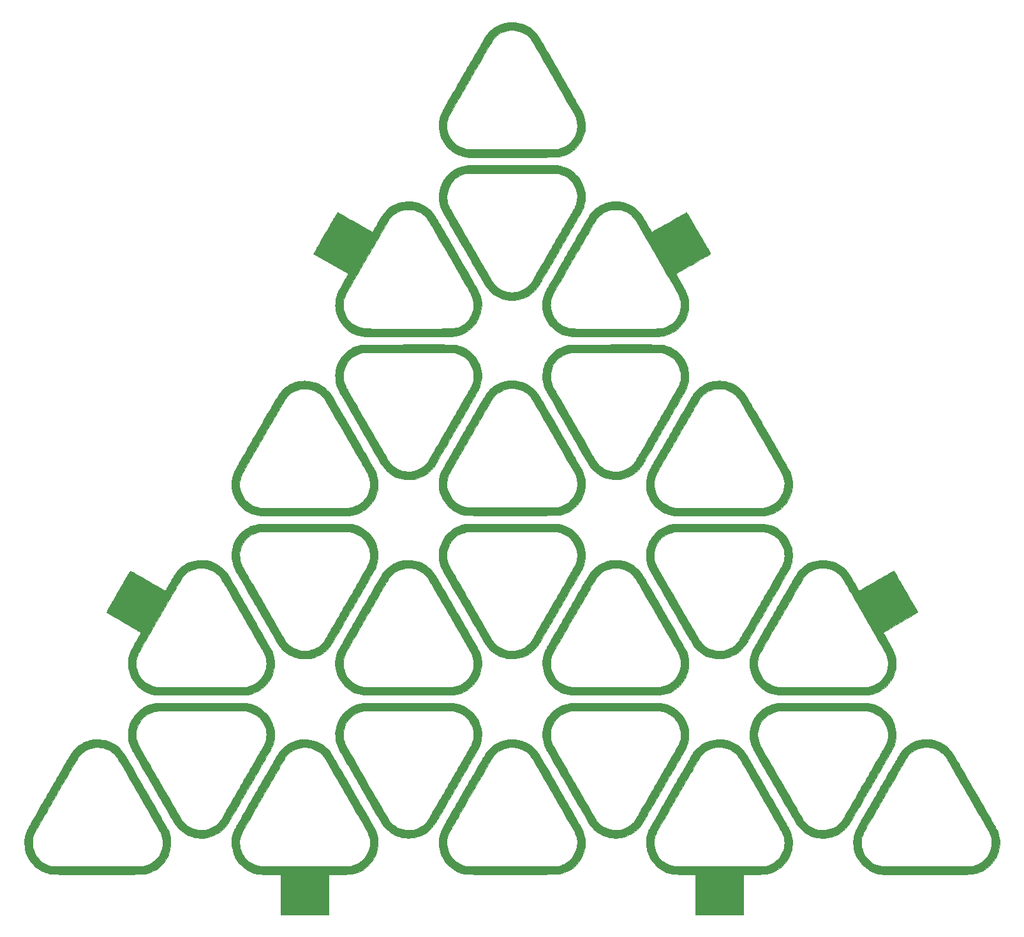
<source format=gbr>
%TF.GenerationSoftware,KiCad,Pcbnew,(6.0.0)*%
%TF.CreationDate,2022-01-31T16:29:53-08:00*%
%TF.ProjectId,PCB-middle,5043422d-6d69-4646-946c-652e6b696361,rev?*%
%TF.SameCoordinates,Original*%
%TF.FileFunction,Soldermask,Bot*%
%TF.FilePolarity,Negative*%
%FSLAX46Y46*%
G04 Gerber Fmt 4.6, Leading zero omitted, Abs format (unit mm)*
G04 Created by KiCad (PCBNEW (6.0.0)) date 2022-01-31 16:29:53*
%MOMM*%
%LPD*%
G01*
G04 APERTURE LIST*
%ADD10C,0.010000*%
G04 APERTURE END LIST*
D10*
%TO.C,Ref\u002A\u002A*%
X135261443Y-104827357D02*
X135676335Y-104887634D01*
X135676335Y-104887634D02*
X136078121Y-104986724D01*
X136078121Y-104986724D02*
X136464680Y-105123508D01*
X136464680Y-105123508D02*
X136833894Y-105296864D01*
X136833894Y-105296864D02*
X137183641Y-105505671D01*
X137183641Y-105505671D02*
X137511803Y-105748809D01*
X137511803Y-105748809D02*
X137816259Y-106025157D01*
X137816259Y-106025157D02*
X138094890Y-106333593D01*
X138094890Y-106333593D02*
X138335292Y-106657620D01*
X138335292Y-106657620D02*
X138353012Y-106686554D01*
X138353012Y-106686554D02*
X138390804Y-106750309D01*
X138390804Y-106750309D02*
X138447597Y-106847032D01*
X138447597Y-106847032D02*
X138522318Y-106974867D01*
X138522318Y-106974867D02*
X138613897Y-107131962D01*
X138613897Y-107131962D02*
X138721262Y-107316461D01*
X138721262Y-107316461D02*
X138843341Y-107526510D01*
X138843341Y-107526510D02*
X138979063Y-107760257D01*
X138979063Y-107760257D02*
X139127356Y-108015846D01*
X139127356Y-108015846D02*
X139287150Y-108291423D01*
X139287150Y-108291423D02*
X139457371Y-108585135D01*
X139457371Y-108585135D02*
X139636949Y-108895127D01*
X139636949Y-108895127D02*
X139824813Y-109219545D01*
X139824813Y-109219545D02*
X140019890Y-109556536D01*
X140019890Y-109556536D02*
X140221110Y-109904244D01*
X140221110Y-109904244D02*
X140427401Y-110260817D01*
X140427401Y-110260817D02*
X140637690Y-110624399D01*
X140637690Y-110624399D02*
X140850908Y-110993137D01*
X140850908Y-110993137D02*
X141065982Y-111365177D01*
X141065982Y-111365177D02*
X141281840Y-111738665D01*
X141281840Y-111738665D02*
X141497412Y-112111746D01*
X141497412Y-112111746D02*
X141711625Y-112482567D01*
X141711625Y-112482567D02*
X141923409Y-112849273D01*
X141923409Y-112849273D02*
X142131691Y-113210011D01*
X142131691Y-113210011D02*
X142335401Y-113562926D01*
X142335401Y-113562926D02*
X142533466Y-113906164D01*
X142533466Y-113906164D02*
X142724816Y-114237872D01*
X142724816Y-114237872D02*
X142908378Y-114556194D01*
X142908378Y-114556194D02*
X143083081Y-114859278D01*
X143083081Y-114859278D02*
X143247854Y-115145268D01*
X143247854Y-115145268D02*
X143401625Y-115412311D01*
X143401625Y-115412311D02*
X143543323Y-115658553D01*
X143543323Y-115658553D02*
X143671876Y-115882140D01*
X143671876Y-115882140D02*
X143786213Y-116081217D01*
X143786213Y-116081217D02*
X143885261Y-116253931D01*
X143885261Y-116253931D02*
X143967950Y-116398427D01*
X143967950Y-116398427D02*
X144033209Y-116512852D01*
X144033209Y-116512852D02*
X144079965Y-116595350D01*
X144079965Y-116595350D02*
X144107147Y-116644070D01*
X144107147Y-116644070D02*
X144112900Y-116654859D01*
X144112900Y-116654859D02*
X144217570Y-116885370D01*
X144217570Y-116885370D02*
X144314644Y-117143716D01*
X144314644Y-117143716D02*
X144399532Y-117415504D01*
X144399532Y-117415504D02*
X144467642Y-117686344D01*
X144467642Y-117686344D02*
X144506223Y-117888016D01*
X144506223Y-117888016D02*
X144549193Y-118286404D01*
X144549193Y-118286404D02*
X144551729Y-118690215D01*
X144551729Y-118690215D02*
X144514543Y-119094918D01*
X144514543Y-119094918D02*
X144438350Y-119495986D01*
X144438350Y-119495986D02*
X144323861Y-119888887D01*
X144323861Y-119888887D02*
X144171790Y-120269091D01*
X144171790Y-120269091D02*
X144111815Y-120394336D01*
X144111815Y-120394336D02*
X143902080Y-120768340D01*
X143902080Y-120768340D02*
X143661914Y-121113687D01*
X143661914Y-121113687D02*
X143393100Y-121429160D01*
X143393100Y-121429160D02*
X143097419Y-121713540D01*
X143097419Y-121713540D02*
X142776654Y-121965609D01*
X142776654Y-121965609D02*
X142432588Y-122184149D01*
X142432588Y-122184149D02*
X142067002Y-122367943D01*
X142067002Y-122367943D02*
X141681678Y-122515771D01*
X141681678Y-122515771D02*
X141278400Y-122626417D01*
X141278400Y-122626417D02*
X140858948Y-122698662D01*
X140858948Y-122698662D02*
X140717980Y-122713804D01*
X140717980Y-122713804D02*
X140675620Y-122715726D01*
X140675620Y-122715726D02*
X140593079Y-122717542D01*
X140593079Y-122717542D02*
X140472508Y-122719252D01*
X140472508Y-122719252D02*
X140316059Y-122720855D01*
X140316059Y-122720855D02*
X140125883Y-122722354D01*
X140125883Y-122722354D02*
X139904133Y-122723747D01*
X139904133Y-122723747D02*
X139652960Y-122725035D01*
X139652960Y-122725035D02*
X139374516Y-122726218D01*
X139374516Y-122726218D02*
X139070952Y-122727297D01*
X139070952Y-122727297D02*
X138744421Y-122728273D01*
X138744421Y-122728273D02*
X138397073Y-122729144D01*
X138397073Y-122729144D02*
X138031061Y-122729913D01*
X138031061Y-122729913D02*
X137648537Y-122730578D01*
X137648537Y-122730578D02*
X137251651Y-122731140D01*
X137251651Y-122731140D02*
X136842556Y-122731600D01*
X136842556Y-122731600D02*
X136423404Y-122731958D01*
X136423404Y-122731958D02*
X135996346Y-122732215D01*
X135996346Y-122732215D02*
X135563534Y-122732370D01*
X135563534Y-122732370D02*
X135127119Y-122732423D01*
X135127119Y-122732423D02*
X134689253Y-122732376D01*
X134689253Y-122732376D02*
X134252089Y-122732228D01*
X134252089Y-122732228D02*
X133817777Y-122731981D01*
X133817777Y-122731981D02*
X133388470Y-122731633D01*
X133388470Y-122731633D02*
X132966319Y-122731185D01*
X132966319Y-122731185D02*
X132553476Y-122730639D01*
X132553476Y-122730639D02*
X132152092Y-122729993D01*
X132152092Y-122729993D02*
X131764320Y-122729249D01*
X131764320Y-122729249D02*
X131392310Y-122728407D01*
X131392310Y-122728407D02*
X131038216Y-122727466D01*
X131038216Y-122727466D02*
X130704187Y-122726428D01*
X130704187Y-122726428D02*
X130392377Y-122725292D01*
X130392377Y-122725292D02*
X130104937Y-122724060D01*
X130104937Y-122724060D02*
X129844018Y-122722730D01*
X129844018Y-122722730D02*
X129611773Y-122721305D01*
X129611773Y-122721305D02*
X129410352Y-122719783D01*
X129410352Y-122719783D02*
X129241908Y-122718165D01*
X129241908Y-122718165D02*
X129108593Y-122716452D01*
X129108593Y-122716452D02*
X129012558Y-122714644D01*
X129012558Y-122714644D02*
X128955954Y-122712740D01*
X128955954Y-122712740D02*
X128946231Y-122712086D01*
X128946231Y-122712086D02*
X128541511Y-122654933D01*
X128541511Y-122654933D02*
X128144565Y-122557259D01*
X128144565Y-122557259D02*
X127758902Y-122420662D01*
X127758902Y-122420662D02*
X127388029Y-122246737D01*
X127388029Y-122246737D02*
X127035452Y-122037083D01*
X127035452Y-122037083D02*
X126704678Y-121793295D01*
X126704678Y-121793295D02*
X126466874Y-121583157D01*
X126466874Y-121583157D02*
X126179436Y-121280632D01*
X126179436Y-121280632D02*
X125926088Y-120956519D01*
X125926088Y-120956519D02*
X125707364Y-120613628D01*
X125707364Y-120613628D02*
X125523798Y-120254771D01*
X125523798Y-120254771D02*
X125375925Y-119882757D01*
X125375925Y-119882757D02*
X125264280Y-119500397D01*
X125264280Y-119500397D02*
X125189396Y-119110500D01*
X125189396Y-119110500D02*
X125151807Y-118715879D01*
X125151807Y-118715879D02*
X125151946Y-118486967D01*
X125151946Y-118486967D02*
X126188953Y-118486967D01*
X126188953Y-118486967D02*
X126195142Y-118734045D01*
X126195142Y-118734045D02*
X126217163Y-118972256D01*
X126217163Y-118972256D02*
X126254612Y-119186754D01*
X126254612Y-119186754D02*
X126257766Y-119200350D01*
X126257766Y-119200350D02*
X126362267Y-119556388D01*
X126362267Y-119556388D02*
X126501637Y-119892261D01*
X126501637Y-119892261D02*
X126673689Y-120205936D01*
X126673689Y-120205936D02*
X126876239Y-120495381D01*
X126876239Y-120495381D02*
X127107100Y-120758565D01*
X127107100Y-120758565D02*
X127364087Y-120993455D01*
X127364087Y-120993455D02*
X127645015Y-121198018D01*
X127645015Y-121198018D02*
X127947698Y-121370224D01*
X127947698Y-121370224D02*
X128269950Y-121508039D01*
X128269950Y-121508039D02*
X128609585Y-121609431D01*
X128609585Y-121609431D02*
X128908778Y-121665250D01*
X128908778Y-121665250D02*
X128936583Y-121668232D01*
X128936583Y-121668232D02*
X128975803Y-121671002D01*
X128975803Y-121671002D02*
X129027844Y-121673566D01*
X129027844Y-121673566D02*
X129094111Y-121675930D01*
X129094111Y-121675930D02*
X129176009Y-121678099D01*
X129176009Y-121678099D02*
X129274943Y-121680080D01*
X129274943Y-121680080D02*
X129392317Y-121681879D01*
X129392317Y-121681879D02*
X129529536Y-121683502D01*
X129529536Y-121683502D02*
X129688006Y-121684954D01*
X129688006Y-121684954D02*
X129869130Y-121686242D01*
X129869130Y-121686242D02*
X130074315Y-121687371D01*
X130074315Y-121687371D02*
X130304965Y-121688347D01*
X130304965Y-121688347D02*
X130562485Y-121689177D01*
X130562485Y-121689177D02*
X130848279Y-121689866D01*
X130848279Y-121689866D02*
X131163753Y-121690420D01*
X131163753Y-121690420D02*
X131510311Y-121690845D01*
X131510311Y-121690845D02*
X131889359Y-121691148D01*
X131889359Y-121691148D02*
X132302301Y-121691333D01*
X132302301Y-121691333D02*
X132750542Y-121691408D01*
X132750542Y-121691408D02*
X133235487Y-121691377D01*
X133235487Y-121691377D02*
X133758541Y-121691247D01*
X133758541Y-121691247D02*
X134321109Y-121691024D01*
X134321109Y-121691024D02*
X134924596Y-121690714D01*
X134924596Y-121690714D02*
X134928896Y-121690711D01*
X134928896Y-121690711D02*
X140739146Y-121687433D01*
X140739146Y-121687433D02*
X140967742Y-121638841D01*
X140967742Y-121638841D02*
X141327474Y-121541656D01*
X141327474Y-121541656D02*
X141668282Y-121407645D01*
X141668282Y-121407645D02*
X141988070Y-121238131D01*
X141988070Y-121238131D02*
X142284742Y-121034437D01*
X142284742Y-121034437D02*
X142556201Y-120797887D01*
X142556201Y-120797887D02*
X142800352Y-120529804D01*
X142800352Y-120529804D02*
X142873942Y-120435481D01*
X142873942Y-120435481D02*
X143074039Y-120135351D01*
X143074039Y-120135351D02*
X143237428Y-119819097D01*
X143237428Y-119819097D02*
X143363766Y-119490169D01*
X143363766Y-119490169D02*
X143452711Y-119152016D01*
X143452711Y-119152016D02*
X143503918Y-118808090D01*
X143503918Y-118808090D02*
X143517046Y-118461840D01*
X143517046Y-118461840D02*
X143491751Y-118116718D01*
X143491751Y-118116718D02*
X143427690Y-117776174D01*
X143427690Y-117776174D02*
X143324520Y-117443657D01*
X143324520Y-117443657D02*
X143199779Y-117157766D01*
X143199779Y-117157766D02*
X143178780Y-117118656D01*
X143178780Y-117118656D02*
X143137735Y-117045002D01*
X143137735Y-117045002D02*
X143077729Y-116938683D01*
X143077729Y-116938683D02*
X142999847Y-116801575D01*
X142999847Y-116801575D02*
X142905173Y-116635554D01*
X142905173Y-116635554D02*
X142794792Y-116442498D01*
X142794792Y-116442498D02*
X142669789Y-116224283D01*
X142669789Y-116224283D02*
X142531247Y-115982786D01*
X142531247Y-115982786D02*
X142380252Y-115719884D01*
X142380252Y-115719884D02*
X142217887Y-115437454D01*
X142217887Y-115437454D02*
X142045238Y-115137372D01*
X142045238Y-115137372D02*
X141863389Y-114821515D01*
X141863389Y-114821515D02*
X141673425Y-114491761D01*
X141673425Y-114491761D02*
X141476430Y-114149986D01*
X141476430Y-114149986D02*
X141273488Y-113798067D01*
X141273488Y-113798067D02*
X141065685Y-113437880D01*
X141065685Y-113437880D02*
X140854104Y-113071302D01*
X140854104Y-113071302D02*
X140639831Y-112700211D01*
X140639831Y-112700211D02*
X140423949Y-112326483D01*
X140423949Y-112326483D02*
X140207544Y-111951995D01*
X140207544Y-111951995D02*
X139991700Y-111578623D01*
X139991700Y-111578623D02*
X139777501Y-111208245D01*
X139777501Y-111208245D02*
X139566032Y-110842737D01*
X139566032Y-110842737D02*
X139358378Y-110483976D01*
X139358378Y-110483976D02*
X139155623Y-110133839D01*
X139155623Y-110133839D02*
X138958851Y-109794202D01*
X138958851Y-109794202D02*
X138769147Y-109466944D01*
X138769147Y-109466944D02*
X138587597Y-109153939D01*
X138587597Y-109153939D02*
X138415283Y-108857066D01*
X138415283Y-108857066D02*
X138253291Y-108578201D01*
X138253291Y-108578201D02*
X138102706Y-108319220D01*
X138102706Y-108319220D02*
X137964611Y-108082001D01*
X137964611Y-108082001D02*
X137840092Y-107868420D01*
X137840092Y-107868420D02*
X137730233Y-107680355D01*
X137730233Y-107680355D02*
X137636118Y-107519681D01*
X137636118Y-107519681D02*
X137558832Y-107388277D01*
X137558832Y-107388277D02*
X137499460Y-107288018D01*
X137499460Y-107288018D02*
X137459086Y-107220781D01*
X137459086Y-107220781D02*
X137439269Y-107189136D01*
X137439269Y-107189136D02*
X137226417Y-106913704D01*
X137226417Y-106913704D02*
X136982011Y-106664488D01*
X136982011Y-106664488D02*
X136709336Y-106443648D01*
X136709336Y-106443648D02*
X136411673Y-106253346D01*
X136411673Y-106253346D02*
X136092307Y-106095742D01*
X136092307Y-106095742D02*
X135754518Y-105973000D01*
X135754518Y-105973000D02*
X135487939Y-105904453D01*
X135487939Y-105904453D02*
X135336013Y-105879780D01*
X135336013Y-105879780D02*
X135155785Y-105862802D01*
X135155785Y-105862802D02*
X134959147Y-105853624D01*
X134959147Y-105853624D02*
X134757996Y-105852352D01*
X134757996Y-105852352D02*
X134564223Y-105859092D01*
X134564223Y-105859092D02*
X134389724Y-105873951D01*
X134389724Y-105873951D02*
X134262914Y-105893549D01*
X134262914Y-105893549D02*
X133896235Y-105988357D01*
X133896235Y-105988357D02*
X133549422Y-106120453D01*
X133549422Y-106120453D02*
X133222766Y-106289716D01*
X133222766Y-106289716D02*
X133085109Y-106376194D01*
X133085109Y-106376194D02*
X132935995Y-106486377D01*
X132935995Y-106486377D02*
X132776144Y-106623794D01*
X132776144Y-106623794D02*
X132615301Y-106778632D01*
X132615301Y-106778632D02*
X132463215Y-106941077D01*
X132463215Y-106941077D02*
X132329630Y-107101317D01*
X132329630Y-107101317D02*
X132236503Y-107230600D01*
X132236503Y-107230600D02*
X132211952Y-107270242D01*
X132211952Y-107270242D02*
X132167632Y-107344296D01*
X132167632Y-107344296D02*
X132104619Y-107450897D01*
X132104619Y-107450897D02*
X132023990Y-107588178D01*
X132023990Y-107588178D02*
X131926821Y-107754275D01*
X131926821Y-107754275D02*
X131814189Y-107947320D01*
X131814189Y-107947320D02*
X131687170Y-108165450D01*
X131687170Y-108165450D02*
X131546842Y-108406797D01*
X131546842Y-108406797D02*
X131394280Y-108669496D01*
X131394280Y-108669496D02*
X131230562Y-108951682D01*
X131230562Y-108951682D02*
X131056764Y-109251488D01*
X131056764Y-109251488D02*
X130873963Y-109567050D01*
X130873963Y-109567050D02*
X130683235Y-109896500D01*
X130683235Y-109896500D02*
X130485657Y-110237974D01*
X130485657Y-110237974D02*
X130282306Y-110589606D01*
X130282306Y-110589606D02*
X130074257Y-110949529D01*
X130074257Y-110949529D02*
X129862588Y-111315879D01*
X129862588Y-111315879D02*
X129648376Y-111686789D01*
X129648376Y-111686789D02*
X129432697Y-112060395D01*
X129432697Y-112060395D02*
X129216627Y-112434829D01*
X129216627Y-112434829D02*
X129001243Y-112808226D01*
X129001243Y-112808226D02*
X128787622Y-113178721D01*
X128787622Y-113178721D02*
X128576841Y-113544448D01*
X128576841Y-113544448D02*
X128369976Y-113903542D01*
X128369976Y-113903542D02*
X128168103Y-114254135D01*
X128168103Y-114254135D02*
X127972300Y-114594363D01*
X127972300Y-114594363D02*
X127783643Y-114922360D01*
X127783643Y-114922360D02*
X127603208Y-115236261D01*
X127603208Y-115236261D02*
X127432072Y-115534199D01*
X127432072Y-115534199D02*
X127271312Y-115814308D01*
X127271312Y-115814308D02*
X127122004Y-116074724D01*
X127122004Y-116074724D02*
X126985226Y-116313580D01*
X126985226Y-116313580D02*
X126862053Y-116529010D01*
X126862053Y-116529010D02*
X126753562Y-116719149D01*
X126753562Y-116719149D02*
X126660830Y-116882132D01*
X126660830Y-116882132D02*
X126584933Y-117016092D01*
X126584933Y-117016092D02*
X126526949Y-117119163D01*
X126526949Y-117119163D02*
X126487953Y-117189480D01*
X126487953Y-117189480D02*
X126469022Y-117225178D01*
X126469022Y-117225178D02*
X126468431Y-117226431D01*
X126468431Y-117226431D02*
X126361192Y-117495229D01*
X126361192Y-117495229D02*
X126275332Y-117787873D01*
X126275332Y-117787873D02*
X126225695Y-118025600D01*
X126225695Y-118025600D02*
X126199002Y-118245869D01*
X126199002Y-118245869D02*
X126188953Y-118486967D01*
X126188953Y-118486967D02*
X125151946Y-118486967D01*
X125151946Y-118486967D02*
X125152049Y-118319342D01*
X125152049Y-118319342D02*
X125190655Y-117923700D01*
X125190655Y-117923700D02*
X125268160Y-117531764D01*
X125268160Y-117531764D02*
X125385098Y-117146344D01*
X125385098Y-117146344D02*
X125542003Y-116770250D01*
X125542003Y-116770250D02*
X125549041Y-116755600D01*
X125549041Y-116755600D02*
X125570970Y-116713805D01*
X125570970Y-116713805D02*
X125613045Y-116637276D01*
X125613045Y-116637276D02*
X125674180Y-116527899D01*
X125674180Y-116527899D02*
X125753286Y-116387561D01*
X125753286Y-116387561D02*
X125849275Y-116218151D01*
X125849275Y-116218151D02*
X125961058Y-116021553D01*
X125961058Y-116021553D02*
X126087547Y-115799657D01*
X126087547Y-115799657D02*
X126227654Y-115554348D01*
X126227654Y-115554348D02*
X126380290Y-115287513D01*
X126380290Y-115287513D02*
X126544368Y-115001041D01*
X126544368Y-115001041D02*
X126718798Y-114696817D01*
X126718798Y-114696817D02*
X126902492Y-114376729D01*
X126902492Y-114376729D02*
X127094363Y-114042664D01*
X127094363Y-114042664D02*
X127293322Y-113696508D01*
X127293322Y-113696508D02*
X127498280Y-113340150D01*
X127498280Y-113340150D02*
X127708150Y-112975476D01*
X127708150Y-112975476D02*
X127921842Y-112604373D01*
X127921842Y-112604373D02*
X128138269Y-112228728D01*
X128138269Y-112228728D02*
X128356342Y-111850429D01*
X128356342Y-111850429D02*
X128574974Y-111471361D01*
X128574974Y-111471361D02*
X128793075Y-111093413D01*
X128793075Y-111093413D02*
X129009557Y-110718471D01*
X129009557Y-110718471D02*
X129223333Y-110348422D01*
X129223333Y-110348422D02*
X129433314Y-109985154D01*
X129433314Y-109985154D02*
X129638410Y-109630554D01*
X129638410Y-109630554D02*
X129837535Y-109286507D01*
X129837535Y-109286507D02*
X130029600Y-108954903D01*
X130029600Y-108954903D02*
X130213517Y-108637627D01*
X130213517Y-108637627D02*
X130388196Y-108336567D01*
X130388196Y-108336567D02*
X130552551Y-108053609D01*
X130552551Y-108053609D02*
X130705492Y-107790641D01*
X130705492Y-107790641D02*
X130845932Y-107549550D01*
X130845932Y-107549550D02*
X130972781Y-107332223D01*
X130972781Y-107332223D02*
X131084952Y-107140547D01*
X131084952Y-107140547D02*
X131181357Y-106976409D01*
X131181357Y-106976409D02*
X131260907Y-106841695D01*
X131260907Y-106841695D02*
X131322513Y-106738294D01*
X131322513Y-106738294D02*
X131365088Y-106668092D01*
X131365088Y-106668092D02*
X131384160Y-106637933D01*
X131384160Y-106637933D02*
X131629294Y-106306549D01*
X131629294Y-106306549D02*
X131904668Y-106004675D01*
X131904668Y-106004675D02*
X132209603Y-105732908D01*
X132209603Y-105732908D02*
X132543418Y-105491843D01*
X132543418Y-105491843D02*
X132905435Y-105282075D01*
X132905435Y-105282075D02*
X132966558Y-105251145D01*
X132966558Y-105251145D02*
X133357851Y-105079661D01*
X133357851Y-105079661D02*
X133756810Y-104949771D01*
X133756810Y-104949771D02*
X134163255Y-104861518D01*
X134163255Y-104861518D02*
X134577007Y-104814943D01*
X134577007Y-104814943D02*
X134835565Y-104807016D01*
X134835565Y-104807016D02*
X135261443Y-104827357D01*
X135261443Y-104827357D02*
X135261443Y-104827357D01*
G36*
X125190655Y-117923700D02*
G01*
X125268160Y-117531764D01*
X125385098Y-117146344D01*
X125542003Y-116770250D01*
X125549041Y-116755600D01*
X125570970Y-116713805D01*
X125613045Y-116637276D01*
X125674180Y-116527899D01*
X125753286Y-116387561D01*
X125849275Y-116218151D01*
X125961058Y-116021553D01*
X126087547Y-115799657D01*
X126227654Y-115554348D01*
X126380290Y-115287513D01*
X126544368Y-115001041D01*
X126718798Y-114696817D01*
X126902492Y-114376729D01*
X127094363Y-114042664D01*
X127293322Y-113696508D01*
X127498280Y-113340150D01*
X127708150Y-112975476D01*
X127921842Y-112604373D01*
X128138269Y-112228728D01*
X128356342Y-111850429D01*
X128574974Y-111471361D01*
X128793075Y-111093413D01*
X129009557Y-110718471D01*
X129223333Y-110348422D01*
X129433314Y-109985154D01*
X129638410Y-109630554D01*
X129837535Y-109286507D01*
X130029600Y-108954903D01*
X130213517Y-108637627D01*
X130388196Y-108336567D01*
X130552551Y-108053609D01*
X130705492Y-107790641D01*
X130845932Y-107549550D01*
X130972781Y-107332223D01*
X131084952Y-107140547D01*
X131181357Y-106976409D01*
X131260907Y-106841695D01*
X131322513Y-106738294D01*
X131365088Y-106668092D01*
X131384160Y-106637933D01*
X131629294Y-106306549D01*
X131904668Y-106004675D01*
X132209603Y-105732908D01*
X132543418Y-105491843D01*
X132905435Y-105282075D01*
X132966558Y-105251145D01*
X133357851Y-105079661D01*
X133756810Y-104949771D01*
X134163255Y-104861518D01*
X134577007Y-104814943D01*
X134835565Y-104807016D01*
X135261443Y-104827357D01*
X135676335Y-104887634D01*
X136078121Y-104986724D01*
X136464680Y-105123508D01*
X136833894Y-105296864D01*
X137183641Y-105505671D01*
X137511803Y-105748809D01*
X137816259Y-106025157D01*
X138094890Y-106333593D01*
X138335292Y-106657620D01*
X138353012Y-106686554D01*
X138390804Y-106750309D01*
X138447597Y-106847032D01*
X138522318Y-106974867D01*
X138613897Y-107131962D01*
X138721262Y-107316461D01*
X138843341Y-107526510D01*
X138979063Y-107760257D01*
X139127356Y-108015846D01*
X139287150Y-108291423D01*
X139457371Y-108585135D01*
X139636949Y-108895127D01*
X139824813Y-109219545D01*
X140019890Y-109556536D01*
X140221110Y-109904244D01*
X140427401Y-110260817D01*
X140637690Y-110624399D01*
X140850908Y-110993137D01*
X141065982Y-111365177D01*
X141281840Y-111738665D01*
X141497412Y-112111746D01*
X141711625Y-112482567D01*
X141923409Y-112849273D01*
X142131691Y-113210011D01*
X142335401Y-113562926D01*
X142533466Y-113906164D01*
X142724816Y-114237872D01*
X142908378Y-114556194D01*
X143083081Y-114859278D01*
X143247854Y-115145268D01*
X143401625Y-115412311D01*
X143543323Y-115658553D01*
X143671876Y-115882140D01*
X143786213Y-116081217D01*
X143885261Y-116253931D01*
X143967950Y-116398427D01*
X144033209Y-116512852D01*
X144079965Y-116595350D01*
X144107147Y-116644070D01*
X144112900Y-116654859D01*
X144217570Y-116885370D01*
X144314644Y-117143716D01*
X144399532Y-117415504D01*
X144467642Y-117686344D01*
X144506223Y-117888016D01*
X144549193Y-118286404D01*
X144551729Y-118690215D01*
X144514543Y-119094918D01*
X144438350Y-119495986D01*
X144323861Y-119888887D01*
X144171790Y-120269091D01*
X144111815Y-120394336D01*
X143902080Y-120768340D01*
X143661914Y-121113687D01*
X143393100Y-121429160D01*
X143097419Y-121713540D01*
X142776654Y-121965609D01*
X142432588Y-122184149D01*
X142067002Y-122367943D01*
X141681678Y-122515771D01*
X141278400Y-122626417D01*
X140858948Y-122698662D01*
X140717980Y-122713804D01*
X140675620Y-122715726D01*
X140593079Y-122717542D01*
X140472508Y-122719252D01*
X140316059Y-122720855D01*
X140125883Y-122722354D01*
X139904133Y-122723747D01*
X139652960Y-122725035D01*
X139374516Y-122726218D01*
X139070952Y-122727297D01*
X138744421Y-122728273D01*
X138397073Y-122729144D01*
X138031061Y-122729913D01*
X137648537Y-122730578D01*
X137251651Y-122731140D01*
X136842556Y-122731600D01*
X136423404Y-122731958D01*
X135996346Y-122732215D01*
X135563534Y-122732370D01*
X135127119Y-122732423D01*
X134689253Y-122732376D01*
X134252089Y-122732228D01*
X133817777Y-122731981D01*
X133388470Y-122731633D01*
X132966319Y-122731185D01*
X132553476Y-122730639D01*
X132152092Y-122729993D01*
X131764320Y-122729249D01*
X131392310Y-122728407D01*
X131038216Y-122727466D01*
X130704187Y-122726428D01*
X130392377Y-122725292D01*
X130104937Y-122724060D01*
X129844018Y-122722730D01*
X129611773Y-122721305D01*
X129410352Y-122719783D01*
X129241908Y-122718165D01*
X129108593Y-122716452D01*
X129012558Y-122714644D01*
X128955954Y-122712740D01*
X128946231Y-122712086D01*
X128541511Y-122654933D01*
X128144565Y-122557259D01*
X127758902Y-122420662D01*
X127388029Y-122246737D01*
X127035452Y-122037083D01*
X126704678Y-121793295D01*
X126466874Y-121583157D01*
X126179436Y-121280632D01*
X125926088Y-120956519D01*
X125707364Y-120613628D01*
X125523798Y-120254771D01*
X125375925Y-119882757D01*
X125264280Y-119500397D01*
X125189396Y-119110500D01*
X125151807Y-118715879D01*
X125151946Y-118486967D01*
X126188953Y-118486967D01*
X126195142Y-118734045D01*
X126217163Y-118972256D01*
X126254612Y-119186754D01*
X126257766Y-119200350D01*
X126362267Y-119556388D01*
X126501637Y-119892261D01*
X126673689Y-120205936D01*
X126876239Y-120495381D01*
X127107100Y-120758565D01*
X127364087Y-120993455D01*
X127645015Y-121198018D01*
X127947698Y-121370224D01*
X128269950Y-121508039D01*
X128609585Y-121609431D01*
X128908778Y-121665250D01*
X128936583Y-121668232D01*
X128975803Y-121671002D01*
X129027844Y-121673566D01*
X129094111Y-121675930D01*
X129176009Y-121678099D01*
X129274943Y-121680080D01*
X129392317Y-121681879D01*
X129529536Y-121683502D01*
X129688006Y-121684954D01*
X129869130Y-121686242D01*
X130074315Y-121687371D01*
X130304965Y-121688347D01*
X130562485Y-121689177D01*
X130848279Y-121689866D01*
X131163753Y-121690420D01*
X131510311Y-121690845D01*
X131889359Y-121691148D01*
X132302301Y-121691333D01*
X132750542Y-121691408D01*
X133235487Y-121691377D01*
X133758541Y-121691247D01*
X134321109Y-121691024D01*
X134924596Y-121690714D01*
X134928896Y-121690711D01*
X140739146Y-121687433D01*
X140967742Y-121638841D01*
X141327474Y-121541656D01*
X141668282Y-121407645D01*
X141988070Y-121238131D01*
X142284742Y-121034437D01*
X142556201Y-120797887D01*
X142800352Y-120529804D01*
X142873942Y-120435481D01*
X143074039Y-120135351D01*
X143237428Y-119819097D01*
X143363766Y-119490169D01*
X143452711Y-119152016D01*
X143503918Y-118808090D01*
X143517046Y-118461840D01*
X143491751Y-118116718D01*
X143427690Y-117776174D01*
X143324520Y-117443657D01*
X143199779Y-117157766D01*
X143178780Y-117118656D01*
X143137735Y-117045002D01*
X143077729Y-116938683D01*
X142999847Y-116801575D01*
X142905173Y-116635554D01*
X142794792Y-116442498D01*
X142669789Y-116224283D01*
X142531247Y-115982786D01*
X142380252Y-115719884D01*
X142217887Y-115437454D01*
X142045238Y-115137372D01*
X141863389Y-114821515D01*
X141673425Y-114491761D01*
X141476430Y-114149986D01*
X141273488Y-113798067D01*
X141065685Y-113437880D01*
X140854104Y-113071302D01*
X140639831Y-112700211D01*
X140423949Y-112326483D01*
X140207544Y-111951995D01*
X139991700Y-111578623D01*
X139777501Y-111208245D01*
X139566032Y-110842737D01*
X139358378Y-110483976D01*
X139155623Y-110133839D01*
X138958851Y-109794202D01*
X138769147Y-109466944D01*
X138587597Y-109153939D01*
X138415283Y-108857066D01*
X138253291Y-108578201D01*
X138102706Y-108319220D01*
X137964611Y-108082001D01*
X137840092Y-107868420D01*
X137730233Y-107680355D01*
X137636118Y-107519681D01*
X137558832Y-107388277D01*
X137499460Y-107288018D01*
X137459086Y-107220781D01*
X137439269Y-107189136D01*
X137226417Y-106913704D01*
X136982011Y-106664488D01*
X136709336Y-106443648D01*
X136411673Y-106253346D01*
X136092307Y-106095742D01*
X135754518Y-105973000D01*
X135487939Y-105904453D01*
X135336013Y-105879780D01*
X135155785Y-105862802D01*
X134959147Y-105853624D01*
X134757996Y-105852352D01*
X134564223Y-105859092D01*
X134389724Y-105873951D01*
X134262914Y-105893549D01*
X133896235Y-105988357D01*
X133549422Y-106120453D01*
X133222766Y-106289716D01*
X133085109Y-106376194D01*
X132935995Y-106486377D01*
X132776144Y-106623794D01*
X132615301Y-106778632D01*
X132463215Y-106941077D01*
X132329630Y-107101317D01*
X132236503Y-107230600D01*
X132211952Y-107270242D01*
X132167632Y-107344296D01*
X132104619Y-107450897D01*
X132023990Y-107588178D01*
X131926821Y-107754275D01*
X131814189Y-107947320D01*
X131687170Y-108165450D01*
X131546842Y-108406797D01*
X131394280Y-108669496D01*
X131230562Y-108951682D01*
X131056764Y-109251488D01*
X130873963Y-109567050D01*
X130683235Y-109896500D01*
X130485657Y-110237974D01*
X130282306Y-110589606D01*
X130074257Y-110949529D01*
X129862588Y-111315879D01*
X129648376Y-111686789D01*
X129432697Y-112060395D01*
X129216627Y-112434829D01*
X129001243Y-112808226D01*
X128787622Y-113178721D01*
X128576841Y-113544448D01*
X128369976Y-113903542D01*
X128168103Y-114254135D01*
X127972300Y-114594363D01*
X127783643Y-114922360D01*
X127603208Y-115236261D01*
X127432072Y-115534199D01*
X127271312Y-115814308D01*
X127122004Y-116074724D01*
X126985226Y-116313580D01*
X126862053Y-116529010D01*
X126753562Y-116719149D01*
X126660830Y-116882132D01*
X126584933Y-117016092D01*
X126526949Y-117119163D01*
X126487953Y-117189480D01*
X126469022Y-117225178D01*
X126468431Y-117226431D01*
X126361192Y-117495229D01*
X126275332Y-117787873D01*
X126225695Y-118025600D01*
X126199002Y-118245869D01*
X126188953Y-118486967D01*
X125151946Y-118486967D01*
X125152049Y-118319342D01*
X125190655Y-117923700D01*
G37*
X125190655Y-117923700D02*
X125268160Y-117531764D01*
X125385098Y-117146344D01*
X125542003Y-116770250D01*
X125549041Y-116755600D01*
X125570970Y-116713805D01*
X125613045Y-116637276D01*
X125674180Y-116527899D01*
X125753286Y-116387561D01*
X125849275Y-116218151D01*
X125961058Y-116021553D01*
X126087547Y-115799657D01*
X126227654Y-115554348D01*
X126380290Y-115287513D01*
X126544368Y-115001041D01*
X126718798Y-114696817D01*
X126902492Y-114376729D01*
X127094363Y-114042664D01*
X127293322Y-113696508D01*
X127498280Y-113340150D01*
X127708150Y-112975476D01*
X127921842Y-112604373D01*
X128138269Y-112228728D01*
X128356342Y-111850429D01*
X128574974Y-111471361D01*
X128793075Y-111093413D01*
X129009557Y-110718471D01*
X129223333Y-110348422D01*
X129433314Y-109985154D01*
X129638410Y-109630554D01*
X129837535Y-109286507D01*
X130029600Y-108954903D01*
X130213517Y-108637627D01*
X130388196Y-108336567D01*
X130552551Y-108053609D01*
X130705492Y-107790641D01*
X130845932Y-107549550D01*
X130972781Y-107332223D01*
X131084952Y-107140547D01*
X131181357Y-106976409D01*
X131260907Y-106841695D01*
X131322513Y-106738294D01*
X131365088Y-106668092D01*
X131384160Y-106637933D01*
X131629294Y-106306549D01*
X131904668Y-106004675D01*
X132209603Y-105732908D01*
X132543418Y-105491843D01*
X132905435Y-105282075D01*
X132966558Y-105251145D01*
X133357851Y-105079661D01*
X133756810Y-104949771D01*
X134163255Y-104861518D01*
X134577007Y-104814943D01*
X134835565Y-104807016D01*
X135261443Y-104827357D01*
X135676335Y-104887634D01*
X136078121Y-104986724D01*
X136464680Y-105123508D01*
X136833894Y-105296864D01*
X137183641Y-105505671D01*
X137511803Y-105748809D01*
X137816259Y-106025157D01*
X138094890Y-106333593D01*
X138335292Y-106657620D01*
X138353012Y-106686554D01*
X138390804Y-106750309D01*
X138447597Y-106847032D01*
X138522318Y-106974867D01*
X138613897Y-107131962D01*
X138721262Y-107316461D01*
X138843341Y-107526510D01*
X138979063Y-107760257D01*
X139127356Y-108015846D01*
X139287150Y-108291423D01*
X139457371Y-108585135D01*
X139636949Y-108895127D01*
X139824813Y-109219545D01*
X140019890Y-109556536D01*
X140221110Y-109904244D01*
X140427401Y-110260817D01*
X140637690Y-110624399D01*
X140850908Y-110993137D01*
X141065982Y-111365177D01*
X141281840Y-111738665D01*
X141497412Y-112111746D01*
X141711625Y-112482567D01*
X141923409Y-112849273D01*
X142131691Y-113210011D01*
X142335401Y-113562926D01*
X142533466Y-113906164D01*
X142724816Y-114237872D01*
X142908378Y-114556194D01*
X143083081Y-114859278D01*
X143247854Y-115145268D01*
X143401625Y-115412311D01*
X143543323Y-115658553D01*
X143671876Y-115882140D01*
X143786213Y-116081217D01*
X143885261Y-116253931D01*
X143967950Y-116398427D01*
X144033209Y-116512852D01*
X144079965Y-116595350D01*
X144107147Y-116644070D01*
X144112900Y-116654859D01*
X144217570Y-116885370D01*
X144314644Y-117143716D01*
X144399532Y-117415504D01*
X144467642Y-117686344D01*
X144506223Y-117888016D01*
X144549193Y-118286404D01*
X144551729Y-118690215D01*
X144514543Y-119094918D01*
X144438350Y-119495986D01*
X144323861Y-119888887D01*
X144171790Y-120269091D01*
X144111815Y-120394336D01*
X143902080Y-120768340D01*
X143661914Y-121113687D01*
X143393100Y-121429160D01*
X143097419Y-121713540D01*
X142776654Y-121965609D01*
X142432588Y-122184149D01*
X142067002Y-122367943D01*
X141681678Y-122515771D01*
X141278400Y-122626417D01*
X140858948Y-122698662D01*
X140717980Y-122713804D01*
X140675620Y-122715726D01*
X140593079Y-122717542D01*
X140472508Y-122719252D01*
X140316059Y-122720855D01*
X140125883Y-122722354D01*
X139904133Y-122723747D01*
X139652960Y-122725035D01*
X139374516Y-122726218D01*
X139070952Y-122727297D01*
X138744421Y-122728273D01*
X138397073Y-122729144D01*
X138031061Y-122729913D01*
X137648537Y-122730578D01*
X137251651Y-122731140D01*
X136842556Y-122731600D01*
X136423404Y-122731958D01*
X135996346Y-122732215D01*
X135563534Y-122732370D01*
X135127119Y-122732423D01*
X134689253Y-122732376D01*
X134252089Y-122732228D01*
X133817777Y-122731981D01*
X133388470Y-122731633D01*
X132966319Y-122731185D01*
X132553476Y-122730639D01*
X132152092Y-122729993D01*
X131764320Y-122729249D01*
X131392310Y-122728407D01*
X131038216Y-122727466D01*
X130704187Y-122726428D01*
X130392377Y-122725292D01*
X130104937Y-122724060D01*
X129844018Y-122722730D01*
X129611773Y-122721305D01*
X129410352Y-122719783D01*
X129241908Y-122718165D01*
X129108593Y-122716452D01*
X129012558Y-122714644D01*
X128955954Y-122712740D01*
X128946231Y-122712086D01*
X128541511Y-122654933D01*
X128144565Y-122557259D01*
X127758902Y-122420662D01*
X127388029Y-122246737D01*
X127035452Y-122037083D01*
X126704678Y-121793295D01*
X126466874Y-121583157D01*
X126179436Y-121280632D01*
X125926088Y-120956519D01*
X125707364Y-120613628D01*
X125523798Y-120254771D01*
X125375925Y-119882757D01*
X125264280Y-119500397D01*
X125189396Y-119110500D01*
X125151807Y-118715879D01*
X125151946Y-118486967D01*
X126188953Y-118486967D01*
X126195142Y-118734045D01*
X126217163Y-118972256D01*
X126254612Y-119186754D01*
X126257766Y-119200350D01*
X126362267Y-119556388D01*
X126501637Y-119892261D01*
X126673689Y-120205936D01*
X126876239Y-120495381D01*
X127107100Y-120758565D01*
X127364087Y-120993455D01*
X127645015Y-121198018D01*
X127947698Y-121370224D01*
X128269950Y-121508039D01*
X128609585Y-121609431D01*
X128908778Y-121665250D01*
X128936583Y-121668232D01*
X128975803Y-121671002D01*
X129027844Y-121673566D01*
X129094111Y-121675930D01*
X129176009Y-121678099D01*
X129274943Y-121680080D01*
X129392317Y-121681879D01*
X129529536Y-121683502D01*
X129688006Y-121684954D01*
X129869130Y-121686242D01*
X130074315Y-121687371D01*
X130304965Y-121688347D01*
X130562485Y-121689177D01*
X130848279Y-121689866D01*
X131163753Y-121690420D01*
X131510311Y-121690845D01*
X131889359Y-121691148D01*
X132302301Y-121691333D01*
X132750542Y-121691408D01*
X133235487Y-121691377D01*
X133758541Y-121691247D01*
X134321109Y-121691024D01*
X134924596Y-121690714D01*
X134928896Y-121690711D01*
X140739146Y-121687433D01*
X140967742Y-121638841D01*
X141327474Y-121541656D01*
X141668282Y-121407645D01*
X141988070Y-121238131D01*
X142284742Y-121034437D01*
X142556201Y-120797887D01*
X142800352Y-120529804D01*
X142873942Y-120435481D01*
X143074039Y-120135351D01*
X143237428Y-119819097D01*
X143363766Y-119490169D01*
X143452711Y-119152016D01*
X143503918Y-118808090D01*
X143517046Y-118461840D01*
X143491751Y-118116718D01*
X143427690Y-117776174D01*
X143324520Y-117443657D01*
X143199779Y-117157766D01*
X143178780Y-117118656D01*
X143137735Y-117045002D01*
X143077729Y-116938683D01*
X142999847Y-116801575D01*
X142905173Y-116635554D01*
X142794792Y-116442498D01*
X142669789Y-116224283D01*
X142531247Y-115982786D01*
X142380252Y-115719884D01*
X142217887Y-115437454D01*
X142045238Y-115137372D01*
X141863389Y-114821515D01*
X141673425Y-114491761D01*
X141476430Y-114149986D01*
X141273488Y-113798067D01*
X141065685Y-113437880D01*
X140854104Y-113071302D01*
X140639831Y-112700211D01*
X140423949Y-112326483D01*
X140207544Y-111951995D01*
X139991700Y-111578623D01*
X139777501Y-111208245D01*
X139566032Y-110842737D01*
X139358378Y-110483976D01*
X139155623Y-110133839D01*
X138958851Y-109794202D01*
X138769147Y-109466944D01*
X138587597Y-109153939D01*
X138415283Y-108857066D01*
X138253291Y-108578201D01*
X138102706Y-108319220D01*
X137964611Y-108082001D01*
X137840092Y-107868420D01*
X137730233Y-107680355D01*
X137636118Y-107519681D01*
X137558832Y-107388277D01*
X137499460Y-107288018D01*
X137459086Y-107220781D01*
X137439269Y-107189136D01*
X137226417Y-106913704D01*
X136982011Y-106664488D01*
X136709336Y-106443648D01*
X136411673Y-106253346D01*
X136092307Y-106095742D01*
X135754518Y-105973000D01*
X135487939Y-105904453D01*
X135336013Y-105879780D01*
X135155785Y-105862802D01*
X134959147Y-105853624D01*
X134757996Y-105852352D01*
X134564223Y-105859092D01*
X134389724Y-105873951D01*
X134262914Y-105893549D01*
X133896235Y-105988357D01*
X133549422Y-106120453D01*
X133222766Y-106289716D01*
X133085109Y-106376194D01*
X132935995Y-106486377D01*
X132776144Y-106623794D01*
X132615301Y-106778632D01*
X132463215Y-106941077D01*
X132329630Y-107101317D01*
X132236503Y-107230600D01*
X132211952Y-107270242D01*
X132167632Y-107344296D01*
X132104619Y-107450897D01*
X132023990Y-107588178D01*
X131926821Y-107754275D01*
X131814189Y-107947320D01*
X131687170Y-108165450D01*
X131546842Y-108406797D01*
X131394280Y-108669496D01*
X131230562Y-108951682D01*
X131056764Y-109251488D01*
X130873963Y-109567050D01*
X130683235Y-109896500D01*
X130485657Y-110237974D01*
X130282306Y-110589606D01*
X130074257Y-110949529D01*
X129862588Y-111315879D01*
X129648376Y-111686789D01*
X129432697Y-112060395D01*
X129216627Y-112434829D01*
X129001243Y-112808226D01*
X128787622Y-113178721D01*
X128576841Y-113544448D01*
X128369976Y-113903542D01*
X128168103Y-114254135D01*
X127972300Y-114594363D01*
X127783643Y-114922360D01*
X127603208Y-115236261D01*
X127432072Y-115534199D01*
X127271312Y-115814308D01*
X127122004Y-116074724D01*
X126985226Y-116313580D01*
X126862053Y-116529010D01*
X126753562Y-116719149D01*
X126660830Y-116882132D01*
X126584933Y-117016092D01*
X126526949Y-117119163D01*
X126487953Y-117189480D01*
X126469022Y-117225178D01*
X126468431Y-117226431D01*
X126361192Y-117495229D01*
X126275332Y-117787873D01*
X126225695Y-118025600D01*
X126199002Y-118245869D01*
X126188953Y-118486967D01*
X125151946Y-118486967D01*
X125152049Y-118319342D01*
X125190655Y-117923700D01*
X176630918Y-128653153D02*
X177035037Y-128723308D01*
X177035037Y-128723308D02*
X177432205Y-128833529D01*
X177432205Y-128833529D02*
X177484282Y-128851221D01*
X177484282Y-128851221D02*
X177869701Y-129006929D01*
X177869701Y-129006929D02*
X178235983Y-129198956D01*
X178235983Y-129198956D02*
X178580325Y-129425156D01*
X178580325Y-129425156D02*
X178899925Y-129683384D01*
X178899925Y-129683384D02*
X179191984Y-129971495D01*
X179191984Y-129971495D02*
X179453698Y-130287342D01*
X179453698Y-130287342D02*
X179565782Y-130445292D01*
X179565782Y-130445292D02*
X179589332Y-130482910D01*
X179589332Y-130482910D02*
X179632812Y-130555264D01*
X179632812Y-130555264D02*
X179695145Y-130660486D01*
X179695145Y-130660486D02*
X179775253Y-130796705D01*
X179775253Y-130796705D02*
X179872057Y-130962051D01*
X179872057Y-130962051D02*
X179984480Y-131154654D01*
X179984480Y-131154654D02*
X180111443Y-131372646D01*
X180111443Y-131372646D02*
X180251868Y-131614155D01*
X180251868Y-131614155D02*
X180404678Y-131877313D01*
X180404678Y-131877313D02*
X180568793Y-132160249D01*
X180568793Y-132160249D02*
X180743137Y-132461093D01*
X180743137Y-132461093D02*
X180926631Y-132777977D01*
X180926631Y-132777977D02*
X181118197Y-133109029D01*
X181118197Y-133109029D02*
X181316756Y-133452381D01*
X181316756Y-133452381D02*
X181521232Y-133806163D01*
X181521232Y-133806163D02*
X181730546Y-134168504D01*
X181730546Y-134168504D02*
X181943619Y-134537535D01*
X181943619Y-134537535D02*
X182159374Y-134911386D01*
X182159374Y-134911386D02*
X182376732Y-135288187D01*
X182376732Y-135288187D02*
X182594616Y-135666070D01*
X182594616Y-135666070D02*
X182811948Y-136043163D01*
X182811948Y-136043163D02*
X183027648Y-136417597D01*
X183027648Y-136417597D02*
X183240641Y-136787502D01*
X183240641Y-136787502D02*
X183449846Y-137151009D01*
X183449846Y-137151009D02*
X183654187Y-137506247D01*
X183654187Y-137506247D02*
X183852585Y-137851347D01*
X183852585Y-137851347D02*
X184043963Y-138184440D01*
X184043963Y-138184440D02*
X184227241Y-138503655D01*
X184227241Y-138503655D02*
X184401342Y-138807122D01*
X184401342Y-138807122D02*
X184565188Y-139092972D01*
X184565188Y-139092972D02*
X184717701Y-139359335D01*
X184717701Y-139359335D02*
X184857803Y-139604342D01*
X184857803Y-139604342D02*
X184984416Y-139826121D01*
X184984416Y-139826121D02*
X185096461Y-140022805D01*
X185096461Y-140022805D02*
X185192861Y-140192522D01*
X185192861Y-140192522D02*
X185272538Y-140333403D01*
X185272538Y-140333403D02*
X185334413Y-140443579D01*
X185334413Y-140443579D02*
X185377409Y-140521179D01*
X185377409Y-140521179D02*
X185400447Y-140564334D01*
X185400447Y-140564334D02*
X185402296Y-140568100D01*
X185402296Y-140568100D02*
X185559511Y-140944805D01*
X185559511Y-140944805D02*
X185676455Y-141327715D01*
X185676455Y-141327715D02*
X185754271Y-141714388D01*
X185754271Y-141714388D02*
X185794104Y-142102385D01*
X185794104Y-142102385D02*
X185797098Y-142489266D01*
X185797098Y-142489266D02*
X185764397Y-142872591D01*
X185764397Y-142872591D02*
X185697146Y-143249919D01*
X185697146Y-143249919D02*
X185596489Y-143618810D01*
X185596489Y-143618810D02*
X185463571Y-143976825D01*
X185463571Y-143976825D02*
X185299536Y-144321523D01*
X185299536Y-144321523D02*
X185105528Y-144650464D01*
X185105528Y-144650464D02*
X184882693Y-144961208D01*
X184882693Y-144961208D02*
X184632173Y-145251315D01*
X184632173Y-145251315D02*
X184355115Y-145518346D01*
X184355115Y-145518346D02*
X184052661Y-145759859D01*
X184052661Y-145759859D02*
X183725958Y-145973414D01*
X183725958Y-145973414D02*
X183376148Y-146156573D01*
X183376148Y-146156573D02*
X183004376Y-146306894D01*
X183004376Y-146306894D02*
X182662709Y-146409380D01*
X182662709Y-146409380D02*
X182570005Y-146432681D01*
X182570005Y-146432681D02*
X182486424Y-146452826D01*
X182486424Y-146452826D02*
X182408142Y-146470069D01*
X182408142Y-146470069D02*
X182331335Y-146484663D01*
X182331335Y-146484663D02*
X182252183Y-146496858D01*
X182252183Y-146496858D02*
X182166861Y-146506909D01*
X182166861Y-146506909D02*
X182071548Y-146515067D01*
X182071548Y-146515067D02*
X181962420Y-146521584D01*
X181962420Y-146521584D02*
X181835655Y-146526714D01*
X181835655Y-146526714D02*
X181687430Y-146530709D01*
X181687430Y-146530709D02*
X181513922Y-146533821D01*
X181513922Y-146533821D02*
X181311309Y-146536302D01*
X181311309Y-146536302D02*
X181075767Y-146538406D01*
X181075767Y-146538406D02*
X180803475Y-146540384D01*
X180803475Y-146540384D02*
X180664771Y-146541322D01*
X180664771Y-146541322D02*
X179273063Y-146550650D01*
X179273063Y-146550650D02*
X179273063Y-151902850D01*
X179273063Y-151902850D02*
X172923063Y-151902850D01*
X172923063Y-151902850D02*
X172923063Y-146550650D01*
X172923063Y-146550650D02*
X171531355Y-146541322D01*
X171531355Y-146541322D02*
X171240866Y-146539317D01*
X171240866Y-146539317D02*
X170988888Y-146537302D01*
X170988888Y-146537302D02*
X170771596Y-146535026D01*
X170771596Y-146535026D02*
X170585170Y-146532236D01*
X170585170Y-146532236D02*
X170425785Y-146528678D01*
X170425785Y-146528678D02*
X170289619Y-146524102D01*
X170289619Y-146524102D02*
X170172849Y-146518254D01*
X170172849Y-146518254D02*
X170071654Y-146510883D01*
X170071654Y-146510883D02*
X169982209Y-146501734D01*
X169982209Y-146501734D02*
X169900692Y-146490557D01*
X169900692Y-146490557D02*
X169823281Y-146477099D01*
X169823281Y-146477099D02*
X169746153Y-146461106D01*
X169746153Y-146461106D02*
X169665485Y-146442328D01*
X169665485Y-146442328D02*
X169577454Y-146420511D01*
X169577454Y-146420511D02*
X169533417Y-146409380D01*
X169533417Y-146409380D02*
X169143495Y-146289197D01*
X169143495Y-146289197D02*
X168770754Y-146131670D01*
X168770754Y-146131670D02*
X168417268Y-145939003D01*
X168417268Y-145939003D02*
X168085114Y-145713397D01*
X168085114Y-145713397D02*
X167776368Y-145457057D01*
X167776368Y-145457057D02*
X167493104Y-145172186D01*
X167493104Y-145172186D02*
X167237398Y-144860985D01*
X167237398Y-144860985D02*
X167011326Y-144525660D01*
X167011326Y-144525660D02*
X166816963Y-144168412D01*
X166816963Y-144168412D02*
X166656385Y-143791444D01*
X166656385Y-143791444D02*
X166531668Y-143396961D01*
X166531668Y-143396961D02*
X166477568Y-143165833D01*
X166477568Y-143165833D02*
X166416941Y-142767100D01*
X166416941Y-142767100D02*
X166396140Y-142362119D01*
X166396140Y-142362119D02*
X166398853Y-142302323D01*
X166398853Y-142302323D02*
X167431952Y-142302323D01*
X167431952Y-142302323D02*
X167447593Y-142645954D01*
X167447593Y-142645954D02*
X167500851Y-142986450D01*
X167500851Y-142986450D02*
X167591213Y-143320517D01*
X167591213Y-143320517D02*
X167718166Y-143644864D01*
X167718166Y-143644864D02*
X167881196Y-143956198D01*
X167881196Y-143956198D02*
X168079792Y-144251227D01*
X168079792Y-144251227D02*
X168310543Y-144523600D01*
X168310543Y-144523600D02*
X168576377Y-144775096D01*
X168576377Y-144775096D02*
X168863495Y-144990179D01*
X168863495Y-144990179D02*
X169172195Y-145168996D01*
X169172195Y-145168996D02*
X169502774Y-145311693D01*
X169502774Y-145311693D02*
X169855531Y-145418418D01*
X169855531Y-145418418D02*
X170230762Y-145489316D01*
X170230762Y-145489316D02*
X170287813Y-145496724D01*
X170287813Y-145496724D02*
X170314130Y-145497372D01*
X170314130Y-145497372D02*
X170381049Y-145497985D01*
X170381049Y-145497985D02*
X170486836Y-145498559D01*
X170486836Y-145498559D02*
X170629761Y-145499094D01*
X170629761Y-145499094D02*
X170808090Y-145499587D01*
X170808090Y-145499587D02*
X171020091Y-145500039D01*
X171020091Y-145500039D02*
X171264033Y-145500448D01*
X171264033Y-145500448D02*
X171538182Y-145500811D01*
X171538182Y-145500811D02*
X171840808Y-145501128D01*
X171840808Y-145501128D02*
X172170177Y-145501398D01*
X172170177Y-145501398D02*
X172524558Y-145501618D01*
X172524558Y-145501618D02*
X172902219Y-145501789D01*
X172902219Y-145501789D02*
X173301426Y-145501907D01*
X173301426Y-145501907D02*
X173720449Y-145501972D01*
X173720449Y-145501972D02*
X174157554Y-145501983D01*
X174157554Y-145501983D02*
X174611010Y-145501938D01*
X174611010Y-145501938D02*
X175079085Y-145501836D01*
X175079085Y-145501836D02*
X175560046Y-145501676D01*
X175560046Y-145501676D02*
X176052161Y-145501455D01*
X176052161Y-145501455D02*
X176182730Y-145501387D01*
X176182730Y-145501387D02*
X182014146Y-145498267D01*
X182014146Y-145498267D02*
X182217398Y-145453248D01*
X182217398Y-145453248D02*
X182583981Y-145352012D01*
X182583981Y-145352012D02*
X182926688Y-145215881D01*
X182926688Y-145215881D02*
X183245980Y-145044599D01*
X183245980Y-145044599D02*
X183542315Y-144837913D01*
X183542315Y-144837913D02*
X183816155Y-144595565D01*
X183816155Y-144595565D02*
X183880449Y-144530114D01*
X183880449Y-144530114D02*
X184114477Y-144256029D01*
X184114477Y-144256029D02*
X184313424Y-143961909D01*
X184313424Y-143961909D02*
X184476773Y-143651064D01*
X184476773Y-143651064D02*
X184604003Y-143326805D01*
X184604003Y-143326805D02*
X184694595Y-142992440D01*
X184694595Y-142992440D02*
X184748030Y-142651282D01*
X184748030Y-142651282D02*
X184763790Y-142306639D01*
X184763790Y-142306639D02*
X184741354Y-141961823D01*
X184741354Y-141961823D02*
X184680204Y-141620144D01*
X184680204Y-141620144D02*
X184579821Y-141284912D01*
X184579821Y-141284912D02*
X184440270Y-140960603D01*
X184440270Y-140960603D02*
X184420926Y-140924787D01*
X184420926Y-140924787D02*
X184381508Y-140854311D01*
X184381508Y-140854311D02*
X184323101Y-140751053D01*
X184323101Y-140751053D02*
X184246787Y-140616892D01*
X184246787Y-140616892D02*
X184153651Y-140453705D01*
X184153651Y-140453705D02*
X184044777Y-140263370D01*
X184044777Y-140263370D02*
X183921248Y-140047766D01*
X183921248Y-140047766D02*
X183784148Y-139808769D01*
X183784148Y-139808769D02*
X183634561Y-139548258D01*
X183634561Y-139548258D02*
X183473571Y-139268110D01*
X183473571Y-139268110D02*
X183302261Y-138970205D01*
X183302261Y-138970205D02*
X183121716Y-138656418D01*
X183121716Y-138656418D02*
X182933019Y-138328629D01*
X182933019Y-138328629D02*
X182737255Y-137988715D01*
X182737255Y-137988715D02*
X182535506Y-137638554D01*
X182535506Y-137638554D02*
X182328858Y-137280023D01*
X182328858Y-137280023D02*
X182118392Y-136915002D01*
X182118392Y-136915002D02*
X181905195Y-136545367D01*
X181905195Y-136545367D02*
X181690348Y-136172997D01*
X181690348Y-136172997D02*
X181474937Y-135799769D01*
X181474937Y-135799769D02*
X181260045Y-135427561D01*
X181260045Y-135427561D02*
X181046755Y-135058252D01*
X181046755Y-135058252D02*
X180836152Y-134693718D01*
X180836152Y-134693718D02*
X180629319Y-134335839D01*
X180629319Y-134335839D02*
X180427341Y-133986491D01*
X180427341Y-133986491D02*
X180231301Y-133647552D01*
X180231301Y-133647552D02*
X180042282Y-133320902D01*
X180042282Y-133320902D02*
X179861370Y-133008416D01*
X179861370Y-133008416D02*
X179689647Y-132711974D01*
X179689647Y-132711974D02*
X179528197Y-132433453D01*
X179528197Y-132433453D02*
X179378104Y-132174731D01*
X179378104Y-132174731D02*
X179240453Y-131937685D01*
X179240453Y-131937685D02*
X179116326Y-131724195D01*
X179116326Y-131724195D02*
X179006809Y-131536137D01*
X179006809Y-131536137D02*
X178912983Y-131375389D01*
X178912983Y-131375389D02*
X178835934Y-131243830D01*
X178835934Y-131243830D02*
X178776746Y-131143337D01*
X178776746Y-131143337D02*
X178736501Y-131075789D01*
X178736501Y-131075789D02*
X178716309Y-131043100D01*
X178716309Y-131043100D02*
X178500939Y-130758135D01*
X178500939Y-130758135D02*
X178258410Y-130503780D01*
X178258410Y-130503780D02*
X177991749Y-130280964D01*
X177991749Y-130280964D02*
X177703980Y-130090616D01*
X177703980Y-130090616D02*
X177398131Y-129933665D01*
X177398131Y-129933665D02*
X177077228Y-129811039D01*
X177077228Y-129811039D02*
X176744296Y-129723667D01*
X176744296Y-129723667D02*
X176402362Y-129672478D01*
X176402362Y-129672478D02*
X176054451Y-129658401D01*
X176054451Y-129658401D02*
X175703590Y-129682365D01*
X175703590Y-129682365D02*
X175352805Y-129745298D01*
X175352805Y-129745298D02*
X175005121Y-129848129D01*
X175005121Y-129848129D02*
X174922764Y-129878737D01*
X174922764Y-129878737D02*
X174628406Y-130013570D01*
X174628406Y-130013570D02*
X174342800Y-130185123D01*
X174342800Y-130185123D02*
X174073133Y-130387812D01*
X174073133Y-130387812D02*
X173826597Y-130616051D01*
X173826597Y-130616051D02*
X173610379Y-130864257D01*
X173610379Y-130864257D02*
X173550320Y-130944817D01*
X173550320Y-130944817D02*
X173529761Y-130977059D01*
X173529761Y-130977059D02*
X173489160Y-131044124D01*
X173489160Y-131044124D02*
X173429596Y-131144146D01*
X173429596Y-131144146D02*
X173352146Y-131275262D01*
X173352146Y-131275262D02*
X173257890Y-131435606D01*
X173257890Y-131435606D02*
X173147906Y-131623312D01*
X173147906Y-131623312D02*
X173023274Y-131836517D01*
X173023274Y-131836517D02*
X172885072Y-132073355D01*
X172885072Y-132073355D02*
X172734379Y-132331961D01*
X172734379Y-132331961D02*
X172572273Y-132610470D01*
X172572273Y-132610470D02*
X172399834Y-132907017D01*
X172399834Y-132907017D02*
X172218140Y-133219738D01*
X172218140Y-133219738D02*
X172028270Y-133546767D01*
X172028270Y-133546767D02*
X171831303Y-133886239D01*
X171831303Y-133886239D02*
X171628317Y-134236289D01*
X171628317Y-134236289D02*
X171420391Y-134595053D01*
X171420391Y-134595053D02*
X171208605Y-134960666D01*
X171208605Y-134960666D02*
X170994036Y-135331261D01*
X170994036Y-135331261D02*
X170777764Y-135704976D01*
X170777764Y-135704976D02*
X170560867Y-136079943D01*
X170560867Y-136079943D02*
X170344424Y-136454299D01*
X170344424Y-136454299D02*
X170129515Y-136826179D01*
X170129515Y-136826179D02*
X169917216Y-137193718D01*
X169917216Y-137193718D02*
X169708609Y-137555050D01*
X169708609Y-137555050D02*
X169504770Y-137908310D01*
X169504770Y-137908310D02*
X169306780Y-138251635D01*
X169306780Y-138251635D02*
X169115716Y-138583158D01*
X169115716Y-138583158D02*
X168932658Y-138901015D01*
X168932658Y-138901015D02*
X168758684Y-139203340D01*
X168758684Y-139203340D02*
X168594873Y-139488270D01*
X168594873Y-139488270D02*
X168442304Y-139753938D01*
X168442304Y-139753938D02*
X168302056Y-139998480D01*
X168302056Y-139998480D02*
X168175207Y-140220032D01*
X168175207Y-140220032D02*
X168062836Y-140416727D01*
X168062836Y-140416727D02*
X167966022Y-140586701D01*
X167966022Y-140586701D02*
X167885844Y-140728089D01*
X167885844Y-140728089D02*
X167823381Y-140839026D01*
X167823381Y-140839026D02*
X167779710Y-140917647D01*
X167779710Y-140917647D02*
X167755912Y-140962088D01*
X167755912Y-140962088D02*
X167755808Y-140962293D01*
X167755808Y-140962293D02*
X167615855Y-141285541D01*
X167615855Y-141285541D02*
X167515570Y-141618824D01*
X167515570Y-141618824D02*
X167454440Y-141958849D01*
X167454440Y-141958849D02*
X167431952Y-142302323D01*
X167431952Y-142302323D02*
X166398853Y-142302323D01*
X166398853Y-142302323D02*
X166414571Y-141955890D01*
X166414571Y-141955890D02*
X166471643Y-141553413D01*
X166471643Y-141553413D02*
X166566763Y-141159687D01*
X166566763Y-141159687D02*
X166699339Y-140779712D01*
X166699339Y-140779712D02*
X166782862Y-140589266D01*
X166782862Y-140589266D02*
X166801563Y-140553709D01*
X166801563Y-140553709D02*
X166840403Y-140483379D01*
X166840403Y-140483379D02*
X166898309Y-140380138D01*
X166898309Y-140380138D02*
X166974208Y-140245848D01*
X166974208Y-140245848D02*
X167067026Y-140082371D01*
X167067026Y-140082371D02*
X167175690Y-139891569D01*
X167175690Y-139891569D02*
X167299126Y-139675304D01*
X167299126Y-139675304D02*
X167436261Y-139435438D01*
X167436261Y-139435438D02*
X167586021Y-139173834D01*
X167586021Y-139173834D02*
X167747334Y-138892352D01*
X167747334Y-138892352D02*
X167919126Y-138592856D01*
X167919126Y-138592856D02*
X168100322Y-138277207D01*
X168100322Y-138277207D02*
X168289851Y-137947268D01*
X168289851Y-137947268D02*
X168486638Y-137604900D01*
X168486638Y-137604900D02*
X168689611Y-137251965D01*
X168689611Y-137251965D02*
X168897695Y-136890325D01*
X168897695Y-136890325D02*
X169109817Y-136521844D01*
X169109817Y-136521844D02*
X169324904Y-136148381D01*
X169324904Y-136148381D02*
X169541883Y-135771800D01*
X169541883Y-135771800D02*
X169759680Y-135393963D01*
X169759680Y-135393963D02*
X169977222Y-135016731D01*
X169977222Y-135016731D02*
X170193435Y-134641967D01*
X170193435Y-134641967D02*
X170407245Y-134271532D01*
X170407245Y-134271532D02*
X170617581Y-133907290D01*
X170617581Y-133907290D02*
X170823367Y-133551100D01*
X170823367Y-133551100D02*
X171023531Y-133204827D01*
X171023531Y-133204827D02*
X171217000Y-132870331D01*
X171217000Y-132870331D02*
X171402699Y-132549476D01*
X171402699Y-132549476D02*
X171579555Y-132244122D01*
X171579555Y-132244122D02*
X171746496Y-131956132D01*
X171746496Y-131956132D02*
X171902448Y-131687368D01*
X171902448Y-131687368D02*
X172046336Y-131439691D01*
X172046336Y-131439691D02*
X172177089Y-131214965D01*
X172177089Y-131214965D02*
X172293632Y-131015051D01*
X172293632Y-131015051D02*
X172394892Y-130841811D01*
X172394892Y-130841811D02*
X172479796Y-130697107D01*
X172479796Y-130697107D02*
X172547270Y-130582801D01*
X172547270Y-130582801D02*
X172596241Y-130500755D01*
X172596241Y-130500755D02*
X172625635Y-130452832D01*
X172625635Y-130452832D02*
X172630540Y-130445292D01*
X172630540Y-130445292D02*
X172820860Y-130188424D01*
X172820860Y-130188424D02*
X173041579Y-129935373D01*
X173041579Y-129935373D02*
X173281527Y-129697955D01*
X173281527Y-129697955D02*
X173529530Y-129487983D01*
X173529530Y-129487983D02*
X173552194Y-129470585D01*
X173552194Y-129470585D02*
X173890578Y-129239324D01*
X173890578Y-129239324D02*
X174248977Y-129043882D01*
X174248977Y-129043882D02*
X174624020Y-128884790D01*
X174624020Y-128884790D02*
X175012337Y-128762578D01*
X175012337Y-128762578D02*
X175410556Y-128677777D01*
X175410556Y-128677777D02*
X175815306Y-128630919D01*
X175815306Y-128630919D02*
X176223217Y-128622534D01*
X176223217Y-128622534D02*
X176630918Y-128653153D01*
X176630918Y-128653153D02*
X176630918Y-128653153D01*
G36*
X166471643Y-141553413D02*
G01*
X166566763Y-141159687D01*
X166699339Y-140779712D01*
X166782862Y-140589266D01*
X166801563Y-140553709D01*
X166840403Y-140483379D01*
X166898309Y-140380138D01*
X166974208Y-140245848D01*
X167067026Y-140082371D01*
X167175690Y-139891569D01*
X167299126Y-139675304D01*
X167436261Y-139435438D01*
X167586021Y-139173834D01*
X167747334Y-138892352D01*
X167919126Y-138592856D01*
X168100322Y-138277207D01*
X168289851Y-137947268D01*
X168486638Y-137604900D01*
X168689611Y-137251965D01*
X168897695Y-136890325D01*
X169109817Y-136521844D01*
X169324904Y-136148381D01*
X169541883Y-135771800D01*
X169759680Y-135393963D01*
X169977222Y-135016731D01*
X170193435Y-134641967D01*
X170407245Y-134271532D01*
X170617581Y-133907290D01*
X170823367Y-133551100D01*
X171023531Y-133204827D01*
X171217000Y-132870331D01*
X171402699Y-132549476D01*
X171579555Y-132244122D01*
X171746496Y-131956132D01*
X171902448Y-131687368D01*
X172046336Y-131439691D01*
X172177089Y-131214965D01*
X172293632Y-131015051D01*
X172394892Y-130841811D01*
X172479796Y-130697107D01*
X172547270Y-130582801D01*
X172596241Y-130500755D01*
X172625635Y-130452832D01*
X172630540Y-130445292D01*
X172820860Y-130188424D01*
X173041579Y-129935373D01*
X173281527Y-129697955D01*
X173529530Y-129487983D01*
X173552194Y-129470585D01*
X173890578Y-129239324D01*
X174248977Y-129043882D01*
X174624020Y-128884790D01*
X175012337Y-128762578D01*
X175410556Y-128677777D01*
X175815306Y-128630919D01*
X176223217Y-128622534D01*
X176630918Y-128653153D01*
X177035037Y-128723308D01*
X177432205Y-128833529D01*
X177484282Y-128851221D01*
X177869701Y-129006929D01*
X178235983Y-129198956D01*
X178580325Y-129425156D01*
X178899925Y-129683384D01*
X179191984Y-129971495D01*
X179453698Y-130287342D01*
X179565782Y-130445292D01*
X179589332Y-130482910D01*
X179632812Y-130555264D01*
X179695145Y-130660486D01*
X179775253Y-130796705D01*
X179872057Y-130962051D01*
X179984480Y-131154654D01*
X180111443Y-131372646D01*
X180251868Y-131614155D01*
X180404678Y-131877313D01*
X180568793Y-132160249D01*
X180743137Y-132461093D01*
X180926631Y-132777977D01*
X181118197Y-133109029D01*
X181316756Y-133452381D01*
X181521232Y-133806163D01*
X181730546Y-134168504D01*
X181943619Y-134537535D01*
X182159374Y-134911386D01*
X182376732Y-135288187D01*
X182594616Y-135666070D01*
X182811948Y-136043163D01*
X183027648Y-136417597D01*
X183240641Y-136787502D01*
X183449846Y-137151009D01*
X183654187Y-137506247D01*
X183852585Y-137851347D01*
X184043963Y-138184440D01*
X184227241Y-138503655D01*
X184401342Y-138807122D01*
X184565188Y-139092972D01*
X184717701Y-139359335D01*
X184857803Y-139604342D01*
X184984416Y-139826121D01*
X185096461Y-140022805D01*
X185192861Y-140192522D01*
X185272538Y-140333403D01*
X185334413Y-140443579D01*
X185377409Y-140521179D01*
X185400447Y-140564334D01*
X185402296Y-140568100D01*
X185559511Y-140944805D01*
X185676455Y-141327715D01*
X185754271Y-141714388D01*
X185794104Y-142102385D01*
X185797098Y-142489266D01*
X185764397Y-142872591D01*
X185697146Y-143249919D01*
X185596489Y-143618810D01*
X185463571Y-143976825D01*
X185299536Y-144321523D01*
X185105528Y-144650464D01*
X184882693Y-144961208D01*
X184632173Y-145251315D01*
X184355115Y-145518346D01*
X184052661Y-145759859D01*
X183725958Y-145973414D01*
X183376148Y-146156573D01*
X183004376Y-146306894D01*
X182662709Y-146409380D01*
X182570005Y-146432681D01*
X182486424Y-146452826D01*
X182408142Y-146470069D01*
X182331335Y-146484663D01*
X182252183Y-146496858D01*
X182166861Y-146506909D01*
X182071548Y-146515067D01*
X181962420Y-146521584D01*
X181835655Y-146526714D01*
X181687430Y-146530709D01*
X181513922Y-146533821D01*
X181311309Y-146536302D01*
X181075767Y-146538406D01*
X180803475Y-146540384D01*
X180664771Y-146541322D01*
X179273063Y-146550650D01*
X179273063Y-151902850D01*
X172923063Y-151902850D01*
X172923063Y-146550650D01*
X171531355Y-146541322D01*
X171240866Y-146539317D01*
X170988888Y-146537302D01*
X170771596Y-146535026D01*
X170585170Y-146532236D01*
X170425785Y-146528678D01*
X170289619Y-146524102D01*
X170172849Y-146518254D01*
X170071654Y-146510883D01*
X169982209Y-146501734D01*
X169900692Y-146490557D01*
X169823281Y-146477099D01*
X169746153Y-146461106D01*
X169665485Y-146442328D01*
X169577454Y-146420511D01*
X169533417Y-146409380D01*
X169143495Y-146289197D01*
X168770754Y-146131670D01*
X168417268Y-145939003D01*
X168085114Y-145713397D01*
X167776368Y-145457057D01*
X167493104Y-145172186D01*
X167237398Y-144860985D01*
X167011326Y-144525660D01*
X166816963Y-144168412D01*
X166656385Y-143791444D01*
X166531668Y-143396961D01*
X166477568Y-143165833D01*
X166416941Y-142767100D01*
X166396140Y-142362119D01*
X166398853Y-142302323D01*
X167431952Y-142302323D01*
X167447593Y-142645954D01*
X167500851Y-142986450D01*
X167591213Y-143320517D01*
X167718166Y-143644864D01*
X167881196Y-143956198D01*
X168079792Y-144251227D01*
X168310543Y-144523600D01*
X168576377Y-144775096D01*
X168863495Y-144990179D01*
X169172195Y-145168996D01*
X169502774Y-145311693D01*
X169855531Y-145418418D01*
X170230762Y-145489316D01*
X170287813Y-145496724D01*
X170314130Y-145497372D01*
X170381049Y-145497985D01*
X170486836Y-145498559D01*
X170629761Y-145499094D01*
X170808090Y-145499587D01*
X171020091Y-145500039D01*
X171264033Y-145500448D01*
X171538182Y-145500811D01*
X171840808Y-145501128D01*
X172170177Y-145501398D01*
X172524558Y-145501618D01*
X172902219Y-145501789D01*
X173301426Y-145501907D01*
X173720449Y-145501972D01*
X174157554Y-145501983D01*
X174611010Y-145501938D01*
X175079085Y-145501836D01*
X175560046Y-145501676D01*
X176052161Y-145501455D01*
X176182730Y-145501387D01*
X182014146Y-145498267D01*
X182217398Y-145453248D01*
X182583981Y-145352012D01*
X182926688Y-145215881D01*
X183245980Y-145044599D01*
X183542315Y-144837913D01*
X183816155Y-144595565D01*
X183880449Y-144530114D01*
X184114477Y-144256029D01*
X184313424Y-143961909D01*
X184476773Y-143651064D01*
X184604003Y-143326805D01*
X184694595Y-142992440D01*
X184748030Y-142651282D01*
X184763790Y-142306639D01*
X184741354Y-141961823D01*
X184680204Y-141620144D01*
X184579821Y-141284912D01*
X184440270Y-140960603D01*
X184420926Y-140924787D01*
X184381508Y-140854311D01*
X184323101Y-140751053D01*
X184246787Y-140616892D01*
X184153651Y-140453705D01*
X184044777Y-140263370D01*
X183921248Y-140047766D01*
X183784148Y-139808769D01*
X183634561Y-139548258D01*
X183473571Y-139268110D01*
X183302261Y-138970205D01*
X183121716Y-138656418D01*
X182933019Y-138328629D01*
X182737255Y-137988715D01*
X182535506Y-137638554D01*
X182328858Y-137280023D01*
X182118392Y-136915002D01*
X181905195Y-136545367D01*
X181690348Y-136172997D01*
X181474937Y-135799769D01*
X181260045Y-135427561D01*
X181046755Y-135058252D01*
X180836152Y-134693718D01*
X180629319Y-134335839D01*
X180427341Y-133986491D01*
X180231301Y-133647552D01*
X180042282Y-133320902D01*
X179861370Y-133008416D01*
X179689647Y-132711974D01*
X179528197Y-132433453D01*
X179378104Y-132174731D01*
X179240453Y-131937685D01*
X179116326Y-131724195D01*
X179006809Y-131536137D01*
X178912983Y-131375389D01*
X178835934Y-131243830D01*
X178776746Y-131143337D01*
X178736501Y-131075789D01*
X178716309Y-131043100D01*
X178500939Y-130758135D01*
X178258410Y-130503780D01*
X177991749Y-130280964D01*
X177703980Y-130090616D01*
X177398131Y-129933665D01*
X177077228Y-129811039D01*
X176744296Y-129723667D01*
X176402362Y-129672478D01*
X176054451Y-129658401D01*
X175703590Y-129682365D01*
X175352805Y-129745298D01*
X175005121Y-129848129D01*
X174922764Y-129878737D01*
X174628406Y-130013570D01*
X174342800Y-130185123D01*
X174073133Y-130387812D01*
X173826597Y-130616051D01*
X173610379Y-130864257D01*
X173550320Y-130944817D01*
X173529761Y-130977059D01*
X173489160Y-131044124D01*
X173429596Y-131144146D01*
X173352146Y-131275262D01*
X173257890Y-131435606D01*
X173147906Y-131623312D01*
X173023274Y-131836517D01*
X172885072Y-132073355D01*
X172734379Y-132331961D01*
X172572273Y-132610470D01*
X172399834Y-132907017D01*
X172218140Y-133219738D01*
X172028270Y-133546767D01*
X171831303Y-133886239D01*
X171628317Y-134236289D01*
X171420391Y-134595053D01*
X171208605Y-134960666D01*
X170994036Y-135331261D01*
X170777764Y-135704976D01*
X170560867Y-136079943D01*
X170344424Y-136454299D01*
X170129515Y-136826179D01*
X169917216Y-137193718D01*
X169708609Y-137555050D01*
X169504770Y-137908310D01*
X169306780Y-138251635D01*
X169115716Y-138583158D01*
X168932658Y-138901015D01*
X168758684Y-139203340D01*
X168594873Y-139488270D01*
X168442304Y-139753938D01*
X168302056Y-139998480D01*
X168175207Y-140220032D01*
X168062836Y-140416727D01*
X167966022Y-140586701D01*
X167885844Y-140728089D01*
X167823381Y-140839026D01*
X167779710Y-140917647D01*
X167755912Y-140962088D01*
X167755808Y-140962293D01*
X167615855Y-141285541D01*
X167515570Y-141618824D01*
X167454440Y-141958849D01*
X167431952Y-142302323D01*
X166398853Y-142302323D01*
X166414571Y-141955890D01*
X166471643Y-141553413D01*
G37*
X166471643Y-141553413D02*
X166566763Y-141159687D01*
X166699339Y-140779712D01*
X166782862Y-140589266D01*
X166801563Y-140553709D01*
X166840403Y-140483379D01*
X166898309Y-140380138D01*
X166974208Y-140245848D01*
X167067026Y-140082371D01*
X167175690Y-139891569D01*
X167299126Y-139675304D01*
X167436261Y-139435438D01*
X167586021Y-139173834D01*
X167747334Y-138892352D01*
X167919126Y-138592856D01*
X168100322Y-138277207D01*
X168289851Y-137947268D01*
X168486638Y-137604900D01*
X168689611Y-137251965D01*
X168897695Y-136890325D01*
X169109817Y-136521844D01*
X169324904Y-136148381D01*
X169541883Y-135771800D01*
X169759680Y-135393963D01*
X169977222Y-135016731D01*
X170193435Y-134641967D01*
X170407245Y-134271532D01*
X170617581Y-133907290D01*
X170823367Y-133551100D01*
X171023531Y-133204827D01*
X171217000Y-132870331D01*
X171402699Y-132549476D01*
X171579555Y-132244122D01*
X171746496Y-131956132D01*
X171902448Y-131687368D01*
X172046336Y-131439691D01*
X172177089Y-131214965D01*
X172293632Y-131015051D01*
X172394892Y-130841811D01*
X172479796Y-130697107D01*
X172547270Y-130582801D01*
X172596241Y-130500755D01*
X172625635Y-130452832D01*
X172630540Y-130445292D01*
X172820860Y-130188424D01*
X173041579Y-129935373D01*
X173281527Y-129697955D01*
X173529530Y-129487983D01*
X173552194Y-129470585D01*
X173890578Y-129239324D01*
X174248977Y-129043882D01*
X174624020Y-128884790D01*
X175012337Y-128762578D01*
X175410556Y-128677777D01*
X175815306Y-128630919D01*
X176223217Y-128622534D01*
X176630918Y-128653153D01*
X177035037Y-128723308D01*
X177432205Y-128833529D01*
X177484282Y-128851221D01*
X177869701Y-129006929D01*
X178235983Y-129198956D01*
X178580325Y-129425156D01*
X178899925Y-129683384D01*
X179191984Y-129971495D01*
X179453698Y-130287342D01*
X179565782Y-130445292D01*
X179589332Y-130482910D01*
X179632812Y-130555264D01*
X179695145Y-130660486D01*
X179775253Y-130796705D01*
X179872057Y-130962051D01*
X179984480Y-131154654D01*
X180111443Y-131372646D01*
X180251868Y-131614155D01*
X180404678Y-131877313D01*
X180568793Y-132160249D01*
X180743137Y-132461093D01*
X180926631Y-132777977D01*
X181118197Y-133109029D01*
X181316756Y-133452381D01*
X181521232Y-133806163D01*
X181730546Y-134168504D01*
X181943619Y-134537535D01*
X182159374Y-134911386D01*
X182376732Y-135288187D01*
X182594616Y-135666070D01*
X182811948Y-136043163D01*
X183027648Y-136417597D01*
X183240641Y-136787502D01*
X183449846Y-137151009D01*
X183654187Y-137506247D01*
X183852585Y-137851347D01*
X184043963Y-138184440D01*
X184227241Y-138503655D01*
X184401342Y-138807122D01*
X184565188Y-139092972D01*
X184717701Y-139359335D01*
X184857803Y-139604342D01*
X184984416Y-139826121D01*
X185096461Y-140022805D01*
X185192861Y-140192522D01*
X185272538Y-140333403D01*
X185334413Y-140443579D01*
X185377409Y-140521179D01*
X185400447Y-140564334D01*
X185402296Y-140568100D01*
X185559511Y-140944805D01*
X185676455Y-141327715D01*
X185754271Y-141714388D01*
X185794104Y-142102385D01*
X185797098Y-142489266D01*
X185764397Y-142872591D01*
X185697146Y-143249919D01*
X185596489Y-143618810D01*
X185463571Y-143976825D01*
X185299536Y-144321523D01*
X185105528Y-144650464D01*
X184882693Y-144961208D01*
X184632173Y-145251315D01*
X184355115Y-145518346D01*
X184052661Y-145759859D01*
X183725958Y-145973414D01*
X183376148Y-146156573D01*
X183004376Y-146306894D01*
X182662709Y-146409380D01*
X182570005Y-146432681D01*
X182486424Y-146452826D01*
X182408142Y-146470069D01*
X182331335Y-146484663D01*
X182252183Y-146496858D01*
X182166861Y-146506909D01*
X182071548Y-146515067D01*
X181962420Y-146521584D01*
X181835655Y-146526714D01*
X181687430Y-146530709D01*
X181513922Y-146533821D01*
X181311309Y-146536302D01*
X181075767Y-146538406D01*
X180803475Y-146540384D01*
X180664771Y-146541322D01*
X179273063Y-146550650D01*
X179273063Y-151902850D01*
X172923063Y-151902850D01*
X172923063Y-146550650D01*
X171531355Y-146541322D01*
X171240866Y-146539317D01*
X170988888Y-146537302D01*
X170771596Y-146535026D01*
X170585170Y-146532236D01*
X170425785Y-146528678D01*
X170289619Y-146524102D01*
X170172849Y-146518254D01*
X170071654Y-146510883D01*
X169982209Y-146501734D01*
X169900692Y-146490557D01*
X169823281Y-146477099D01*
X169746153Y-146461106D01*
X169665485Y-146442328D01*
X169577454Y-146420511D01*
X169533417Y-146409380D01*
X169143495Y-146289197D01*
X168770754Y-146131670D01*
X168417268Y-145939003D01*
X168085114Y-145713397D01*
X167776368Y-145457057D01*
X167493104Y-145172186D01*
X167237398Y-144860985D01*
X167011326Y-144525660D01*
X166816963Y-144168412D01*
X166656385Y-143791444D01*
X166531668Y-143396961D01*
X166477568Y-143165833D01*
X166416941Y-142767100D01*
X166396140Y-142362119D01*
X166398853Y-142302323D01*
X167431952Y-142302323D01*
X167447593Y-142645954D01*
X167500851Y-142986450D01*
X167591213Y-143320517D01*
X167718166Y-143644864D01*
X167881196Y-143956198D01*
X168079792Y-144251227D01*
X168310543Y-144523600D01*
X168576377Y-144775096D01*
X168863495Y-144990179D01*
X169172195Y-145168996D01*
X169502774Y-145311693D01*
X169855531Y-145418418D01*
X170230762Y-145489316D01*
X170287813Y-145496724D01*
X170314130Y-145497372D01*
X170381049Y-145497985D01*
X170486836Y-145498559D01*
X170629761Y-145499094D01*
X170808090Y-145499587D01*
X171020091Y-145500039D01*
X171264033Y-145500448D01*
X171538182Y-145500811D01*
X171840808Y-145501128D01*
X172170177Y-145501398D01*
X172524558Y-145501618D01*
X172902219Y-145501789D01*
X173301426Y-145501907D01*
X173720449Y-145501972D01*
X174157554Y-145501983D01*
X174611010Y-145501938D01*
X175079085Y-145501836D01*
X175560046Y-145501676D01*
X176052161Y-145501455D01*
X176182730Y-145501387D01*
X182014146Y-145498267D01*
X182217398Y-145453248D01*
X182583981Y-145352012D01*
X182926688Y-145215881D01*
X183245980Y-145044599D01*
X183542315Y-144837913D01*
X183816155Y-144595565D01*
X183880449Y-144530114D01*
X184114477Y-144256029D01*
X184313424Y-143961909D01*
X184476773Y-143651064D01*
X184604003Y-143326805D01*
X184694595Y-142992440D01*
X184748030Y-142651282D01*
X184763790Y-142306639D01*
X184741354Y-141961823D01*
X184680204Y-141620144D01*
X184579821Y-141284912D01*
X184440270Y-140960603D01*
X184420926Y-140924787D01*
X184381508Y-140854311D01*
X184323101Y-140751053D01*
X184246787Y-140616892D01*
X184153651Y-140453705D01*
X184044777Y-140263370D01*
X183921248Y-140047766D01*
X183784148Y-139808769D01*
X183634561Y-139548258D01*
X183473571Y-139268110D01*
X183302261Y-138970205D01*
X183121716Y-138656418D01*
X182933019Y-138328629D01*
X182737255Y-137988715D01*
X182535506Y-137638554D01*
X182328858Y-137280023D01*
X182118392Y-136915002D01*
X181905195Y-136545367D01*
X181690348Y-136172997D01*
X181474937Y-135799769D01*
X181260045Y-135427561D01*
X181046755Y-135058252D01*
X180836152Y-134693718D01*
X180629319Y-134335839D01*
X180427341Y-133986491D01*
X180231301Y-133647552D01*
X180042282Y-133320902D01*
X179861370Y-133008416D01*
X179689647Y-132711974D01*
X179528197Y-132433453D01*
X179378104Y-132174731D01*
X179240453Y-131937685D01*
X179116326Y-131724195D01*
X179006809Y-131536137D01*
X178912983Y-131375389D01*
X178835934Y-131243830D01*
X178776746Y-131143337D01*
X178736501Y-131075789D01*
X178716309Y-131043100D01*
X178500939Y-130758135D01*
X178258410Y-130503780D01*
X177991749Y-130280964D01*
X177703980Y-130090616D01*
X177398131Y-129933665D01*
X177077228Y-129811039D01*
X176744296Y-129723667D01*
X176402362Y-129672478D01*
X176054451Y-129658401D01*
X175703590Y-129682365D01*
X175352805Y-129745298D01*
X175005121Y-129848129D01*
X174922764Y-129878737D01*
X174628406Y-130013570D01*
X174342800Y-130185123D01*
X174073133Y-130387812D01*
X173826597Y-130616051D01*
X173610379Y-130864257D01*
X173550320Y-130944817D01*
X173529761Y-130977059D01*
X173489160Y-131044124D01*
X173429596Y-131144146D01*
X173352146Y-131275262D01*
X173257890Y-131435606D01*
X173147906Y-131623312D01*
X173023274Y-131836517D01*
X172885072Y-132073355D01*
X172734379Y-132331961D01*
X172572273Y-132610470D01*
X172399834Y-132907017D01*
X172218140Y-133219738D01*
X172028270Y-133546767D01*
X171831303Y-133886239D01*
X171628317Y-134236289D01*
X171420391Y-134595053D01*
X171208605Y-134960666D01*
X170994036Y-135331261D01*
X170777764Y-135704976D01*
X170560867Y-136079943D01*
X170344424Y-136454299D01*
X170129515Y-136826179D01*
X169917216Y-137193718D01*
X169708609Y-137555050D01*
X169504770Y-137908310D01*
X169306780Y-138251635D01*
X169115716Y-138583158D01*
X168932658Y-138901015D01*
X168758684Y-139203340D01*
X168594873Y-139488270D01*
X168442304Y-139753938D01*
X168302056Y-139998480D01*
X168175207Y-140220032D01*
X168062836Y-140416727D01*
X167966022Y-140586701D01*
X167885844Y-140728089D01*
X167823381Y-140839026D01*
X167779710Y-140917647D01*
X167755912Y-140962088D01*
X167755808Y-140962293D01*
X167615855Y-141285541D01*
X167515570Y-141618824D01*
X167454440Y-141958849D01*
X167431952Y-142302323D01*
X166398853Y-142302323D01*
X166414571Y-141955890D01*
X166471643Y-141553413D01*
X121377194Y-128631273D02*
X121787857Y-128676794D01*
X121787857Y-128676794D02*
X122188314Y-128761293D01*
X122188314Y-128761293D02*
X122575996Y-128883479D01*
X122575996Y-128883479D02*
X122948333Y-129042067D01*
X122948333Y-129042067D02*
X123302755Y-129235765D01*
X123302755Y-129235765D02*
X123636693Y-129463287D01*
X123636693Y-129463287D02*
X123947575Y-129723344D01*
X123947575Y-129723344D02*
X124232834Y-130014646D01*
X124232834Y-130014646D02*
X124489898Y-130335906D01*
X124489898Y-130335906D02*
X124555260Y-130429266D01*
X124555260Y-130429266D02*
X124579851Y-130468230D01*
X124579851Y-130468230D02*
X124624314Y-130541811D01*
X124624314Y-130541811D02*
X124687574Y-130648150D01*
X124687574Y-130648150D02*
X124768559Y-130785384D01*
X124768559Y-130785384D02*
X124866192Y-130951651D01*
X124866192Y-130951651D02*
X124979400Y-131145090D01*
X124979400Y-131145090D02*
X125107107Y-131363840D01*
X125107107Y-131363840D02*
X125248240Y-131606039D01*
X125248240Y-131606039D02*
X125401724Y-131869825D01*
X125401724Y-131869825D02*
X125566484Y-132153338D01*
X125566484Y-132153338D02*
X125741446Y-132454714D01*
X125741446Y-132454714D02*
X125925535Y-132772094D01*
X125925535Y-132772094D02*
X126117678Y-133103614D01*
X126117678Y-133103614D02*
X126316798Y-133447415D01*
X126316798Y-133447415D02*
X126521822Y-133801633D01*
X126521822Y-133801633D02*
X126731676Y-134164408D01*
X126731676Y-134164408D02*
X126945284Y-134533879D01*
X126945284Y-134533879D02*
X127161573Y-134908183D01*
X127161573Y-134908183D02*
X127379467Y-135285459D01*
X127379467Y-135285459D02*
X127597892Y-135663845D01*
X127597892Y-135663845D02*
X127815775Y-136041480D01*
X127815775Y-136041480D02*
X128032039Y-136416503D01*
X128032039Y-136416503D02*
X128245611Y-136787051D01*
X128245611Y-136787051D02*
X128455416Y-137151264D01*
X128455416Y-137151264D02*
X128660380Y-137507279D01*
X128660380Y-137507279D02*
X128859428Y-137853236D01*
X128859428Y-137853236D02*
X129051486Y-138187272D01*
X129051486Y-138187272D02*
X129235479Y-138507527D01*
X129235479Y-138507527D02*
X129410332Y-138812138D01*
X129410332Y-138812138D02*
X129574972Y-139099244D01*
X129574972Y-139099244D02*
X129728323Y-139366984D01*
X129728323Y-139366984D02*
X129869311Y-139613495D01*
X129869311Y-139613495D02*
X129996861Y-139836917D01*
X129996861Y-139836917D02*
X130109900Y-140035388D01*
X130109900Y-140035388D02*
X130207352Y-140207046D01*
X130207352Y-140207046D02*
X130288143Y-140350029D01*
X130288143Y-140350029D02*
X130351199Y-140462477D01*
X130351199Y-140462477D02*
X130395444Y-140542528D01*
X130395444Y-140542528D02*
X130419805Y-140588320D01*
X130419805Y-140588320D02*
X130422804Y-140594502D01*
X130422804Y-140594502D02*
X130517175Y-140820959D01*
X130517175Y-140820959D02*
X130604821Y-141071726D01*
X130604821Y-141071726D02*
X130679878Y-141328792D01*
X130679878Y-141328792D02*
X130727818Y-141531183D01*
X130727818Y-141531183D02*
X130756826Y-141704645D01*
X130756826Y-141704645D02*
X130778963Y-141906889D01*
X130778963Y-141906889D02*
X130793662Y-142124833D01*
X130793662Y-142124833D02*
X130800358Y-142345398D01*
X130800358Y-142345398D02*
X130798487Y-142555503D01*
X130798487Y-142555503D02*
X130787482Y-142742069D01*
X130787482Y-142742069D02*
X130782301Y-142791607D01*
X130782301Y-142791607D02*
X130724929Y-143160199D01*
X130724929Y-143160199D02*
X130640858Y-143505683D01*
X130640858Y-143505683D02*
X130526407Y-143840481D01*
X130526407Y-143840481D02*
X130377893Y-144177013D01*
X130377893Y-144177013D02*
X130362255Y-144208766D01*
X130362255Y-144208766D02*
X130207935Y-144495299D01*
X130207935Y-144495299D02*
X130040888Y-144755445D01*
X130040888Y-144755445D02*
X129852221Y-145001741D01*
X129852221Y-145001741D02*
X129633041Y-145246724D01*
X129633041Y-145246724D02*
X129606114Y-145274722D01*
X129606114Y-145274722D02*
X129299283Y-145564116D01*
X129299283Y-145564116D02*
X128976060Y-145814839D01*
X128976060Y-145814839D02*
X128634639Y-146027958D01*
X128634639Y-146027958D02*
X128273215Y-146204545D01*
X128273215Y-146204545D02*
X127889980Y-146345668D01*
X127889980Y-146345668D02*
X127708447Y-146398284D01*
X127708447Y-146398284D02*
X127613156Y-146423525D01*
X127613156Y-146423525D02*
X127527299Y-146445369D01*
X127527299Y-146445369D02*
X127447063Y-146464084D01*
X127447063Y-146464084D02*
X127368628Y-146479938D01*
X127368628Y-146479938D02*
X127288180Y-146493200D01*
X127288180Y-146493200D02*
X127201901Y-146504138D01*
X127201901Y-146504138D02*
X127105976Y-146513020D01*
X127105976Y-146513020D02*
X126996587Y-146520114D01*
X126996587Y-146520114D02*
X126869918Y-146525689D01*
X126869918Y-146525689D02*
X126722153Y-146530014D01*
X126722153Y-146530014D02*
X126549474Y-146533355D01*
X126549474Y-146533355D02*
X126348066Y-146535983D01*
X126348066Y-146535983D02*
X126114113Y-146538164D01*
X126114113Y-146538164D02*
X125843796Y-146540168D01*
X125843796Y-146540168D02*
X125673771Y-146541322D01*
X125673771Y-146541322D02*
X124282063Y-146550650D01*
X124282063Y-146550650D02*
X124282063Y-151902850D01*
X124282063Y-151902850D02*
X117910896Y-151902850D01*
X117910896Y-151902850D02*
X117910896Y-146547683D01*
X117910896Y-146547683D02*
X116677938Y-146547665D01*
X116677938Y-146547665D02*
X116441395Y-146547279D01*
X116441395Y-146547279D02*
X116212113Y-146546174D01*
X116212113Y-146546174D02*
X115994702Y-146544418D01*
X115994702Y-146544418D02*
X115793773Y-146542080D01*
X115793773Y-146542080D02*
X115613937Y-146539230D01*
X115613937Y-146539230D02*
X115459805Y-146535936D01*
X115459805Y-146535936D02*
X115335987Y-146532267D01*
X115335987Y-146532267D02*
X115247095Y-146528292D01*
X115247095Y-146528292D02*
X115212146Y-146525761D01*
X115212146Y-146525761D02*
X114793613Y-146465774D01*
X114793613Y-146465774D02*
X114388379Y-146366423D01*
X114388379Y-146366423D02*
X113998640Y-146228926D01*
X113998640Y-146228926D02*
X113626588Y-146054503D01*
X113626588Y-146054503D02*
X113274420Y-145844373D01*
X113274420Y-145844373D02*
X112944328Y-145599753D01*
X112944328Y-145599753D02*
X112638507Y-145321864D01*
X112638507Y-145321864D02*
X112359152Y-145011925D01*
X112359152Y-145011925D02*
X112260470Y-144886100D01*
X112260470Y-144886100D02*
X112021101Y-144534795D01*
X112021101Y-144534795D02*
X111819625Y-144165470D01*
X111819625Y-144165470D02*
X111655634Y-143777166D01*
X111655634Y-143777166D02*
X111528722Y-143368924D01*
X111528722Y-143368924D02*
X111441821Y-142959933D01*
X111441821Y-142959933D02*
X111425700Y-142831481D01*
X111425700Y-142831481D02*
X111414115Y-142672334D01*
X111414115Y-142672334D02*
X111407170Y-142493900D01*
X111407170Y-142493900D02*
X111406199Y-142411766D01*
X111406199Y-142411766D02*
X112437370Y-142411766D01*
X112437370Y-142411766D02*
X112465815Y-142763062D01*
X112465815Y-142763062D02*
X112533987Y-143110828D01*
X112533987Y-143110828D02*
X112641718Y-143451938D01*
X112641718Y-143451938D02*
X112788840Y-143783270D01*
X112788840Y-143783270D02*
X112881548Y-143951840D01*
X112881548Y-143951840D02*
X113082533Y-144252404D01*
X113082533Y-144252404D02*
X113314361Y-144525523D01*
X113314361Y-144525523D02*
X113574159Y-144769351D01*
X113574159Y-144769351D02*
X113859058Y-144982045D01*
X113859058Y-144982045D02*
X114166184Y-145161761D01*
X114166184Y-145161761D02*
X114492666Y-145306654D01*
X114492666Y-145306654D02*
X114835633Y-145414880D01*
X114835633Y-145414880D02*
X115192213Y-145484596D01*
X115192213Y-145484596D02*
X115286230Y-145496125D01*
X115286230Y-145496125D02*
X115313454Y-145496793D01*
X115313454Y-145496793D02*
X115381276Y-145497427D01*
X115381276Y-145497427D02*
X115487958Y-145498025D01*
X115487958Y-145498025D02*
X115631764Y-145498587D01*
X115631764Y-145498587D02*
X115810959Y-145499110D01*
X115810959Y-145499110D02*
X116023805Y-145499592D01*
X116023805Y-145499592D02*
X116268566Y-145500034D01*
X116268566Y-145500034D02*
X116543507Y-145500431D01*
X116543507Y-145500431D02*
X116846890Y-145500785D01*
X116846890Y-145500785D02*
X117176979Y-145501091D01*
X117176979Y-145501091D02*
X117532038Y-145501350D01*
X117532038Y-145501350D02*
X117910331Y-145501559D01*
X117910331Y-145501559D02*
X118310121Y-145501718D01*
X118310121Y-145501718D02*
X118729672Y-145501823D01*
X118729672Y-145501823D02*
X119167247Y-145501875D01*
X119167247Y-145501875D02*
X119621111Y-145501870D01*
X119621111Y-145501870D02*
X120089527Y-145501808D01*
X120089527Y-145501808D02*
X120570758Y-145501688D01*
X120570758Y-145501688D02*
X121063069Y-145501507D01*
X121063069Y-145501507D02*
X121191730Y-145501450D01*
X121191730Y-145501450D02*
X127023146Y-145498790D01*
X127023146Y-145498790D02*
X127234813Y-145450348D01*
X127234813Y-145450348D02*
X127602744Y-145345656D01*
X127602744Y-145345656D02*
X127947618Y-145206036D01*
X127947618Y-145206036D02*
X128267962Y-145032975D01*
X128267962Y-145032975D02*
X128562302Y-144827963D01*
X128562302Y-144827963D02*
X128829167Y-144592486D01*
X128829167Y-144592486D02*
X129067084Y-144328034D01*
X129067084Y-144328034D02*
X129274581Y-144036094D01*
X129274581Y-144036094D02*
X129450185Y-143718155D01*
X129450185Y-143718155D02*
X129592424Y-143375704D01*
X129592424Y-143375704D02*
X129699825Y-143010231D01*
X129699825Y-143010231D02*
X129714999Y-142943697D01*
X129714999Y-142943697D02*
X129732902Y-142830803D01*
X129732902Y-142830803D02*
X129745699Y-142686337D01*
X129745699Y-142686337D02*
X129753385Y-142520753D01*
X129753385Y-142520753D02*
X129755959Y-142344504D01*
X129755959Y-142344504D02*
X129753419Y-142168043D01*
X129753419Y-142168043D02*
X129745761Y-142001822D01*
X129745761Y-142001822D02*
X129732984Y-141856295D01*
X129732984Y-141856295D02*
X129715284Y-141742850D01*
X129715284Y-141742850D02*
X129673008Y-141571564D01*
X129673008Y-141571564D02*
X129618147Y-141389372D01*
X129618147Y-141389372D02*
X129555748Y-141211170D01*
X129555748Y-141211170D02*
X129490862Y-141051852D01*
X129490862Y-141051852D02*
X129455837Y-140977460D01*
X129455837Y-140977460D02*
X129435853Y-140940423D01*
X129435853Y-140940423D02*
X129395919Y-140868994D01*
X129395919Y-140868994D02*
X129337105Y-140765026D01*
X129337105Y-140765026D02*
X129260482Y-140630372D01*
X129260482Y-140630372D02*
X129167122Y-140466885D01*
X129167122Y-140466885D02*
X129058096Y-140276419D01*
X129058096Y-140276419D02*
X128934475Y-140060827D01*
X128934475Y-140060827D02*
X128797330Y-139821962D01*
X128797330Y-139821962D02*
X128647731Y-139561678D01*
X128647731Y-139561678D02*
X128486751Y-139281828D01*
X128486751Y-139281828D02*
X128315460Y-138984265D01*
X128315460Y-138984265D02*
X128134929Y-138670843D01*
X128134929Y-138670843D02*
X127946230Y-138343414D01*
X127946230Y-138343414D02*
X127750433Y-138003833D01*
X127750433Y-138003833D02*
X127548610Y-137653953D01*
X127548610Y-137653953D02*
X127341831Y-137295626D01*
X127341831Y-137295626D02*
X127131168Y-136930706D01*
X127131168Y-136930706D02*
X126917691Y-136561047D01*
X126917691Y-136561047D02*
X126702473Y-136188501D01*
X126702473Y-136188501D02*
X126486583Y-135814923D01*
X126486583Y-135814923D02*
X126271094Y-135442165D01*
X126271094Y-135442165D02*
X126057075Y-135072080D01*
X126057075Y-135072080D02*
X125845599Y-134706523D01*
X125845599Y-134706523D02*
X125637736Y-134347345D01*
X125637736Y-134347345D02*
X125434558Y-133996402D01*
X125434558Y-133996402D02*
X125237135Y-133655545D01*
X125237135Y-133655545D02*
X125046538Y-133326629D01*
X125046538Y-133326629D02*
X124863839Y-133011506D01*
X124863839Y-133011506D02*
X124690109Y-132712030D01*
X124690109Y-132712030D02*
X124526419Y-132430054D01*
X124526419Y-132430054D02*
X124373839Y-132167431D01*
X124373839Y-132167431D02*
X124233442Y-131926016D01*
X124233442Y-131926016D02*
X124106297Y-131707660D01*
X124106297Y-131707660D02*
X123993477Y-131514218D01*
X123993477Y-131514218D02*
X123896052Y-131347542D01*
X123896052Y-131347542D02*
X123815093Y-131209487D01*
X123815093Y-131209487D02*
X123751671Y-131101905D01*
X123751671Y-131101905D02*
X123706858Y-131026649D01*
X123706858Y-131026649D02*
X123681725Y-130985573D01*
X123681725Y-130985573D02*
X123677765Y-130979600D01*
X123677765Y-130979600D02*
X123447167Y-130692765D01*
X123447167Y-130692765D02*
X123189433Y-130438036D01*
X123189433Y-130438036D02*
X122906183Y-130216447D01*
X122906183Y-130216447D02*
X122599034Y-130029035D01*
X122599034Y-130029035D02*
X122269606Y-129876835D01*
X122269606Y-129876835D02*
X121919516Y-129760882D01*
X121919516Y-129760882D02*
X121688378Y-129706769D01*
X121688378Y-129706769D02*
X121551198Y-129686715D01*
X121551198Y-129686715D02*
X121384053Y-129673473D01*
X121384053Y-129673473D02*
X121198759Y-129667041D01*
X121198759Y-129667041D02*
X121007132Y-129667417D01*
X121007132Y-129667417D02*
X120820989Y-129674600D01*
X120820989Y-129674600D02*
X120652145Y-129688588D01*
X120652145Y-129688588D02*
X120524980Y-129706949D01*
X120524980Y-129706949D02*
X120167895Y-129794925D01*
X120167895Y-129794925D02*
X119828022Y-129921081D01*
X119828022Y-129921081D02*
X119507534Y-130084025D01*
X119507534Y-130084025D02*
X119208601Y-130282365D01*
X119208601Y-130282365D02*
X118933394Y-130514710D01*
X118933394Y-130514710D02*
X118684086Y-130779669D01*
X118684086Y-130779669D02*
X118520753Y-130991384D01*
X118520753Y-130991384D02*
X118500404Y-131023516D01*
X118500404Y-131023516D02*
X118460038Y-131090489D01*
X118460038Y-131090489D02*
X118400733Y-131190438D01*
X118400733Y-131190438D02*
X118323563Y-131321501D01*
X118323563Y-131321501D02*
X118229604Y-131481812D01*
X118229604Y-131481812D02*
X118119933Y-131669508D01*
X118119933Y-131669508D02*
X117995626Y-131882724D01*
X117995626Y-131882724D02*
X117857757Y-132119598D01*
X117857757Y-132119598D02*
X117707404Y-132378264D01*
X117707404Y-132378264D02*
X117545641Y-132656860D01*
X117545641Y-132656860D02*
X117373546Y-132953520D01*
X117373546Y-132953520D02*
X117192193Y-133266381D01*
X117192193Y-133266381D02*
X117002659Y-133593579D01*
X117002659Y-133593579D02*
X116806019Y-133933250D01*
X116806019Y-133933250D02*
X116603350Y-134283530D01*
X116603350Y-134283530D02*
X116395728Y-134642555D01*
X116395728Y-134642555D02*
X116184227Y-135008462D01*
X116184227Y-135008462D02*
X115969925Y-135379385D01*
X115969925Y-135379385D02*
X115753897Y-135753461D01*
X115753897Y-135753461D02*
X115537219Y-136128826D01*
X115537219Y-136128826D02*
X115320967Y-136503617D01*
X115320967Y-136503617D02*
X115106216Y-136875969D01*
X115106216Y-136875969D02*
X114894044Y-137244017D01*
X114894044Y-137244017D02*
X114685525Y-137605899D01*
X114685525Y-137605899D02*
X114481735Y-137959751D01*
X114481735Y-137959751D02*
X114283751Y-138303707D01*
X114283751Y-138303707D02*
X114092648Y-138635905D01*
X114092648Y-138635905D02*
X113909502Y-138954480D01*
X113909502Y-138954480D02*
X113735389Y-139257568D01*
X113735389Y-139257568D02*
X113571385Y-139543305D01*
X113571385Y-139543305D02*
X113418566Y-139809828D01*
X113418566Y-139809828D02*
X113278008Y-140055272D01*
X113278008Y-140055272D02*
X113150786Y-140277774D01*
X113150786Y-140277774D02*
X113037978Y-140475469D01*
X113037978Y-140475469D02*
X112940657Y-140646493D01*
X112940657Y-140646493D02*
X112859901Y-140788983D01*
X112859901Y-140788983D02*
X112796785Y-140901075D01*
X112796785Y-140901075D02*
X112752385Y-140980903D01*
X112752385Y-140980903D02*
X112727778Y-141026606D01*
X112727778Y-141026606D02*
X112724237Y-141033766D01*
X112724237Y-141033766D02*
X112592087Y-141367940D01*
X112592087Y-141367940D02*
X112500338Y-141711081D01*
X112500338Y-141711081D02*
X112448822Y-142060064D01*
X112448822Y-142060064D02*
X112437370Y-142411766D01*
X112437370Y-142411766D02*
X111406199Y-142411766D01*
X111406199Y-142411766D02*
X111404967Y-142307584D01*
X111404967Y-142307584D02*
X111407609Y-142124794D01*
X111407609Y-142124794D02*
X111415199Y-141956934D01*
X111415199Y-141956934D02*
X111427840Y-141815412D01*
X111427840Y-141815412D02*
X111431268Y-141789239D01*
X111431268Y-141789239D02*
X111498674Y-141433429D01*
X111498674Y-141433429D02*
X111599758Y-141073505D01*
X111599758Y-141073505D02*
X111730066Y-140723733D01*
X111730066Y-140723733D02*
X111836283Y-140492570D01*
X111836283Y-140492570D02*
X111854016Y-140459912D01*
X111854016Y-140459912D02*
X111891850Y-140392474D01*
X111891850Y-140392474D02*
X111948705Y-140292129D01*
X111948705Y-140292129D02*
X112023504Y-140160749D01*
X112023504Y-140160749D02*
X112115166Y-140000209D01*
X112115166Y-140000209D02*
X112222611Y-139812380D01*
X112222611Y-139812380D02*
X112344760Y-139599137D01*
X112344760Y-139599137D02*
X112480534Y-139362352D01*
X112480534Y-139362352D02*
X112628854Y-139103898D01*
X112628854Y-139103898D02*
X112788639Y-138825648D01*
X112788639Y-138825648D02*
X112958810Y-138529476D01*
X112958810Y-138529476D02*
X113138288Y-138217255D01*
X113138288Y-138217255D02*
X113325994Y-137890857D01*
X113325994Y-137890857D02*
X113520847Y-137552156D01*
X113520847Y-137552156D02*
X113721769Y-137203025D01*
X113721769Y-137203025D02*
X113927679Y-136845337D01*
X113927679Y-136845337D02*
X114137499Y-136480965D01*
X114137499Y-136480965D02*
X114350149Y-136111782D01*
X114350149Y-136111782D02*
X114564549Y-135739662D01*
X114564549Y-135739662D02*
X114779621Y-135366477D01*
X114779621Y-135366477D02*
X114994284Y-134994100D01*
X114994284Y-134994100D02*
X115207459Y-134624405D01*
X115207459Y-134624405D02*
X115418066Y-134259264D01*
X115418066Y-134259264D02*
X115625027Y-133900551D01*
X115625027Y-133900551D02*
X115827261Y-133550139D01*
X115827261Y-133550139D02*
X116023689Y-133209901D01*
X116023689Y-133209901D02*
X116213232Y-132881710D01*
X116213232Y-132881710D02*
X116394810Y-132567439D01*
X116394810Y-132567439D02*
X116567344Y-132268961D01*
X116567344Y-132268961D02*
X116729754Y-131988150D01*
X116729754Y-131988150D02*
X116880961Y-131726878D01*
X116880961Y-131726878D02*
X117019885Y-131487018D01*
X117019885Y-131487018D02*
X117145448Y-131270444D01*
X117145448Y-131270444D02*
X117256568Y-131079029D01*
X117256568Y-131079029D02*
X117352167Y-130914646D01*
X117352167Y-130914646D02*
X117431166Y-130779167D01*
X117431166Y-130779167D02*
X117492484Y-130674466D01*
X117492484Y-130674466D02*
X117535043Y-130602417D01*
X117535043Y-130602417D02*
X117556532Y-130566850D01*
X117556532Y-130566850D02*
X117690121Y-130371366D01*
X117690121Y-130371366D02*
X117850251Y-130167003D01*
X117850251Y-130167003D02*
X118028230Y-129963208D01*
X118028230Y-129963208D02*
X118215365Y-129769434D01*
X118215365Y-129769434D02*
X118402963Y-129595128D01*
X118402963Y-129595128D02*
X118582331Y-129449742D01*
X118582331Y-129449742D02*
X118587969Y-129445576D01*
X118587969Y-129445576D02*
X118941233Y-129211095D01*
X118941233Y-129211095D02*
X119311212Y-129015427D01*
X119311212Y-129015427D02*
X119697066Y-128858861D01*
X119697066Y-128858861D02*
X120097954Y-128741688D01*
X120097954Y-128741688D02*
X120513036Y-128664199D01*
X120513036Y-128664199D02*
X120941473Y-128626684D01*
X120941473Y-128626684D02*
X120958896Y-128626018D01*
X120958896Y-128626018D02*
X121377194Y-128631273D01*
X121377194Y-128631273D02*
X121377194Y-128631273D01*
G36*
X111407609Y-142124794D02*
G01*
X111415199Y-141956934D01*
X111427840Y-141815412D01*
X111431268Y-141789239D01*
X111498674Y-141433429D01*
X111599758Y-141073505D01*
X111730066Y-140723733D01*
X111836283Y-140492570D01*
X111854016Y-140459912D01*
X111891850Y-140392474D01*
X111948705Y-140292129D01*
X112023504Y-140160749D01*
X112115166Y-140000209D01*
X112222611Y-139812380D01*
X112344760Y-139599137D01*
X112480534Y-139362352D01*
X112628854Y-139103898D01*
X112788639Y-138825648D01*
X112958810Y-138529476D01*
X113138288Y-138217255D01*
X113325994Y-137890857D01*
X113520847Y-137552156D01*
X113721769Y-137203025D01*
X113927679Y-136845337D01*
X114137499Y-136480965D01*
X114350149Y-136111782D01*
X114564549Y-135739662D01*
X114779621Y-135366477D01*
X114994284Y-134994100D01*
X115207459Y-134624405D01*
X115418066Y-134259264D01*
X115625027Y-133900551D01*
X115827261Y-133550139D01*
X116023689Y-133209901D01*
X116213232Y-132881710D01*
X116394810Y-132567439D01*
X116567344Y-132268961D01*
X116729754Y-131988150D01*
X116880961Y-131726878D01*
X117019885Y-131487018D01*
X117145448Y-131270444D01*
X117256568Y-131079029D01*
X117352167Y-130914646D01*
X117431166Y-130779167D01*
X117492484Y-130674466D01*
X117535043Y-130602417D01*
X117556532Y-130566850D01*
X117690121Y-130371366D01*
X117850251Y-130167003D01*
X118028230Y-129963208D01*
X118215365Y-129769434D01*
X118402963Y-129595128D01*
X118582331Y-129449742D01*
X118587969Y-129445576D01*
X118941233Y-129211095D01*
X119311212Y-129015427D01*
X119697066Y-128858861D01*
X120097954Y-128741688D01*
X120513036Y-128664199D01*
X120941473Y-128626684D01*
X120958896Y-128626018D01*
X121377194Y-128631273D01*
X121787857Y-128676794D01*
X122188314Y-128761293D01*
X122575996Y-128883479D01*
X122948333Y-129042067D01*
X123302755Y-129235765D01*
X123636693Y-129463287D01*
X123947575Y-129723344D01*
X124232834Y-130014646D01*
X124489898Y-130335906D01*
X124555260Y-130429266D01*
X124579851Y-130468230D01*
X124624314Y-130541811D01*
X124687574Y-130648150D01*
X124768559Y-130785384D01*
X124866192Y-130951651D01*
X124979400Y-131145090D01*
X125107107Y-131363840D01*
X125248240Y-131606039D01*
X125401724Y-131869825D01*
X125566484Y-132153338D01*
X125741446Y-132454714D01*
X125925535Y-132772094D01*
X126117678Y-133103614D01*
X126316798Y-133447415D01*
X126521822Y-133801633D01*
X126731676Y-134164408D01*
X126945284Y-134533879D01*
X127161573Y-134908183D01*
X127379467Y-135285459D01*
X127597892Y-135663845D01*
X127815775Y-136041480D01*
X128032039Y-136416503D01*
X128245611Y-136787051D01*
X128455416Y-137151264D01*
X128660380Y-137507279D01*
X128859428Y-137853236D01*
X129051486Y-138187272D01*
X129235479Y-138507527D01*
X129410332Y-138812138D01*
X129574972Y-139099244D01*
X129728323Y-139366984D01*
X129869311Y-139613495D01*
X129996861Y-139836917D01*
X130109900Y-140035388D01*
X130207352Y-140207046D01*
X130288143Y-140350029D01*
X130351199Y-140462477D01*
X130395444Y-140542528D01*
X130419805Y-140588320D01*
X130422804Y-140594502D01*
X130517175Y-140820959D01*
X130604821Y-141071726D01*
X130679878Y-141328792D01*
X130727818Y-141531183D01*
X130756826Y-141704645D01*
X130778963Y-141906889D01*
X130793662Y-142124833D01*
X130800358Y-142345398D01*
X130798487Y-142555503D01*
X130787482Y-142742069D01*
X130782301Y-142791607D01*
X130724929Y-143160199D01*
X130640858Y-143505683D01*
X130526407Y-143840481D01*
X130377893Y-144177013D01*
X130362255Y-144208766D01*
X130207935Y-144495299D01*
X130040888Y-144755445D01*
X129852221Y-145001741D01*
X129633041Y-145246724D01*
X129606114Y-145274722D01*
X129299283Y-145564116D01*
X128976060Y-145814839D01*
X128634639Y-146027958D01*
X128273215Y-146204545D01*
X127889980Y-146345668D01*
X127708447Y-146398284D01*
X127613156Y-146423525D01*
X127527299Y-146445369D01*
X127447063Y-146464084D01*
X127368628Y-146479938D01*
X127288180Y-146493200D01*
X127201901Y-146504138D01*
X127105976Y-146513020D01*
X126996587Y-146520114D01*
X126869918Y-146525689D01*
X126722153Y-146530014D01*
X126549474Y-146533355D01*
X126348066Y-146535983D01*
X126114113Y-146538164D01*
X125843796Y-146540168D01*
X125673771Y-146541322D01*
X124282063Y-146550650D01*
X124282063Y-151902850D01*
X117910896Y-151902850D01*
X117910896Y-146547683D01*
X116677938Y-146547665D01*
X116441395Y-146547279D01*
X116212113Y-146546174D01*
X115994702Y-146544418D01*
X115793773Y-146542080D01*
X115613937Y-146539230D01*
X115459805Y-146535936D01*
X115335987Y-146532267D01*
X115247095Y-146528292D01*
X115212146Y-146525761D01*
X114793613Y-146465774D01*
X114388379Y-146366423D01*
X113998640Y-146228926D01*
X113626588Y-146054503D01*
X113274420Y-145844373D01*
X112944328Y-145599753D01*
X112638507Y-145321864D01*
X112359152Y-145011925D01*
X112260470Y-144886100D01*
X112021101Y-144534795D01*
X111819625Y-144165470D01*
X111655634Y-143777166D01*
X111528722Y-143368924D01*
X111441821Y-142959933D01*
X111425700Y-142831481D01*
X111414115Y-142672334D01*
X111407170Y-142493900D01*
X111406199Y-142411766D01*
X112437370Y-142411766D01*
X112465815Y-142763062D01*
X112533987Y-143110828D01*
X112641718Y-143451938D01*
X112788840Y-143783270D01*
X112881548Y-143951840D01*
X113082533Y-144252404D01*
X113314361Y-144525523D01*
X113574159Y-144769351D01*
X113859058Y-144982045D01*
X114166184Y-145161761D01*
X114492666Y-145306654D01*
X114835633Y-145414880D01*
X115192213Y-145484596D01*
X115286230Y-145496125D01*
X115313454Y-145496793D01*
X115381276Y-145497427D01*
X115487958Y-145498025D01*
X115631764Y-145498587D01*
X115810959Y-145499110D01*
X116023805Y-145499592D01*
X116268566Y-145500034D01*
X116543507Y-145500431D01*
X116846890Y-145500785D01*
X117176979Y-145501091D01*
X117532038Y-145501350D01*
X117910331Y-145501559D01*
X118310121Y-145501718D01*
X118729672Y-145501823D01*
X119167247Y-145501875D01*
X119621111Y-145501870D01*
X120089527Y-145501808D01*
X120570758Y-145501688D01*
X121063069Y-145501507D01*
X121191730Y-145501450D01*
X127023146Y-145498790D01*
X127234813Y-145450348D01*
X127602744Y-145345656D01*
X127947618Y-145206036D01*
X128267962Y-145032975D01*
X128562302Y-144827963D01*
X128829167Y-144592486D01*
X129067084Y-144328034D01*
X129274581Y-144036094D01*
X129450185Y-143718155D01*
X129592424Y-143375704D01*
X129699825Y-143010231D01*
X129714999Y-142943697D01*
X129732902Y-142830803D01*
X129745699Y-142686337D01*
X129753385Y-142520753D01*
X129755959Y-142344504D01*
X129753419Y-142168043D01*
X129745761Y-142001822D01*
X129732984Y-141856295D01*
X129715284Y-141742850D01*
X129673008Y-141571564D01*
X129618147Y-141389372D01*
X129555748Y-141211170D01*
X129490862Y-141051852D01*
X129455837Y-140977460D01*
X129435853Y-140940423D01*
X129395919Y-140868994D01*
X129337105Y-140765026D01*
X129260482Y-140630372D01*
X129167122Y-140466885D01*
X129058096Y-140276419D01*
X128934475Y-140060827D01*
X128797330Y-139821962D01*
X128647731Y-139561678D01*
X128486751Y-139281828D01*
X128315460Y-138984265D01*
X128134929Y-138670843D01*
X127946230Y-138343414D01*
X127750433Y-138003833D01*
X127548610Y-137653953D01*
X127341831Y-137295626D01*
X127131168Y-136930706D01*
X126917691Y-136561047D01*
X126702473Y-136188501D01*
X126486583Y-135814923D01*
X126271094Y-135442165D01*
X126057075Y-135072080D01*
X125845599Y-134706523D01*
X125637736Y-134347345D01*
X125434558Y-133996402D01*
X125237135Y-133655545D01*
X125046538Y-133326629D01*
X124863839Y-133011506D01*
X124690109Y-132712030D01*
X124526419Y-132430054D01*
X124373839Y-132167431D01*
X124233442Y-131926016D01*
X124106297Y-131707660D01*
X123993477Y-131514218D01*
X123896052Y-131347542D01*
X123815093Y-131209487D01*
X123751671Y-131101905D01*
X123706858Y-131026649D01*
X123681725Y-130985573D01*
X123677765Y-130979600D01*
X123447167Y-130692765D01*
X123189433Y-130438036D01*
X122906183Y-130216447D01*
X122599034Y-130029035D01*
X122269606Y-129876835D01*
X121919516Y-129760882D01*
X121688378Y-129706769D01*
X121551198Y-129686715D01*
X121384053Y-129673473D01*
X121198759Y-129667041D01*
X121007132Y-129667417D01*
X120820989Y-129674600D01*
X120652145Y-129688588D01*
X120524980Y-129706949D01*
X120167895Y-129794925D01*
X119828022Y-129921081D01*
X119507534Y-130084025D01*
X119208601Y-130282365D01*
X118933394Y-130514710D01*
X118684086Y-130779669D01*
X118520753Y-130991384D01*
X118500404Y-131023516D01*
X118460038Y-131090489D01*
X118400733Y-131190438D01*
X118323563Y-131321501D01*
X118229604Y-131481812D01*
X118119933Y-131669508D01*
X117995626Y-131882724D01*
X117857757Y-132119598D01*
X117707404Y-132378264D01*
X117545641Y-132656860D01*
X117373546Y-132953520D01*
X117192193Y-133266381D01*
X117002659Y-133593579D01*
X116806019Y-133933250D01*
X116603350Y-134283530D01*
X116395728Y-134642555D01*
X116184227Y-135008462D01*
X115969925Y-135379385D01*
X115753897Y-135753461D01*
X115537219Y-136128826D01*
X115320967Y-136503617D01*
X115106216Y-136875969D01*
X114894044Y-137244017D01*
X114685525Y-137605899D01*
X114481735Y-137959751D01*
X114283751Y-138303707D01*
X114092648Y-138635905D01*
X113909502Y-138954480D01*
X113735389Y-139257568D01*
X113571385Y-139543305D01*
X113418566Y-139809828D01*
X113278008Y-140055272D01*
X113150786Y-140277774D01*
X113037978Y-140475469D01*
X112940657Y-140646493D01*
X112859901Y-140788983D01*
X112796785Y-140901075D01*
X112752385Y-140980903D01*
X112727778Y-141026606D01*
X112724237Y-141033766D01*
X112592087Y-141367940D01*
X112500338Y-141711081D01*
X112448822Y-142060064D01*
X112437370Y-142411766D01*
X111406199Y-142411766D01*
X111404967Y-142307584D01*
X111407609Y-142124794D01*
G37*
X111407609Y-142124794D02*
X111415199Y-141956934D01*
X111427840Y-141815412D01*
X111431268Y-141789239D01*
X111498674Y-141433429D01*
X111599758Y-141073505D01*
X111730066Y-140723733D01*
X111836283Y-140492570D01*
X111854016Y-140459912D01*
X111891850Y-140392474D01*
X111948705Y-140292129D01*
X112023504Y-140160749D01*
X112115166Y-140000209D01*
X112222611Y-139812380D01*
X112344760Y-139599137D01*
X112480534Y-139362352D01*
X112628854Y-139103898D01*
X112788639Y-138825648D01*
X112958810Y-138529476D01*
X113138288Y-138217255D01*
X113325994Y-137890857D01*
X113520847Y-137552156D01*
X113721769Y-137203025D01*
X113927679Y-136845337D01*
X114137499Y-136480965D01*
X114350149Y-136111782D01*
X114564549Y-135739662D01*
X114779621Y-135366477D01*
X114994284Y-134994100D01*
X115207459Y-134624405D01*
X115418066Y-134259264D01*
X115625027Y-133900551D01*
X115827261Y-133550139D01*
X116023689Y-133209901D01*
X116213232Y-132881710D01*
X116394810Y-132567439D01*
X116567344Y-132268961D01*
X116729754Y-131988150D01*
X116880961Y-131726878D01*
X117019885Y-131487018D01*
X117145448Y-131270444D01*
X117256568Y-131079029D01*
X117352167Y-130914646D01*
X117431166Y-130779167D01*
X117492484Y-130674466D01*
X117535043Y-130602417D01*
X117556532Y-130566850D01*
X117690121Y-130371366D01*
X117850251Y-130167003D01*
X118028230Y-129963208D01*
X118215365Y-129769434D01*
X118402963Y-129595128D01*
X118582331Y-129449742D01*
X118587969Y-129445576D01*
X118941233Y-129211095D01*
X119311212Y-129015427D01*
X119697066Y-128858861D01*
X120097954Y-128741688D01*
X120513036Y-128664199D01*
X120941473Y-128626684D01*
X120958896Y-128626018D01*
X121377194Y-128631273D01*
X121787857Y-128676794D01*
X122188314Y-128761293D01*
X122575996Y-128883479D01*
X122948333Y-129042067D01*
X123302755Y-129235765D01*
X123636693Y-129463287D01*
X123947575Y-129723344D01*
X124232834Y-130014646D01*
X124489898Y-130335906D01*
X124555260Y-130429266D01*
X124579851Y-130468230D01*
X124624314Y-130541811D01*
X124687574Y-130648150D01*
X124768559Y-130785384D01*
X124866192Y-130951651D01*
X124979400Y-131145090D01*
X125107107Y-131363840D01*
X125248240Y-131606039D01*
X125401724Y-131869825D01*
X125566484Y-132153338D01*
X125741446Y-132454714D01*
X125925535Y-132772094D01*
X126117678Y-133103614D01*
X126316798Y-133447415D01*
X126521822Y-133801633D01*
X126731676Y-134164408D01*
X126945284Y-134533879D01*
X127161573Y-134908183D01*
X127379467Y-135285459D01*
X127597892Y-135663845D01*
X127815775Y-136041480D01*
X128032039Y-136416503D01*
X128245611Y-136787051D01*
X128455416Y-137151264D01*
X128660380Y-137507279D01*
X128859428Y-137853236D01*
X129051486Y-138187272D01*
X129235479Y-138507527D01*
X129410332Y-138812138D01*
X129574972Y-139099244D01*
X129728323Y-139366984D01*
X129869311Y-139613495D01*
X129996861Y-139836917D01*
X130109900Y-140035388D01*
X130207352Y-140207046D01*
X130288143Y-140350029D01*
X130351199Y-140462477D01*
X130395444Y-140542528D01*
X130419805Y-140588320D01*
X130422804Y-140594502D01*
X130517175Y-140820959D01*
X130604821Y-141071726D01*
X130679878Y-141328792D01*
X130727818Y-141531183D01*
X130756826Y-141704645D01*
X130778963Y-141906889D01*
X130793662Y-142124833D01*
X130800358Y-142345398D01*
X130798487Y-142555503D01*
X130787482Y-142742069D01*
X130782301Y-142791607D01*
X130724929Y-143160199D01*
X130640858Y-143505683D01*
X130526407Y-143840481D01*
X130377893Y-144177013D01*
X130362255Y-144208766D01*
X130207935Y-144495299D01*
X130040888Y-144755445D01*
X129852221Y-145001741D01*
X129633041Y-145246724D01*
X129606114Y-145274722D01*
X129299283Y-145564116D01*
X128976060Y-145814839D01*
X128634639Y-146027958D01*
X128273215Y-146204545D01*
X127889980Y-146345668D01*
X127708447Y-146398284D01*
X127613156Y-146423525D01*
X127527299Y-146445369D01*
X127447063Y-146464084D01*
X127368628Y-146479938D01*
X127288180Y-146493200D01*
X127201901Y-146504138D01*
X127105976Y-146513020D01*
X126996587Y-146520114D01*
X126869918Y-146525689D01*
X126722153Y-146530014D01*
X126549474Y-146533355D01*
X126348066Y-146535983D01*
X126114113Y-146538164D01*
X125843796Y-146540168D01*
X125673771Y-146541322D01*
X124282063Y-146550650D01*
X124282063Y-151902850D01*
X117910896Y-151902850D01*
X117910896Y-146547683D01*
X116677938Y-146547665D01*
X116441395Y-146547279D01*
X116212113Y-146546174D01*
X115994702Y-146544418D01*
X115793773Y-146542080D01*
X115613937Y-146539230D01*
X115459805Y-146535936D01*
X115335987Y-146532267D01*
X115247095Y-146528292D01*
X115212146Y-146525761D01*
X114793613Y-146465774D01*
X114388379Y-146366423D01*
X113998640Y-146228926D01*
X113626588Y-146054503D01*
X113274420Y-145844373D01*
X112944328Y-145599753D01*
X112638507Y-145321864D01*
X112359152Y-145011925D01*
X112260470Y-144886100D01*
X112021101Y-144534795D01*
X111819625Y-144165470D01*
X111655634Y-143777166D01*
X111528722Y-143368924D01*
X111441821Y-142959933D01*
X111425700Y-142831481D01*
X111414115Y-142672334D01*
X111407170Y-142493900D01*
X111406199Y-142411766D01*
X112437370Y-142411766D01*
X112465815Y-142763062D01*
X112533987Y-143110828D01*
X112641718Y-143451938D01*
X112788840Y-143783270D01*
X112881548Y-143951840D01*
X113082533Y-144252404D01*
X113314361Y-144525523D01*
X113574159Y-144769351D01*
X113859058Y-144982045D01*
X114166184Y-145161761D01*
X114492666Y-145306654D01*
X114835633Y-145414880D01*
X115192213Y-145484596D01*
X115286230Y-145496125D01*
X115313454Y-145496793D01*
X115381276Y-145497427D01*
X115487958Y-145498025D01*
X115631764Y-145498587D01*
X115810959Y-145499110D01*
X116023805Y-145499592D01*
X116268566Y-145500034D01*
X116543507Y-145500431D01*
X116846890Y-145500785D01*
X117176979Y-145501091D01*
X117532038Y-145501350D01*
X117910331Y-145501559D01*
X118310121Y-145501718D01*
X118729672Y-145501823D01*
X119167247Y-145501875D01*
X119621111Y-145501870D01*
X120089527Y-145501808D01*
X120570758Y-145501688D01*
X121063069Y-145501507D01*
X121191730Y-145501450D01*
X127023146Y-145498790D01*
X127234813Y-145450348D01*
X127602744Y-145345656D01*
X127947618Y-145206036D01*
X128267962Y-145032975D01*
X128562302Y-144827963D01*
X128829167Y-144592486D01*
X129067084Y-144328034D01*
X129274581Y-144036094D01*
X129450185Y-143718155D01*
X129592424Y-143375704D01*
X129699825Y-143010231D01*
X129714999Y-142943697D01*
X129732902Y-142830803D01*
X129745699Y-142686337D01*
X129753385Y-142520753D01*
X129755959Y-142344504D01*
X129753419Y-142168043D01*
X129745761Y-142001822D01*
X129732984Y-141856295D01*
X129715284Y-141742850D01*
X129673008Y-141571564D01*
X129618147Y-141389372D01*
X129555748Y-141211170D01*
X129490862Y-141051852D01*
X129455837Y-140977460D01*
X129435853Y-140940423D01*
X129395919Y-140868994D01*
X129337105Y-140765026D01*
X129260482Y-140630372D01*
X129167122Y-140466885D01*
X129058096Y-140276419D01*
X128934475Y-140060827D01*
X128797330Y-139821962D01*
X128647731Y-139561678D01*
X128486751Y-139281828D01*
X128315460Y-138984265D01*
X128134929Y-138670843D01*
X127946230Y-138343414D01*
X127750433Y-138003833D01*
X127548610Y-137653953D01*
X127341831Y-137295626D01*
X127131168Y-136930706D01*
X126917691Y-136561047D01*
X126702473Y-136188501D01*
X126486583Y-135814923D01*
X126271094Y-135442165D01*
X126057075Y-135072080D01*
X125845599Y-134706523D01*
X125637736Y-134347345D01*
X125434558Y-133996402D01*
X125237135Y-133655545D01*
X125046538Y-133326629D01*
X124863839Y-133011506D01*
X124690109Y-132712030D01*
X124526419Y-132430054D01*
X124373839Y-132167431D01*
X124233442Y-131926016D01*
X124106297Y-131707660D01*
X123993477Y-131514218D01*
X123896052Y-131347542D01*
X123815093Y-131209487D01*
X123751671Y-131101905D01*
X123706858Y-131026649D01*
X123681725Y-130985573D01*
X123677765Y-130979600D01*
X123447167Y-130692765D01*
X123189433Y-130438036D01*
X122906183Y-130216447D01*
X122599034Y-130029035D01*
X122269606Y-129876835D01*
X121919516Y-129760882D01*
X121688378Y-129706769D01*
X121551198Y-129686715D01*
X121384053Y-129673473D01*
X121198759Y-129667041D01*
X121007132Y-129667417D01*
X120820989Y-129674600D01*
X120652145Y-129688588D01*
X120524980Y-129706949D01*
X120167895Y-129794925D01*
X119828022Y-129921081D01*
X119507534Y-130084025D01*
X119208601Y-130282365D01*
X118933394Y-130514710D01*
X118684086Y-130779669D01*
X118520753Y-130991384D01*
X118500404Y-131023516D01*
X118460038Y-131090489D01*
X118400733Y-131190438D01*
X118323563Y-131321501D01*
X118229604Y-131481812D01*
X118119933Y-131669508D01*
X117995626Y-131882724D01*
X117857757Y-132119598D01*
X117707404Y-132378264D01*
X117545641Y-132656860D01*
X117373546Y-132953520D01*
X117192193Y-133266381D01*
X117002659Y-133593579D01*
X116806019Y-133933250D01*
X116603350Y-134283530D01*
X116395728Y-134642555D01*
X116184227Y-135008462D01*
X115969925Y-135379385D01*
X115753897Y-135753461D01*
X115537219Y-136128826D01*
X115320967Y-136503617D01*
X115106216Y-136875969D01*
X114894044Y-137244017D01*
X114685525Y-137605899D01*
X114481735Y-137959751D01*
X114283751Y-138303707D01*
X114092648Y-138635905D01*
X113909502Y-138954480D01*
X113735389Y-139257568D01*
X113571385Y-139543305D01*
X113418566Y-139809828D01*
X113278008Y-140055272D01*
X113150786Y-140277774D01*
X113037978Y-140475469D01*
X112940657Y-140646493D01*
X112859901Y-140788983D01*
X112796785Y-140901075D01*
X112752385Y-140980903D01*
X112727778Y-141026606D01*
X112724237Y-141033766D01*
X112592087Y-141367940D01*
X112500338Y-141711081D01*
X112448822Y-142060064D01*
X112437370Y-142411766D01*
X111406199Y-142411766D01*
X111404967Y-142307584D01*
X111407609Y-142124794D01*
X93864553Y-128626742D02*
X94263987Y-128669747D01*
X94263987Y-128669747D02*
X94655266Y-128750033D01*
X94655266Y-128750033D02*
X95035869Y-128866728D01*
X95035869Y-128866728D02*
X95403272Y-129018960D01*
X95403272Y-129018960D02*
X95754952Y-129205856D01*
X95754952Y-129205856D02*
X96088388Y-129426545D01*
X96088388Y-129426545D02*
X96401055Y-129680154D01*
X96401055Y-129680154D02*
X96690433Y-129965810D01*
X96690433Y-129965810D02*
X96953997Y-130282643D01*
X96953997Y-130282643D02*
X97131685Y-130537825D01*
X97131685Y-130537825D02*
X97158410Y-130581301D01*
X97158410Y-130581301D02*
X97204841Y-130659164D01*
X97204841Y-130659164D02*
X97269900Y-130769537D01*
X97269900Y-130769537D02*
X97352507Y-130910544D01*
X97352507Y-130910544D02*
X97451580Y-131080308D01*
X97451580Y-131080308D02*
X97566041Y-131276955D01*
X97566041Y-131276955D02*
X97694808Y-131498608D01*
X97694808Y-131498608D02*
X97836802Y-131743390D01*
X97836802Y-131743390D02*
X97990943Y-132009426D01*
X97990943Y-132009426D02*
X98156151Y-132294839D01*
X98156151Y-132294839D02*
X98331345Y-132597754D01*
X98331345Y-132597754D02*
X98515446Y-132916294D01*
X98515446Y-132916294D02*
X98707372Y-133248583D01*
X98707372Y-133248583D02*
X98906045Y-133592746D01*
X98906045Y-133592746D02*
X99110385Y-133946906D01*
X99110385Y-133946906D02*
X99319310Y-134309187D01*
X99319310Y-134309187D02*
X99531741Y-134677712D01*
X99531741Y-134677712D02*
X99746597Y-135050607D01*
X99746597Y-135050607D02*
X99962800Y-135425994D01*
X99962800Y-135425994D02*
X100179268Y-135801998D01*
X100179268Y-135801998D02*
X100394921Y-136176742D01*
X100394921Y-136176742D02*
X100608680Y-136548351D01*
X100608680Y-136548351D02*
X100819464Y-136914948D01*
X100819464Y-136914948D02*
X101026193Y-137274658D01*
X101026193Y-137274658D02*
X101227787Y-137625604D01*
X101227787Y-137625604D02*
X101423166Y-137965910D01*
X101423166Y-137965910D02*
X101611250Y-138293700D01*
X101611250Y-138293700D02*
X101790959Y-138607098D01*
X101790959Y-138607098D02*
X101961212Y-138904227D01*
X101961212Y-138904227D02*
X102120929Y-139183213D01*
X102120929Y-139183213D02*
X102269031Y-139442178D01*
X102269031Y-139442178D02*
X102404437Y-139679247D01*
X102404437Y-139679247D02*
X102526068Y-139892543D01*
X102526068Y-139892543D02*
X102632842Y-140080191D01*
X102632842Y-140080191D02*
X102723681Y-140240314D01*
X102723681Y-140240314D02*
X102797503Y-140371037D01*
X102797503Y-140371037D02*
X102853229Y-140470482D01*
X102853229Y-140470482D02*
X102889778Y-140536775D01*
X102889778Y-140536775D02*
X102905080Y-140565902D01*
X102905080Y-140565902D02*
X103063349Y-140938755D01*
X103063349Y-140938755D02*
X103181111Y-141315128D01*
X103181111Y-141315128D02*
X103259505Y-141700057D01*
X103259505Y-141700057D02*
X103299669Y-142098579D01*
X103299669Y-142098579D02*
X103305896Y-142339168D01*
X103305896Y-142339168D02*
X103285492Y-142751573D01*
X103285492Y-142751573D02*
X103225474Y-143154992D01*
X103225474Y-143154992D02*
X103127632Y-143547061D01*
X103127632Y-143547061D02*
X102993754Y-143925411D01*
X102993754Y-143925411D02*
X102825631Y-144287678D01*
X102825631Y-144287678D02*
X102625051Y-144631493D01*
X102625051Y-144631493D02*
X102393806Y-144954491D01*
X102393806Y-144954491D02*
X102133683Y-145254304D01*
X102133683Y-145254304D02*
X101846474Y-145528567D01*
X101846474Y-145528567D02*
X101533967Y-145774912D01*
X101533967Y-145774912D02*
X101197952Y-145990973D01*
X101197952Y-145990973D02*
X100840218Y-146174383D01*
X100840218Y-146174383D02*
X100462556Y-146322776D01*
X100462556Y-146322776D02*
X100242945Y-146389721D01*
X100242945Y-146389721D02*
X100191188Y-146404262D01*
X100191188Y-146404262D02*
X100144696Y-146417811D01*
X100144696Y-146417811D02*
X100101917Y-146430404D01*
X100101917Y-146430404D02*
X100061298Y-146442077D01*
X100061298Y-146442077D02*
X100021288Y-146452865D01*
X100021288Y-146452865D02*
X99980334Y-146462803D01*
X99980334Y-146462803D02*
X99936885Y-146471928D01*
X99936885Y-146471928D02*
X99889389Y-146480274D01*
X99889389Y-146480274D02*
X99836293Y-146487877D01*
X99836293Y-146487877D02*
X99776046Y-146494772D01*
X99776046Y-146494772D02*
X99707096Y-146500996D01*
X99707096Y-146500996D02*
X99627891Y-146506583D01*
X99627891Y-146506583D02*
X99536878Y-146511569D01*
X99536878Y-146511569D02*
X99432506Y-146515990D01*
X99432506Y-146515990D02*
X99313222Y-146519881D01*
X99313222Y-146519881D02*
X99177476Y-146523277D01*
X99177476Y-146523277D02*
X99023714Y-146526215D01*
X99023714Y-146526215D02*
X98850385Y-146528729D01*
X98850385Y-146528729D02*
X98655937Y-146530855D01*
X98655937Y-146530855D02*
X98438817Y-146532628D01*
X98438817Y-146532628D02*
X98197475Y-146534085D01*
X98197475Y-146534085D02*
X97930357Y-146535260D01*
X97930357Y-146535260D02*
X97635912Y-146536189D01*
X97635912Y-146536189D02*
X97312588Y-146536908D01*
X97312588Y-146536908D02*
X96958832Y-146537452D01*
X96958832Y-146537452D02*
X96573094Y-146537856D01*
X96573094Y-146537856D02*
X96153820Y-146538157D01*
X96153820Y-146538157D02*
X95699459Y-146538389D01*
X95699459Y-146538389D02*
X95208460Y-146538588D01*
X95208460Y-146538588D02*
X94679269Y-146538790D01*
X94679269Y-146538790D02*
X94110335Y-146539029D01*
X94110335Y-146539029D02*
X93706813Y-146539229D01*
X93706813Y-146539229D02*
X93210021Y-146539427D01*
X93210021Y-146539427D02*
X92723126Y-146539492D01*
X92723126Y-146539492D02*
X92247907Y-146539430D01*
X92247907Y-146539430D02*
X91786142Y-146539243D01*
X91786142Y-146539243D02*
X91339610Y-146538937D01*
X91339610Y-146538937D02*
X90910090Y-146538516D01*
X90910090Y-146538516D02*
X90499360Y-146537985D01*
X90499360Y-146537985D02*
X90109201Y-146537347D01*
X90109201Y-146537347D02*
X89741390Y-146536608D01*
X89741390Y-146536608D02*
X89397707Y-146535771D01*
X89397707Y-146535771D02*
X89079930Y-146534842D01*
X89079930Y-146534842D02*
X88789838Y-146533824D01*
X88789838Y-146533824D02*
X88529211Y-146532722D01*
X88529211Y-146532722D02*
X88299826Y-146531540D01*
X88299826Y-146531540D02*
X88103463Y-146530284D01*
X88103463Y-146530284D02*
X87941901Y-146528956D01*
X87941901Y-146528956D02*
X87816919Y-146527563D01*
X87816919Y-146527563D02*
X87730294Y-146526107D01*
X87730294Y-146526107D02*
X87683808Y-146524594D01*
X87683808Y-146524594D02*
X87678908Y-146524232D01*
X87678908Y-146524232D02*
X87485306Y-146499056D01*
X87485306Y-146499056D02*
X87273017Y-146460731D01*
X87273017Y-146460731D02*
X87058923Y-146412890D01*
X87058923Y-146412890D02*
X86859903Y-146359168D01*
X86859903Y-146359168D02*
X86752327Y-146324790D01*
X86752327Y-146324790D02*
X86365550Y-146170262D01*
X86365550Y-146170262D02*
X86002612Y-145982685D01*
X86002612Y-145982685D02*
X85664631Y-145764484D01*
X85664631Y-145764484D02*
X85352724Y-145518083D01*
X85352724Y-145518083D02*
X85068007Y-145245909D01*
X85068007Y-145245909D02*
X84811597Y-144950384D01*
X84811597Y-144950384D02*
X84584610Y-144633935D01*
X84584610Y-144633935D02*
X84388162Y-144298986D01*
X84388162Y-144298986D02*
X84223371Y-143947962D01*
X84223371Y-143947962D02*
X84091353Y-143583287D01*
X84091353Y-143583287D02*
X83993225Y-143207387D01*
X83993225Y-143207387D02*
X83930102Y-142822686D01*
X83930102Y-142822686D02*
X83903102Y-142431609D01*
X83903102Y-142431609D02*
X83904638Y-142372347D01*
X83904638Y-142372347D02*
X84938584Y-142372347D01*
X84938584Y-142372347D02*
X84961479Y-142717046D01*
X84961479Y-142717046D02*
X85022362Y-143057465D01*
X85022362Y-143057465D02*
X85120665Y-143390511D01*
X85120665Y-143390511D02*
X85255818Y-143713092D01*
X85255818Y-143713092D02*
X85427255Y-144022115D01*
X85427255Y-144022115D02*
X85634406Y-144314488D01*
X85634406Y-144314488D02*
X85876702Y-144587117D01*
X85876702Y-144587117D02*
X85899343Y-144609719D01*
X85899343Y-144609719D02*
X86167567Y-144845721D01*
X86167567Y-144845721D02*
X86460355Y-145048878D01*
X86460355Y-145048878D02*
X86773742Y-145217229D01*
X86773742Y-145217229D02*
X87103762Y-145348813D01*
X87103762Y-145348813D02*
X87446450Y-145441670D01*
X87446450Y-145441670D02*
X87654945Y-145477767D01*
X87654945Y-145477767D02*
X87682663Y-145480744D01*
X87682663Y-145480744D02*
X87721721Y-145483509D01*
X87721721Y-145483509D02*
X87773521Y-145486067D01*
X87773521Y-145486067D02*
X87839469Y-145488423D01*
X87839469Y-145488423D02*
X87920967Y-145490585D01*
X87920967Y-145490585D02*
X88019420Y-145492556D01*
X88019420Y-145492556D02*
X88136232Y-145494344D01*
X88136232Y-145494344D02*
X88272805Y-145495955D01*
X88272805Y-145495955D02*
X88430545Y-145497393D01*
X88430545Y-145497393D02*
X88610855Y-145498664D01*
X88610855Y-145498664D02*
X88815138Y-145499776D01*
X88815138Y-145499776D02*
X89044800Y-145500732D01*
X89044800Y-145500732D02*
X89301242Y-145501539D01*
X89301242Y-145501539D02*
X89585870Y-145502203D01*
X89585870Y-145502203D02*
X89900087Y-145502730D01*
X89900087Y-145502730D02*
X90245297Y-145503125D01*
X90245297Y-145503125D02*
X90622903Y-145503394D01*
X90622903Y-145503394D02*
X91034311Y-145503543D01*
X91034311Y-145503543D02*
X91480922Y-145503578D01*
X91480922Y-145503578D02*
X91964142Y-145503504D01*
X91964142Y-145503504D02*
X92485374Y-145503328D01*
X92485374Y-145503328D02*
X93046022Y-145503054D01*
X93046022Y-145503054D02*
X93647490Y-145502689D01*
X93647490Y-145502689D02*
X93696230Y-145502657D01*
X93696230Y-145502657D02*
X99527646Y-145498790D01*
X99527646Y-145498790D02*
X99730360Y-145452050D01*
X99730360Y-145452050D02*
X100102604Y-145346438D01*
X100102604Y-145346438D02*
X100449198Y-145207242D01*
X100449198Y-145207242D02*
X100769936Y-145034611D01*
X100769936Y-145034611D02*
X101064612Y-144828691D01*
X101064612Y-144828691D02*
X101333023Y-144589631D01*
X101333023Y-144589631D02*
X101574963Y-144317576D01*
X101574963Y-144317576D02*
X101790226Y-144012676D01*
X101790226Y-144012676D02*
X101836323Y-143937279D01*
X101836323Y-143937279D02*
X101924652Y-143772601D01*
X101924652Y-143772601D02*
X102011210Y-143581873D01*
X102011210Y-143581873D02*
X102089459Y-143381109D01*
X102089459Y-143381109D02*
X102152860Y-143186323D01*
X102152860Y-143186323D02*
X102172530Y-143113933D01*
X102172530Y-143113933D02*
X102241039Y-142760070D01*
X102241039Y-142760070D02*
X102268733Y-142403098D01*
X102268733Y-142403098D02*
X102255978Y-142046927D01*
X102255978Y-142046927D02*
X102203142Y-141695470D01*
X102203142Y-141695470D02*
X102110594Y-141352639D01*
X102110594Y-141352639D02*
X101978700Y-141022347D01*
X101978700Y-141022347D02*
X101975292Y-141015110D01*
X101975292Y-141015110D02*
X101957079Y-140980645D01*
X101957079Y-140980645D02*
X101918719Y-140911426D01*
X101918719Y-140911426D02*
X101861295Y-140809328D01*
X101861295Y-140809328D02*
X101785888Y-140676224D01*
X101785888Y-140676224D02*
X101693579Y-140513987D01*
X101693579Y-140513987D02*
X101585449Y-140324492D01*
X101585449Y-140324492D02*
X101462579Y-140109612D01*
X101462579Y-140109612D02*
X101326052Y-139871221D01*
X101326052Y-139871221D02*
X101176948Y-139611191D01*
X101176948Y-139611191D02*
X101016348Y-139331397D01*
X101016348Y-139331397D02*
X100845335Y-139033713D01*
X100845335Y-139033713D02*
X100664989Y-138720011D01*
X100664989Y-138720011D02*
X100476392Y-138392166D01*
X100476392Y-138392166D02*
X100280624Y-138052051D01*
X100280624Y-138052051D02*
X100078768Y-137701539D01*
X100078768Y-137701539D02*
X99871905Y-137342505D01*
X99871905Y-137342505D02*
X99661115Y-136976822D01*
X99661115Y-136976822D02*
X99447481Y-136606363D01*
X99447481Y-136606363D02*
X99232084Y-136233002D01*
X99232084Y-136233002D02*
X99016004Y-135858613D01*
X99016004Y-135858613D02*
X98800324Y-135485069D01*
X98800324Y-135485069D02*
X98586125Y-135114244D01*
X98586125Y-135114244D02*
X98374487Y-134748011D01*
X98374487Y-134748011D02*
X98166493Y-134388244D01*
X98166493Y-134388244D02*
X97963224Y-134036817D01*
X97963224Y-134036817D02*
X97765760Y-133695603D01*
X97765760Y-133695603D02*
X97575184Y-133366476D01*
X97575184Y-133366476D02*
X97392577Y-133051309D01*
X97392577Y-133051309D02*
X97219020Y-132751976D01*
X97219020Y-132751976D02*
X97055593Y-132470351D01*
X97055593Y-132470351D02*
X96903380Y-132208306D01*
X96903380Y-132208306D02*
X96763461Y-131967717D01*
X96763461Y-131967717D02*
X96636916Y-131750456D01*
X96636916Y-131750456D02*
X96524829Y-131558397D01*
X96524829Y-131558397D02*
X96428279Y-131393413D01*
X96428279Y-131393413D02*
X96348349Y-131257379D01*
X96348349Y-131257379D02*
X96286120Y-131152167D01*
X96286120Y-131152167D02*
X96242672Y-131079651D01*
X96242672Y-131079651D02*
X96220006Y-131043100D01*
X96220006Y-131043100D02*
X96111591Y-130894245D01*
X96111591Y-130894245D02*
X95976019Y-130734336D01*
X95976019Y-130734336D02*
X95822994Y-130573139D01*
X95822994Y-130573139D02*
X95662220Y-130420416D01*
X95662220Y-130420416D02*
X95503402Y-130285933D01*
X95503402Y-130285933D02*
X95371865Y-130189697D01*
X95371865Y-130189697D02*
X95059360Y-130005218D01*
X95059360Y-130005218D02*
X94736120Y-129860911D01*
X94736120Y-129860911D02*
X94399588Y-129755952D01*
X94399588Y-129755952D02*
X94047210Y-129689518D01*
X94047210Y-129689518D02*
X93736459Y-129662856D01*
X93736459Y-129662856D02*
X93365540Y-129667079D01*
X93365540Y-129667079D02*
X93006757Y-129711820D01*
X93006757Y-129711820D02*
X92659611Y-129797222D01*
X92659611Y-129797222D02*
X92323602Y-129923428D01*
X92323602Y-129923428D02*
X91998231Y-130090579D01*
X91998231Y-130090579D02*
X91801813Y-130214709D01*
X91801813Y-130214709D02*
X91649049Y-130329855D01*
X91649049Y-130329855D02*
X91487394Y-130471658D01*
X91487394Y-130471658D02*
X91327186Y-130629657D01*
X91327186Y-130629657D02*
X91178764Y-130793390D01*
X91178764Y-130793390D02*
X91052465Y-130952397D01*
X91052465Y-130952397D02*
X91004075Y-131021933D01*
X91004075Y-131021933D02*
X90978965Y-131062325D01*
X90978965Y-131062325D02*
X90934024Y-131137243D01*
X90934024Y-131137243D02*
X90870336Y-131244810D01*
X90870336Y-131244810D02*
X90788985Y-131383146D01*
X90788985Y-131383146D02*
X90691056Y-131550374D01*
X90691056Y-131550374D02*
X90577631Y-131744615D01*
X90577631Y-131744615D02*
X90449796Y-131963991D01*
X90449796Y-131963991D02*
X90308634Y-132206622D01*
X90308634Y-132206622D02*
X90155229Y-132470631D01*
X90155229Y-132470631D02*
X89990667Y-132754140D01*
X89990667Y-132754140D02*
X89816029Y-133055269D01*
X89816029Y-133055269D02*
X89632402Y-133372141D01*
X89632402Y-133372141D02*
X89440868Y-133702877D01*
X89440868Y-133702877D02*
X89242512Y-134045598D01*
X89242512Y-134045598D02*
X89038418Y-134398427D01*
X89038418Y-134398427D02*
X88829670Y-134759484D01*
X88829670Y-134759484D02*
X88617352Y-135126891D01*
X88617352Y-135126891D02*
X88402549Y-135498771D01*
X88402549Y-135498771D02*
X88186343Y-135873244D01*
X88186343Y-135873244D02*
X87969820Y-136248432D01*
X87969820Y-136248432D02*
X87754063Y-136622456D01*
X87754063Y-136622456D02*
X87540157Y-136993439D01*
X87540157Y-136993439D02*
X87329185Y-137359501D01*
X87329185Y-137359501D02*
X87122232Y-137718765D01*
X87122232Y-137718765D02*
X86920382Y-138069352D01*
X86920382Y-138069352D02*
X86724719Y-138409383D01*
X86724719Y-138409383D02*
X86536326Y-138736980D01*
X86536326Y-138736980D02*
X86356288Y-139050265D01*
X86356288Y-139050265D02*
X86185690Y-139347359D01*
X86185690Y-139347359D02*
X86025614Y-139626384D01*
X86025614Y-139626384D02*
X85877146Y-139885461D01*
X85877146Y-139885461D02*
X85741369Y-140122712D01*
X85741369Y-140122712D02*
X85619367Y-140336259D01*
X85619367Y-140336259D02*
X85512225Y-140524222D01*
X85512225Y-140524222D02*
X85421026Y-140684725D01*
X85421026Y-140684725D02*
X85346855Y-140815887D01*
X85346855Y-140815887D02*
X85290795Y-140915832D01*
X85290795Y-140915832D02*
X85253931Y-140982680D01*
X85253931Y-140982680D02*
X85238249Y-141012600D01*
X85238249Y-141012600D02*
X85103509Y-141343494D01*
X85103509Y-141343494D02*
X85009030Y-141682478D01*
X85009030Y-141682478D02*
X84954245Y-142026460D01*
X84954245Y-142026460D02*
X84938584Y-142372347D01*
X84938584Y-142372347D02*
X83904638Y-142372347D01*
X83904638Y-142372347D02*
X83913341Y-142036581D01*
X83913341Y-142036581D02*
X83961936Y-141640027D01*
X83961936Y-141640027D02*
X84050003Y-141244372D01*
X84050003Y-141244372D02*
X84178659Y-140852040D01*
X84178659Y-140852040D02*
X84203316Y-140789162D01*
X84203316Y-140789162D02*
X84250542Y-140676391D01*
X84250542Y-140676391D02*
X84302408Y-140560424D01*
X84302408Y-140560424D02*
X84351840Y-140456712D01*
X84351840Y-140456712D02*
X84383785Y-140394944D01*
X84383785Y-140394944D02*
X84407239Y-140353131D01*
X84407239Y-140353131D02*
X84450450Y-140277190D01*
X84450450Y-140277190D02*
X84512340Y-140168983D01*
X84512340Y-140168983D02*
X84591832Y-140030377D01*
X84591832Y-140030377D02*
X84687849Y-139863235D01*
X84687849Y-139863235D02*
X84799314Y-139669422D01*
X84799314Y-139669422D02*
X84925149Y-139450802D01*
X84925149Y-139450802D02*
X85064277Y-139209239D01*
X85064277Y-139209239D02*
X85215621Y-138946599D01*
X85215621Y-138946599D02*
X85378104Y-138664745D01*
X85378104Y-138664745D02*
X85550648Y-138365542D01*
X85550648Y-138365542D02*
X85732177Y-138050854D01*
X85732177Y-138050854D02*
X85921612Y-137722546D01*
X85921612Y-137722546D02*
X86117877Y-137382482D01*
X86117877Y-137382482D02*
X86319894Y-137032526D01*
X86319894Y-137032526D02*
X86526586Y-136674544D01*
X86526586Y-136674544D02*
X86736876Y-136310398D01*
X86736876Y-136310398D02*
X86949687Y-135941955D01*
X86949687Y-135941955D02*
X87163941Y-135571078D01*
X87163941Y-135571078D02*
X87378561Y-135199632D01*
X87378561Y-135199632D02*
X87592470Y-134829480D01*
X87592470Y-134829480D02*
X87804591Y-134462488D01*
X87804591Y-134462488D02*
X88013846Y-134100521D01*
X88013846Y-134100521D02*
X88219158Y-133745441D01*
X88219158Y-133745441D02*
X88419450Y-133399114D01*
X88419450Y-133399114D02*
X88613644Y-133063405D01*
X88613644Y-133063405D02*
X88800664Y-132740177D01*
X88800664Y-132740177D02*
X88979432Y-132431295D01*
X88979432Y-132431295D02*
X89148870Y-132138624D01*
X89148870Y-132138624D02*
X89307902Y-131864028D01*
X89307902Y-131864028D02*
X89455451Y-131609371D01*
X89455451Y-131609371D02*
X89590438Y-131376517D01*
X89590438Y-131376517D02*
X89711788Y-131167332D01*
X89711788Y-131167332D02*
X89818421Y-130983680D01*
X89818421Y-130983680D02*
X89909262Y-130827424D01*
X89909262Y-130827424D02*
X89983234Y-130700430D01*
X89983234Y-130700430D02*
X90039258Y-130604562D01*
X90039258Y-130604562D02*
X90076257Y-130541685D01*
X90076257Y-130541685D02*
X90092979Y-130513933D01*
X90092979Y-130513933D02*
X90310450Y-130211335D01*
X90310450Y-130211335D02*
X90563366Y-129921466D01*
X90563366Y-129921466D02*
X90845317Y-129650710D01*
X90845317Y-129650710D02*
X91149894Y-129405446D01*
X91149894Y-129405446D02*
X91336146Y-129276240D01*
X91336146Y-129276240D02*
X91489052Y-129184095D01*
X91489052Y-129184095D02*
X91668893Y-129088361D01*
X91668893Y-129088361D02*
X91861558Y-128995802D01*
X91861558Y-128995802D02*
X92052935Y-128913185D01*
X92052935Y-128913185D02*
X92228912Y-128847274D01*
X92228912Y-128847274D02*
X92235730Y-128844981D01*
X92235730Y-128844981D02*
X92642553Y-128730138D01*
X92642553Y-128730138D02*
X93051314Y-128656066D01*
X93051314Y-128656066D02*
X93459488Y-128621891D01*
X93459488Y-128621891D02*
X93864553Y-128626742D01*
X93864553Y-128626742D02*
X93864553Y-128626742D01*
G36*
X83961936Y-141640027D02*
G01*
X84050003Y-141244372D01*
X84178659Y-140852040D01*
X84203316Y-140789162D01*
X84250542Y-140676391D01*
X84302408Y-140560424D01*
X84351840Y-140456712D01*
X84383785Y-140394944D01*
X84407239Y-140353131D01*
X84450450Y-140277190D01*
X84512340Y-140168983D01*
X84591832Y-140030377D01*
X84687849Y-139863235D01*
X84799314Y-139669422D01*
X84925149Y-139450802D01*
X85064277Y-139209239D01*
X85215621Y-138946599D01*
X85378104Y-138664745D01*
X85550648Y-138365542D01*
X85732177Y-138050854D01*
X85921612Y-137722546D01*
X86117877Y-137382482D01*
X86319894Y-137032526D01*
X86526586Y-136674544D01*
X86736876Y-136310398D01*
X86949687Y-135941955D01*
X87163941Y-135571078D01*
X87378561Y-135199632D01*
X87592470Y-134829480D01*
X87804591Y-134462488D01*
X88013846Y-134100521D01*
X88219158Y-133745441D01*
X88419450Y-133399114D01*
X88613644Y-133063405D01*
X88800664Y-132740177D01*
X88979432Y-132431295D01*
X89148870Y-132138624D01*
X89307902Y-131864028D01*
X89455451Y-131609371D01*
X89590438Y-131376517D01*
X89711788Y-131167332D01*
X89818421Y-130983680D01*
X89909262Y-130827424D01*
X89983234Y-130700430D01*
X90039258Y-130604562D01*
X90076257Y-130541685D01*
X90092979Y-130513933D01*
X90310450Y-130211335D01*
X90563366Y-129921466D01*
X90845317Y-129650710D01*
X91149894Y-129405446D01*
X91336146Y-129276240D01*
X91489052Y-129184095D01*
X91668893Y-129088361D01*
X91861558Y-128995802D01*
X92052935Y-128913185D01*
X92228912Y-128847274D01*
X92235730Y-128844981D01*
X92642553Y-128730138D01*
X93051314Y-128656066D01*
X93459488Y-128621891D01*
X93864553Y-128626742D01*
X94263987Y-128669747D01*
X94655266Y-128750033D01*
X95035869Y-128866728D01*
X95403272Y-129018960D01*
X95754952Y-129205856D01*
X96088388Y-129426545D01*
X96401055Y-129680154D01*
X96690433Y-129965810D01*
X96953997Y-130282643D01*
X97131685Y-130537825D01*
X97158410Y-130581301D01*
X97204841Y-130659164D01*
X97269900Y-130769537D01*
X97352507Y-130910544D01*
X97451580Y-131080308D01*
X97566041Y-131276955D01*
X97694808Y-131498608D01*
X97836802Y-131743390D01*
X97990943Y-132009426D01*
X98156151Y-132294839D01*
X98331345Y-132597754D01*
X98515446Y-132916294D01*
X98707372Y-133248583D01*
X98906045Y-133592746D01*
X99110385Y-133946906D01*
X99319310Y-134309187D01*
X99531741Y-134677712D01*
X99746597Y-135050607D01*
X99962800Y-135425994D01*
X100179268Y-135801998D01*
X100394921Y-136176742D01*
X100608680Y-136548351D01*
X100819464Y-136914948D01*
X101026193Y-137274658D01*
X101227787Y-137625604D01*
X101423166Y-137965910D01*
X101611250Y-138293700D01*
X101790959Y-138607098D01*
X101961212Y-138904227D01*
X102120929Y-139183213D01*
X102269031Y-139442178D01*
X102404437Y-139679247D01*
X102526068Y-139892543D01*
X102632842Y-140080191D01*
X102723681Y-140240314D01*
X102797503Y-140371037D01*
X102853229Y-140470482D01*
X102889778Y-140536775D01*
X102905080Y-140565902D01*
X103063349Y-140938755D01*
X103181111Y-141315128D01*
X103259505Y-141700057D01*
X103299669Y-142098579D01*
X103305896Y-142339168D01*
X103285492Y-142751573D01*
X103225474Y-143154992D01*
X103127632Y-143547061D01*
X102993754Y-143925411D01*
X102825631Y-144287678D01*
X102625051Y-144631493D01*
X102393806Y-144954491D01*
X102133683Y-145254304D01*
X101846474Y-145528567D01*
X101533967Y-145774912D01*
X101197952Y-145990973D01*
X100840218Y-146174383D01*
X100462556Y-146322776D01*
X100242945Y-146389721D01*
X100191188Y-146404262D01*
X100144696Y-146417811D01*
X100101917Y-146430404D01*
X100061298Y-146442077D01*
X100021288Y-146452865D01*
X99980334Y-146462803D01*
X99936885Y-146471928D01*
X99889389Y-146480274D01*
X99836293Y-146487877D01*
X99776046Y-146494772D01*
X99707096Y-146500996D01*
X99627891Y-146506583D01*
X99536878Y-146511569D01*
X99432506Y-146515990D01*
X99313222Y-146519881D01*
X99177476Y-146523277D01*
X99023714Y-146526215D01*
X98850385Y-146528729D01*
X98655937Y-146530855D01*
X98438817Y-146532628D01*
X98197475Y-146534085D01*
X97930357Y-146535260D01*
X97635912Y-146536189D01*
X97312588Y-146536908D01*
X96958832Y-146537452D01*
X96573094Y-146537856D01*
X96153820Y-146538157D01*
X95699459Y-146538389D01*
X95208460Y-146538588D01*
X94679269Y-146538790D01*
X94110335Y-146539029D01*
X93706813Y-146539229D01*
X93210021Y-146539427D01*
X92723126Y-146539492D01*
X92247907Y-146539430D01*
X91786142Y-146539243D01*
X91339610Y-146538937D01*
X90910090Y-146538516D01*
X90499360Y-146537985D01*
X90109201Y-146537347D01*
X89741390Y-146536608D01*
X89397707Y-146535771D01*
X89079930Y-146534842D01*
X88789838Y-146533824D01*
X88529211Y-146532722D01*
X88299826Y-146531540D01*
X88103463Y-146530284D01*
X87941901Y-146528956D01*
X87816919Y-146527563D01*
X87730294Y-146526107D01*
X87683808Y-146524594D01*
X87678908Y-146524232D01*
X87485306Y-146499056D01*
X87273017Y-146460731D01*
X87058923Y-146412890D01*
X86859903Y-146359168D01*
X86752327Y-146324790D01*
X86365550Y-146170262D01*
X86002612Y-145982685D01*
X85664631Y-145764484D01*
X85352724Y-145518083D01*
X85068007Y-145245909D01*
X84811597Y-144950384D01*
X84584610Y-144633935D01*
X84388162Y-144298986D01*
X84223371Y-143947962D01*
X84091353Y-143583287D01*
X83993225Y-143207387D01*
X83930102Y-142822686D01*
X83903102Y-142431609D01*
X83904638Y-142372347D01*
X84938584Y-142372347D01*
X84961479Y-142717046D01*
X85022362Y-143057465D01*
X85120665Y-143390511D01*
X85255818Y-143713092D01*
X85427255Y-144022115D01*
X85634406Y-144314488D01*
X85876702Y-144587117D01*
X85899343Y-144609719D01*
X86167567Y-144845721D01*
X86460355Y-145048878D01*
X86773742Y-145217229D01*
X87103762Y-145348813D01*
X87446450Y-145441670D01*
X87654945Y-145477767D01*
X87682663Y-145480744D01*
X87721721Y-145483509D01*
X87773521Y-145486067D01*
X87839469Y-145488423D01*
X87920967Y-145490585D01*
X88019420Y-145492556D01*
X88136232Y-145494344D01*
X88272805Y-145495955D01*
X88430545Y-145497393D01*
X88610855Y-145498664D01*
X88815138Y-145499776D01*
X89044800Y-145500732D01*
X89301242Y-145501539D01*
X89585870Y-145502203D01*
X89900087Y-145502730D01*
X90245297Y-145503125D01*
X90622903Y-145503394D01*
X91034311Y-145503543D01*
X91480922Y-145503578D01*
X91964142Y-145503504D01*
X92485374Y-145503328D01*
X93046022Y-145503054D01*
X93647490Y-145502689D01*
X93696230Y-145502657D01*
X99527646Y-145498790D01*
X99730360Y-145452050D01*
X100102604Y-145346438D01*
X100449198Y-145207242D01*
X100769936Y-145034611D01*
X101064612Y-144828691D01*
X101333023Y-144589631D01*
X101574963Y-144317576D01*
X101790226Y-144012676D01*
X101836323Y-143937279D01*
X101924652Y-143772601D01*
X102011210Y-143581873D01*
X102089459Y-143381109D01*
X102152860Y-143186323D01*
X102172530Y-143113933D01*
X102241039Y-142760070D01*
X102268733Y-142403098D01*
X102255978Y-142046927D01*
X102203142Y-141695470D01*
X102110594Y-141352639D01*
X101978700Y-141022347D01*
X101975292Y-141015110D01*
X101957079Y-140980645D01*
X101918719Y-140911426D01*
X101861295Y-140809328D01*
X101785888Y-140676224D01*
X101693579Y-140513987D01*
X101585449Y-140324492D01*
X101462579Y-140109612D01*
X101326052Y-139871221D01*
X101176948Y-139611191D01*
X101016348Y-139331397D01*
X100845335Y-139033713D01*
X100664989Y-138720011D01*
X100476392Y-138392166D01*
X100280624Y-138052051D01*
X100078768Y-137701539D01*
X99871905Y-137342505D01*
X99661115Y-136976822D01*
X99447481Y-136606363D01*
X99232084Y-136233002D01*
X99016004Y-135858613D01*
X98800324Y-135485069D01*
X98586125Y-135114244D01*
X98374487Y-134748011D01*
X98166493Y-134388244D01*
X97963224Y-134036817D01*
X97765760Y-133695603D01*
X97575184Y-133366476D01*
X97392577Y-133051309D01*
X97219020Y-132751976D01*
X97055593Y-132470351D01*
X96903380Y-132208306D01*
X96763461Y-131967717D01*
X96636916Y-131750456D01*
X96524829Y-131558397D01*
X96428279Y-131393413D01*
X96348349Y-131257379D01*
X96286120Y-131152167D01*
X96242672Y-131079651D01*
X96220006Y-131043100D01*
X96111591Y-130894245D01*
X95976019Y-130734336D01*
X95822994Y-130573139D01*
X95662220Y-130420416D01*
X95503402Y-130285933D01*
X95371865Y-130189697D01*
X95059360Y-130005218D01*
X94736120Y-129860911D01*
X94399588Y-129755952D01*
X94047210Y-129689518D01*
X93736459Y-129662856D01*
X93365540Y-129667079D01*
X93006757Y-129711820D01*
X92659611Y-129797222D01*
X92323602Y-129923428D01*
X91998231Y-130090579D01*
X91801813Y-130214709D01*
X91649049Y-130329855D01*
X91487394Y-130471658D01*
X91327186Y-130629657D01*
X91178764Y-130793390D01*
X91052465Y-130952397D01*
X91004075Y-131021933D01*
X90978965Y-131062325D01*
X90934024Y-131137243D01*
X90870336Y-131244810D01*
X90788985Y-131383146D01*
X90691056Y-131550374D01*
X90577631Y-131744615D01*
X90449796Y-131963991D01*
X90308634Y-132206622D01*
X90155229Y-132470631D01*
X89990667Y-132754140D01*
X89816029Y-133055269D01*
X89632402Y-133372141D01*
X89440868Y-133702877D01*
X89242512Y-134045598D01*
X89038418Y-134398427D01*
X88829670Y-134759484D01*
X88617352Y-135126891D01*
X88402549Y-135498771D01*
X88186343Y-135873244D01*
X87969820Y-136248432D01*
X87754063Y-136622456D01*
X87540157Y-136993439D01*
X87329185Y-137359501D01*
X87122232Y-137718765D01*
X86920382Y-138069352D01*
X86724719Y-138409383D01*
X86536326Y-138736980D01*
X86356288Y-139050265D01*
X86185690Y-139347359D01*
X86025614Y-139626384D01*
X85877146Y-139885461D01*
X85741369Y-140122712D01*
X85619367Y-140336259D01*
X85512225Y-140524222D01*
X85421026Y-140684725D01*
X85346855Y-140815887D01*
X85290795Y-140915832D01*
X85253931Y-140982680D01*
X85238249Y-141012600D01*
X85103509Y-141343494D01*
X85009030Y-141682478D01*
X84954245Y-142026460D01*
X84938584Y-142372347D01*
X83904638Y-142372347D01*
X83913341Y-142036581D01*
X83961936Y-141640027D01*
G37*
X83961936Y-141640027D02*
X84050003Y-141244372D01*
X84178659Y-140852040D01*
X84203316Y-140789162D01*
X84250542Y-140676391D01*
X84302408Y-140560424D01*
X84351840Y-140456712D01*
X84383785Y-140394944D01*
X84407239Y-140353131D01*
X84450450Y-140277190D01*
X84512340Y-140168983D01*
X84591832Y-140030377D01*
X84687849Y-139863235D01*
X84799314Y-139669422D01*
X84925149Y-139450802D01*
X85064277Y-139209239D01*
X85215621Y-138946599D01*
X85378104Y-138664745D01*
X85550648Y-138365542D01*
X85732177Y-138050854D01*
X85921612Y-137722546D01*
X86117877Y-137382482D01*
X86319894Y-137032526D01*
X86526586Y-136674544D01*
X86736876Y-136310398D01*
X86949687Y-135941955D01*
X87163941Y-135571078D01*
X87378561Y-135199632D01*
X87592470Y-134829480D01*
X87804591Y-134462488D01*
X88013846Y-134100521D01*
X88219158Y-133745441D01*
X88419450Y-133399114D01*
X88613644Y-133063405D01*
X88800664Y-132740177D01*
X88979432Y-132431295D01*
X89148870Y-132138624D01*
X89307902Y-131864028D01*
X89455451Y-131609371D01*
X89590438Y-131376517D01*
X89711788Y-131167332D01*
X89818421Y-130983680D01*
X89909262Y-130827424D01*
X89983234Y-130700430D01*
X90039258Y-130604562D01*
X90076257Y-130541685D01*
X90092979Y-130513933D01*
X90310450Y-130211335D01*
X90563366Y-129921466D01*
X90845317Y-129650710D01*
X91149894Y-129405446D01*
X91336146Y-129276240D01*
X91489052Y-129184095D01*
X91668893Y-129088361D01*
X91861558Y-128995802D01*
X92052935Y-128913185D01*
X92228912Y-128847274D01*
X92235730Y-128844981D01*
X92642553Y-128730138D01*
X93051314Y-128656066D01*
X93459488Y-128621891D01*
X93864553Y-128626742D01*
X94263987Y-128669747D01*
X94655266Y-128750033D01*
X95035869Y-128866728D01*
X95403272Y-129018960D01*
X95754952Y-129205856D01*
X96088388Y-129426545D01*
X96401055Y-129680154D01*
X96690433Y-129965810D01*
X96953997Y-130282643D01*
X97131685Y-130537825D01*
X97158410Y-130581301D01*
X97204841Y-130659164D01*
X97269900Y-130769537D01*
X97352507Y-130910544D01*
X97451580Y-131080308D01*
X97566041Y-131276955D01*
X97694808Y-131498608D01*
X97836802Y-131743390D01*
X97990943Y-132009426D01*
X98156151Y-132294839D01*
X98331345Y-132597754D01*
X98515446Y-132916294D01*
X98707372Y-133248583D01*
X98906045Y-133592746D01*
X99110385Y-133946906D01*
X99319310Y-134309187D01*
X99531741Y-134677712D01*
X99746597Y-135050607D01*
X99962800Y-135425994D01*
X100179268Y-135801998D01*
X100394921Y-136176742D01*
X100608680Y-136548351D01*
X100819464Y-136914948D01*
X101026193Y-137274658D01*
X101227787Y-137625604D01*
X101423166Y-137965910D01*
X101611250Y-138293700D01*
X101790959Y-138607098D01*
X101961212Y-138904227D01*
X102120929Y-139183213D01*
X102269031Y-139442178D01*
X102404437Y-139679247D01*
X102526068Y-139892543D01*
X102632842Y-140080191D01*
X102723681Y-140240314D01*
X102797503Y-140371037D01*
X102853229Y-140470482D01*
X102889778Y-140536775D01*
X102905080Y-140565902D01*
X103063349Y-140938755D01*
X103181111Y-141315128D01*
X103259505Y-141700057D01*
X103299669Y-142098579D01*
X103305896Y-142339168D01*
X103285492Y-142751573D01*
X103225474Y-143154992D01*
X103127632Y-143547061D01*
X102993754Y-143925411D01*
X102825631Y-144287678D01*
X102625051Y-144631493D01*
X102393806Y-144954491D01*
X102133683Y-145254304D01*
X101846474Y-145528567D01*
X101533967Y-145774912D01*
X101197952Y-145990973D01*
X100840218Y-146174383D01*
X100462556Y-146322776D01*
X100242945Y-146389721D01*
X100191188Y-146404262D01*
X100144696Y-146417811D01*
X100101917Y-146430404D01*
X100061298Y-146442077D01*
X100021288Y-146452865D01*
X99980334Y-146462803D01*
X99936885Y-146471928D01*
X99889389Y-146480274D01*
X99836293Y-146487877D01*
X99776046Y-146494772D01*
X99707096Y-146500996D01*
X99627891Y-146506583D01*
X99536878Y-146511569D01*
X99432506Y-146515990D01*
X99313222Y-146519881D01*
X99177476Y-146523277D01*
X99023714Y-146526215D01*
X98850385Y-146528729D01*
X98655937Y-146530855D01*
X98438817Y-146532628D01*
X98197475Y-146534085D01*
X97930357Y-146535260D01*
X97635912Y-146536189D01*
X97312588Y-146536908D01*
X96958832Y-146537452D01*
X96573094Y-146537856D01*
X96153820Y-146538157D01*
X95699459Y-146538389D01*
X95208460Y-146538588D01*
X94679269Y-146538790D01*
X94110335Y-146539029D01*
X93706813Y-146539229D01*
X93210021Y-146539427D01*
X92723126Y-146539492D01*
X92247907Y-146539430D01*
X91786142Y-146539243D01*
X91339610Y-146538937D01*
X90910090Y-146538516D01*
X90499360Y-146537985D01*
X90109201Y-146537347D01*
X89741390Y-146536608D01*
X89397707Y-146535771D01*
X89079930Y-146534842D01*
X88789838Y-146533824D01*
X88529211Y-146532722D01*
X88299826Y-146531540D01*
X88103463Y-146530284D01*
X87941901Y-146528956D01*
X87816919Y-146527563D01*
X87730294Y-146526107D01*
X87683808Y-146524594D01*
X87678908Y-146524232D01*
X87485306Y-146499056D01*
X87273017Y-146460731D01*
X87058923Y-146412890D01*
X86859903Y-146359168D01*
X86752327Y-146324790D01*
X86365550Y-146170262D01*
X86002612Y-145982685D01*
X85664631Y-145764484D01*
X85352724Y-145518083D01*
X85068007Y-145245909D01*
X84811597Y-144950384D01*
X84584610Y-144633935D01*
X84388162Y-144298986D01*
X84223371Y-143947962D01*
X84091353Y-143583287D01*
X83993225Y-143207387D01*
X83930102Y-142822686D01*
X83903102Y-142431609D01*
X83904638Y-142372347D01*
X84938584Y-142372347D01*
X84961479Y-142717046D01*
X85022362Y-143057465D01*
X85120665Y-143390511D01*
X85255818Y-143713092D01*
X85427255Y-144022115D01*
X85634406Y-144314488D01*
X85876702Y-144587117D01*
X85899343Y-144609719D01*
X86167567Y-144845721D01*
X86460355Y-145048878D01*
X86773742Y-145217229D01*
X87103762Y-145348813D01*
X87446450Y-145441670D01*
X87654945Y-145477767D01*
X87682663Y-145480744D01*
X87721721Y-145483509D01*
X87773521Y-145486067D01*
X87839469Y-145488423D01*
X87920967Y-145490585D01*
X88019420Y-145492556D01*
X88136232Y-145494344D01*
X88272805Y-145495955D01*
X88430545Y-145497393D01*
X88610855Y-145498664D01*
X88815138Y-145499776D01*
X89044800Y-145500732D01*
X89301242Y-145501539D01*
X89585870Y-145502203D01*
X89900087Y-145502730D01*
X90245297Y-145503125D01*
X90622903Y-145503394D01*
X91034311Y-145503543D01*
X91480922Y-145503578D01*
X91964142Y-145503504D01*
X92485374Y-145503328D01*
X93046022Y-145503054D01*
X93647490Y-145502689D01*
X93696230Y-145502657D01*
X99527646Y-145498790D01*
X99730360Y-145452050D01*
X100102604Y-145346438D01*
X100449198Y-145207242D01*
X100769936Y-145034611D01*
X101064612Y-144828691D01*
X101333023Y-144589631D01*
X101574963Y-144317576D01*
X101790226Y-144012676D01*
X101836323Y-143937279D01*
X101924652Y-143772601D01*
X102011210Y-143581873D01*
X102089459Y-143381109D01*
X102152860Y-143186323D01*
X102172530Y-143113933D01*
X102241039Y-142760070D01*
X102268733Y-142403098D01*
X102255978Y-142046927D01*
X102203142Y-141695470D01*
X102110594Y-141352639D01*
X101978700Y-141022347D01*
X101975292Y-141015110D01*
X101957079Y-140980645D01*
X101918719Y-140911426D01*
X101861295Y-140809328D01*
X101785888Y-140676224D01*
X101693579Y-140513987D01*
X101585449Y-140324492D01*
X101462579Y-140109612D01*
X101326052Y-139871221D01*
X101176948Y-139611191D01*
X101016348Y-139331397D01*
X100845335Y-139033713D01*
X100664989Y-138720011D01*
X100476392Y-138392166D01*
X100280624Y-138052051D01*
X100078768Y-137701539D01*
X99871905Y-137342505D01*
X99661115Y-136976822D01*
X99447481Y-136606363D01*
X99232084Y-136233002D01*
X99016004Y-135858613D01*
X98800324Y-135485069D01*
X98586125Y-135114244D01*
X98374487Y-134748011D01*
X98166493Y-134388244D01*
X97963224Y-134036817D01*
X97765760Y-133695603D01*
X97575184Y-133366476D01*
X97392577Y-133051309D01*
X97219020Y-132751976D01*
X97055593Y-132470351D01*
X96903380Y-132208306D01*
X96763461Y-131967717D01*
X96636916Y-131750456D01*
X96524829Y-131558397D01*
X96428279Y-131393413D01*
X96348349Y-131257379D01*
X96286120Y-131152167D01*
X96242672Y-131079651D01*
X96220006Y-131043100D01*
X96111591Y-130894245D01*
X95976019Y-130734336D01*
X95822994Y-130573139D01*
X95662220Y-130420416D01*
X95503402Y-130285933D01*
X95371865Y-130189697D01*
X95059360Y-130005218D01*
X94736120Y-129860911D01*
X94399588Y-129755952D01*
X94047210Y-129689518D01*
X93736459Y-129662856D01*
X93365540Y-129667079D01*
X93006757Y-129711820D01*
X92659611Y-129797222D01*
X92323602Y-129923428D01*
X91998231Y-130090579D01*
X91801813Y-130214709D01*
X91649049Y-130329855D01*
X91487394Y-130471658D01*
X91327186Y-130629657D01*
X91178764Y-130793390D01*
X91052465Y-130952397D01*
X91004075Y-131021933D01*
X90978965Y-131062325D01*
X90934024Y-131137243D01*
X90870336Y-131244810D01*
X90788985Y-131383146D01*
X90691056Y-131550374D01*
X90577631Y-131744615D01*
X90449796Y-131963991D01*
X90308634Y-132206622D01*
X90155229Y-132470631D01*
X89990667Y-132754140D01*
X89816029Y-133055269D01*
X89632402Y-133372141D01*
X89440868Y-133702877D01*
X89242512Y-134045598D01*
X89038418Y-134398427D01*
X88829670Y-134759484D01*
X88617352Y-135126891D01*
X88402549Y-135498771D01*
X88186343Y-135873244D01*
X87969820Y-136248432D01*
X87754063Y-136622456D01*
X87540157Y-136993439D01*
X87329185Y-137359501D01*
X87122232Y-137718765D01*
X86920382Y-138069352D01*
X86724719Y-138409383D01*
X86536326Y-138736980D01*
X86356288Y-139050265D01*
X86185690Y-139347359D01*
X86025614Y-139626384D01*
X85877146Y-139885461D01*
X85741369Y-140122712D01*
X85619367Y-140336259D01*
X85512225Y-140524222D01*
X85421026Y-140684725D01*
X85346855Y-140815887D01*
X85290795Y-140915832D01*
X85253931Y-140982680D01*
X85238249Y-141012600D01*
X85103509Y-141343494D01*
X85009030Y-141682478D01*
X84954245Y-142026460D01*
X84938584Y-142372347D01*
X83904638Y-142372347D01*
X83913341Y-142036581D01*
X83961936Y-141640027D01*
X148865365Y-128628156D02*
X149015313Y-128639049D01*
X149015313Y-128639049D02*
X149439720Y-128704840D01*
X149439720Y-128704840D02*
X149848646Y-128809026D01*
X149848646Y-128809026D02*
X150240232Y-128950563D01*
X150240232Y-128950563D02*
X150612620Y-129128409D01*
X150612620Y-129128409D02*
X150963954Y-129341519D01*
X150963954Y-129341519D02*
X151292374Y-129588851D01*
X151292374Y-129588851D02*
X151596024Y-129869362D01*
X151596024Y-129869362D02*
X151873045Y-130182007D01*
X151873045Y-130182007D02*
X151958024Y-130291683D01*
X151958024Y-130291683D02*
X152019743Y-130378104D01*
X152019743Y-130378104D02*
X152092081Y-130485557D01*
X152092081Y-130485557D02*
X152164631Y-130598332D01*
X152164631Y-130598332D02*
X152210365Y-130672683D01*
X152210365Y-130672683D02*
X152253928Y-130746013D01*
X152253928Y-130746013D02*
X152316131Y-130851855D01*
X152316131Y-130851855D02*
X152395900Y-130988343D01*
X152395900Y-130988343D02*
X152492159Y-131153613D01*
X152492159Y-131153613D02*
X152603837Y-131345798D01*
X152603837Y-131345798D02*
X152729858Y-131563032D01*
X152729858Y-131563032D02*
X152869150Y-131803451D01*
X152869150Y-131803451D02*
X153020638Y-132065187D01*
X153020638Y-132065187D02*
X153183248Y-132346377D01*
X153183248Y-132346377D02*
X153355907Y-132645153D01*
X153355907Y-132645153D02*
X153537542Y-132959650D01*
X153537542Y-132959650D02*
X153727077Y-133288003D01*
X153727077Y-133288003D02*
X153923440Y-133628346D01*
X153923440Y-133628346D02*
X154125557Y-133978813D01*
X154125557Y-133978813D02*
X154332354Y-134337539D01*
X154332354Y-134337539D02*
X154542756Y-134702657D01*
X154542756Y-134702657D02*
X154755691Y-135072303D01*
X154755691Y-135072303D02*
X154970085Y-135444610D01*
X154970085Y-135444610D02*
X155184863Y-135817713D01*
X155184863Y-135817713D02*
X155398953Y-136189747D01*
X155398953Y-136189747D02*
X155611279Y-136558845D01*
X155611279Y-136558845D02*
X155820769Y-136923142D01*
X155820769Y-136923142D02*
X156026349Y-137280772D01*
X156026349Y-137280772D02*
X156226944Y-137629870D01*
X156226944Y-137629870D02*
X156421482Y-137968569D01*
X156421482Y-137968569D02*
X156608887Y-138295005D01*
X156608887Y-138295005D02*
X156788088Y-138607311D01*
X156788088Y-138607311D02*
X156958009Y-138903622D01*
X156958009Y-138903622D02*
X157117577Y-139182073D01*
X157117577Y-139182073D02*
X157265718Y-139440797D01*
X157265718Y-139440797D02*
X157401358Y-139677929D01*
X157401358Y-139677929D02*
X157523424Y-139891603D01*
X157523424Y-139891603D02*
X157630842Y-140079953D01*
X157630842Y-140079953D02*
X157722538Y-140241114D01*
X157722538Y-140241114D02*
X157797438Y-140373221D01*
X157797438Y-140373221D02*
X157854469Y-140474407D01*
X157854469Y-140474407D02*
X157892556Y-140542807D01*
X157892556Y-140542807D02*
X157910626Y-140576555D01*
X157910626Y-140576555D02*
X157911149Y-140577646D01*
X157911149Y-140577646D02*
X158053399Y-140923834D01*
X158053399Y-140923834D02*
X158167285Y-141291038D01*
X158167285Y-141291038D02*
X158248939Y-141665749D01*
X158248939Y-141665749D02*
X158276855Y-141854814D01*
X158276855Y-141854814D02*
X158289173Y-142000482D01*
X158289173Y-142000482D02*
X158295002Y-142174717D01*
X158295002Y-142174717D02*
X158294723Y-142366139D01*
X158294723Y-142366139D02*
X158288716Y-142563364D01*
X158288716Y-142563364D02*
X158277362Y-142755011D01*
X158277362Y-142755011D02*
X158261041Y-142929697D01*
X158261041Y-142929697D02*
X158240134Y-143076041D01*
X158240134Y-143076041D02*
X158235160Y-143102290D01*
X158235160Y-143102290D02*
X158132293Y-143515025D01*
X158132293Y-143515025D02*
X157993377Y-143909996D01*
X157993377Y-143909996D02*
X157820258Y-144285195D01*
X157820258Y-144285195D02*
X157614781Y-144638618D01*
X157614781Y-144638618D02*
X157378792Y-144968258D01*
X157378792Y-144968258D02*
X157114138Y-145272109D01*
X157114138Y-145272109D02*
X156822663Y-145548165D01*
X156822663Y-145548165D02*
X156506215Y-145794419D01*
X156506215Y-145794419D02*
X156166639Y-146008865D01*
X156166639Y-146008865D02*
X155805780Y-146189497D01*
X155805780Y-146189497D02*
X155425485Y-146334309D01*
X155425485Y-146334309D02*
X155200962Y-146399993D01*
X155200962Y-146399993D02*
X155151086Y-146413364D01*
X155151086Y-146413364D02*
X155106262Y-146425820D01*
X155106262Y-146425820D02*
X155064937Y-146437395D01*
X155064937Y-146437395D02*
X155025559Y-146448123D01*
X155025559Y-146448123D02*
X154986575Y-146458035D01*
X154986575Y-146458035D02*
X154946433Y-146467166D01*
X154946433Y-146467166D02*
X154903581Y-146475549D01*
X154903581Y-146475549D02*
X154856467Y-146483216D01*
X154856467Y-146483216D02*
X154803538Y-146490200D01*
X154803538Y-146490200D02*
X154743242Y-146496535D01*
X154743242Y-146496535D02*
X154674026Y-146502253D01*
X154674026Y-146502253D02*
X154594339Y-146507389D01*
X154594339Y-146507389D02*
X154502628Y-146511974D01*
X154502628Y-146511974D02*
X154397340Y-146516042D01*
X154397340Y-146516042D02*
X154276923Y-146519626D01*
X154276923Y-146519626D02*
X154139826Y-146522759D01*
X154139826Y-146522759D02*
X153984495Y-146525474D01*
X153984495Y-146525474D02*
X153809378Y-146527805D01*
X153809378Y-146527805D02*
X153612923Y-146529784D01*
X153612923Y-146529784D02*
X153393578Y-146531444D01*
X153393578Y-146531444D02*
X153149790Y-146532819D01*
X153149790Y-146532819D02*
X152880007Y-146533941D01*
X152880007Y-146533941D02*
X152582677Y-146534844D01*
X152582677Y-146534844D02*
X152256247Y-146535560D01*
X152256247Y-146535560D02*
X151899165Y-146536124D01*
X151899165Y-146536124D02*
X151509879Y-146536567D01*
X151509879Y-146536567D02*
X151086836Y-146536923D01*
X151086836Y-146536923D02*
X150628485Y-146537225D01*
X150628485Y-146537225D02*
X150133272Y-146537507D01*
X150133272Y-146537507D02*
X149599645Y-146537800D01*
X149599645Y-146537800D02*
X149026052Y-146538139D01*
X149026052Y-146538139D02*
X148708396Y-146538346D01*
X148708396Y-146538346D02*
X148211281Y-146538621D01*
X148211281Y-146538621D02*
X147724127Y-146538768D01*
X147724127Y-146538768D02*
X147248708Y-146538792D01*
X147248708Y-146538792D02*
X146786796Y-146538695D01*
X146786796Y-146538695D02*
X146340164Y-146538482D01*
X146340164Y-146538482D02*
X145910587Y-146538156D01*
X145910587Y-146538156D02*
X145499837Y-146537723D01*
X145499837Y-146537723D02*
X145109688Y-146537184D01*
X145109688Y-146537184D02*
X144741913Y-146536546D01*
X144741913Y-146536546D02*
X144398284Y-146535810D01*
X144398284Y-146535810D02*
X144080577Y-146534982D01*
X144080577Y-146534982D02*
X143790563Y-146534064D01*
X143790563Y-146534064D02*
X143530016Y-146533062D01*
X143530016Y-146533062D02*
X143300710Y-146531978D01*
X143300710Y-146531978D02*
X143104417Y-146530818D01*
X143104417Y-146530818D02*
X142942911Y-146529584D01*
X142942911Y-146529584D02*
X142817965Y-146528280D01*
X142817965Y-146528280D02*
X142731353Y-146526911D01*
X142731353Y-146526911D02*
X142684848Y-146525480D01*
X142684848Y-146525480D02*
X142679611Y-146525105D01*
X142679611Y-146525105D02*
X142267014Y-146463992D01*
X142267014Y-146463992D02*
X141867073Y-146363381D01*
X141867073Y-146363381D02*
X141482076Y-146224821D01*
X141482076Y-146224821D02*
X141114313Y-146049859D01*
X141114313Y-146049859D02*
X140766073Y-145840042D01*
X140766073Y-145840042D02*
X140439646Y-145596918D01*
X140439646Y-145596918D02*
X140137322Y-145322035D01*
X140137322Y-145322035D02*
X139861389Y-145016941D01*
X139861389Y-145016941D02*
X139614139Y-144683182D01*
X139614139Y-144683182D02*
X139397859Y-144322306D01*
X139397859Y-144322306D02*
X139385067Y-144298212D01*
X139385067Y-144298212D02*
X139208588Y-143919503D01*
X139208588Y-143919503D02*
X139071442Y-143529763D01*
X139071442Y-143529763D02*
X138973698Y-143131959D01*
X138973698Y-143131959D02*
X138915427Y-142729058D01*
X138915427Y-142729058D02*
X138896697Y-142324026D01*
X138896697Y-142324026D02*
X138900558Y-142249280D01*
X138900558Y-142249280D02*
X139934351Y-142249280D01*
X139934351Y-142249280D02*
X139944057Y-142605090D01*
X139944057Y-142605090D02*
X139995629Y-142958767D01*
X139995629Y-142958767D02*
X140088999Y-143308791D01*
X140088999Y-143308791D02*
X140224095Y-143653643D01*
X140224095Y-143653643D02*
X140276847Y-143764098D01*
X140276847Y-143764098D02*
X140441739Y-144053856D01*
X140441739Y-144053856D02*
X140639047Y-144325407D01*
X140639047Y-144325407D02*
X140872982Y-144584369D01*
X140872982Y-144584369D02*
X140943397Y-144653266D01*
X140943397Y-144653266D02*
X141214740Y-144884438D01*
X141214740Y-144884438D02*
X141507029Y-145079641D01*
X141507029Y-145079641D02*
X141821157Y-145239284D01*
X141821157Y-145239284D02*
X142158016Y-145363774D01*
X142158016Y-145363774D02*
X142518500Y-145453518D01*
X142518500Y-145453518D02*
X142792313Y-145496742D01*
X142792313Y-145496742D02*
X142818630Y-145497393D01*
X142818630Y-145497393D02*
X142885549Y-145498009D01*
X142885549Y-145498009D02*
X142991336Y-145498589D01*
X142991336Y-145498589D02*
X143134261Y-145499131D01*
X143134261Y-145499131D02*
X143312590Y-145499633D01*
X143312590Y-145499633D02*
X143524591Y-145500095D01*
X143524591Y-145500095D02*
X143768533Y-145500515D01*
X143768533Y-145500515D02*
X144042682Y-145500891D01*
X144042682Y-145500891D02*
X144345308Y-145501221D01*
X144345308Y-145501221D02*
X144674677Y-145501506D01*
X144674677Y-145501506D02*
X145029058Y-145501742D01*
X145029058Y-145501742D02*
X145406719Y-145501928D01*
X145406719Y-145501928D02*
X145805926Y-145502064D01*
X145805926Y-145502064D02*
X146224949Y-145502148D01*
X146224949Y-145502148D02*
X146662054Y-145502177D01*
X146662054Y-145502177D02*
X147115510Y-145502152D01*
X147115510Y-145502152D02*
X147583585Y-145502069D01*
X147583585Y-145502069D02*
X148064546Y-145501929D01*
X148064546Y-145501929D02*
X148556661Y-145501729D01*
X148556661Y-145501729D02*
X148687230Y-145501666D01*
X148687230Y-145501666D02*
X154518646Y-145498790D01*
X154518646Y-145498790D02*
X154730313Y-145450448D01*
X154730313Y-145450448D02*
X155046509Y-145365429D01*
X155046509Y-145365429D02*
X155331711Y-145261243D01*
X155331711Y-145261243D02*
X155507045Y-145180537D01*
X155507045Y-145180537D02*
X155821752Y-144999523D01*
X155821752Y-144999523D02*
X156111297Y-144785644D01*
X156111297Y-144785644D02*
X156373726Y-144541437D01*
X156373726Y-144541437D02*
X156607086Y-144269443D01*
X156607086Y-144269443D02*
X156809426Y-143972198D01*
X156809426Y-143972198D02*
X156978791Y-143652242D01*
X156978791Y-143652242D02*
X157113229Y-143312113D01*
X157113229Y-143312113D02*
X157207278Y-142970516D01*
X157207278Y-142970516D02*
X157227627Y-142847126D01*
X157227627Y-142847126D02*
X157242724Y-142693092D01*
X157242724Y-142693092D02*
X157252348Y-142519804D01*
X157252348Y-142519804D02*
X157256279Y-142338653D01*
X157256279Y-142338653D02*
X157254296Y-142161028D01*
X157254296Y-142161028D02*
X157246179Y-141998318D01*
X157246179Y-141998318D02*
X157231707Y-141861914D01*
X157231707Y-141861914D02*
X157229054Y-141844908D01*
X157229054Y-141844908D02*
X157189330Y-141654724D01*
X157189330Y-141654724D02*
X157131536Y-141447158D01*
X157131536Y-141447158D02*
X157061156Y-141239123D01*
X157061156Y-141239123D02*
X156983676Y-141047535D01*
X156983676Y-141047535D02*
X156941667Y-140958563D01*
X156941667Y-140958563D02*
X156921443Y-140921075D01*
X156921443Y-140921075D02*
X156881161Y-140848976D01*
X156881161Y-140848976D02*
X156821907Y-140744148D01*
X156821907Y-140744148D02*
X156744768Y-140608473D01*
X156744768Y-140608473D02*
X156650828Y-140443830D01*
X156650828Y-140443830D02*
X156541175Y-140252102D01*
X156541175Y-140252102D02*
X156416895Y-140035169D01*
X156416895Y-140035169D02*
X156279073Y-139794913D01*
X156279073Y-139794913D02*
X156128796Y-139533214D01*
X156128796Y-139533214D02*
X155967149Y-139251954D01*
X155967149Y-139251954D02*
X155795220Y-138953014D01*
X155795220Y-138953014D02*
X155614093Y-138638275D01*
X155614093Y-138638275D02*
X155424856Y-138309617D01*
X155424856Y-138309617D02*
X155228594Y-137968923D01*
X155228594Y-137968923D02*
X155026393Y-137618073D01*
X155026393Y-137618073D02*
X154819339Y-137258948D01*
X154819339Y-137258948D02*
X154608519Y-136893430D01*
X154608519Y-136893430D02*
X154395019Y-136523399D01*
X154395019Y-136523399D02*
X154179924Y-136150736D01*
X154179924Y-136150736D02*
X153964321Y-135777324D01*
X153964321Y-135777324D02*
X153749296Y-135405042D01*
X153749296Y-135405042D02*
X153535935Y-135035772D01*
X153535935Y-135035772D02*
X153325325Y-134671395D01*
X153325325Y-134671395D02*
X153118550Y-134313792D01*
X153118550Y-134313792D02*
X152916698Y-133964844D01*
X152916698Y-133964844D02*
X152720854Y-133626432D01*
X152720854Y-133626432D02*
X152532104Y-133300438D01*
X152532104Y-133300438D02*
X152351535Y-132988743D01*
X152351535Y-132988743D02*
X152180233Y-132693227D01*
X152180233Y-132693227D02*
X152019284Y-132415772D01*
X152019284Y-132415772D02*
X151869774Y-132158258D01*
X151869774Y-132158258D02*
X151732788Y-131922567D01*
X151732788Y-131922567D02*
X151609414Y-131710581D01*
X151609414Y-131710581D02*
X151500737Y-131524179D01*
X151500737Y-131524179D02*
X151407844Y-131365244D01*
X151407844Y-131365244D02*
X151331819Y-131235656D01*
X151331819Y-131235656D02*
X151273751Y-131137296D01*
X151273751Y-131137296D02*
X151234724Y-131072046D01*
X151234724Y-131072046D02*
X151216720Y-131043100D01*
X151216720Y-131043100D02*
X150996697Y-130751984D01*
X150996697Y-130751984D02*
X150748799Y-130492432D01*
X150748799Y-130492432D02*
X150474249Y-130265262D01*
X150474249Y-130265262D02*
X150174271Y-130071290D01*
X150174271Y-130071290D02*
X149850090Y-129911335D01*
X149850090Y-129911335D02*
X149502930Y-129786215D01*
X149502930Y-129786215D02*
X149230107Y-129716133D01*
X149230107Y-129716133D02*
X149070340Y-129690258D01*
X149070340Y-129690258D02*
X148881505Y-129673477D01*
X148881505Y-129673477D02*
X148675881Y-129665782D01*
X148675881Y-129665782D02*
X148465742Y-129667162D01*
X148465742Y-129667162D02*
X148263365Y-129677610D01*
X148263365Y-129677610D02*
X148081026Y-129697115D01*
X148081026Y-129697115D02*
X147967563Y-129717082D01*
X147967563Y-129717082D02*
X147754221Y-129768525D01*
X147754221Y-129768525D02*
X147564656Y-129826798D01*
X147564656Y-129826798D02*
X147380312Y-129898296D01*
X147380312Y-129898296D02*
X147194980Y-129983392D01*
X147194980Y-129983392D02*
X146890900Y-130154022D01*
X146890900Y-130154022D02*
X146606807Y-130359004D01*
X146606807Y-130359004D02*
X146347677Y-130594016D01*
X146347677Y-130594016D02*
X146118487Y-130854740D01*
X146118487Y-130854740D02*
X145995655Y-131024344D01*
X145995655Y-131024344D02*
X145976726Y-131055126D01*
X145976726Y-131055126D02*
X145937554Y-131121017D01*
X145937554Y-131121017D02*
X145879045Y-131220456D01*
X145879045Y-131220456D02*
X145802104Y-131351881D01*
X145802104Y-131351881D02*
X145707639Y-131513729D01*
X145707639Y-131513729D02*
X145596554Y-131704439D01*
X145596554Y-131704439D02*
X145469756Y-131922449D01*
X145469756Y-131922449D02*
X145328151Y-132166196D01*
X145328151Y-132166196D02*
X145172644Y-132434119D01*
X145172644Y-132434119D02*
X145004142Y-132724655D01*
X145004142Y-132724655D02*
X144823551Y-133036242D01*
X144823551Y-133036242D02*
X144631776Y-133367319D01*
X144631776Y-133367319D02*
X144429724Y-133716322D01*
X144429724Y-133716322D02*
X144218300Y-134081691D01*
X144218300Y-134081691D02*
X143998411Y-134461864D01*
X143998411Y-134461864D02*
X143770962Y-134855277D01*
X143770962Y-134855277D02*
X143536860Y-135260369D01*
X143536860Y-135260369D02*
X143297010Y-135675578D01*
X143297010Y-135675578D02*
X143070050Y-136068629D01*
X143070050Y-136068629D02*
X142762114Y-136602140D01*
X142762114Y-136602140D02*
X142474852Y-137100097D01*
X142474852Y-137100097D02*
X142207670Y-137563545D01*
X142207670Y-137563545D02*
X141959972Y-137993532D01*
X141959972Y-137993532D02*
X141731161Y-138391104D01*
X141731161Y-138391104D02*
X141520642Y-138757308D01*
X141520642Y-138757308D02*
X141327819Y-139093190D01*
X141327819Y-139093190D02*
X141152096Y-139399796D01*
X141152096Y-139399796D02*
X140992876Y-139678174D01*
X140992876Y-139678174D02*
X140849565Y-139929369D01*
X140849565Y-139929369D02*
X140721565Y-140154429D01*
X140721565Y-140154429D02*
X140608282Y-140354399D01*
X140608282Y-140354399D02*
X140509119Y-140530327D01*
X140509119Y-140530327D02*
X140423480Y-140683259D01*
X140423480Y-140683259D02*
X140350769Y-140814241D01*
X140350769Y-140814241D02*
X140290392Y-140924320D01*
X140290392Y-140924320D02*
X140241750Y-141014543D01*
X140241750Y-141014543D02*
X140204249Y-141085956D01*
X140204249Y-141085956D02*
X140177293Y-141139605D01*
X140177293Y-141139605D02*
X140160286Y-141176538D01*
X140160286Y-141176538D02*
X140157144Y-141184235D01*
X140157144Y-141184235D02*
X140040824Y-141537333D01*
X140040824Y-141537333D02*
X139966584Y-141892854D01*
X139966584Y-141892854D02*
X139934351Y-142249280D01*
X139934351Y-142249280D02*
X138900558Y-142249280D01*
X138900558Y-142249280D02*
X138917580Y-141919829D01*
X138917580Y-141919829D02*
X138978144Y-141519435D01*
X138978144Y-141519435D02*
X139078461Y-141125809D01*
X139078461Y-141125809D02*
X139218600Y-140741919D01*
X139218600Y-140741919D02*
X139297087Y-140568100D01*
X139297087Y-140568100D02*
X139316981Y-140530381D01*
X139316981Y-140530381D02*
X139357009Y-140457905D01*
X139357009Y-140457905D02*
X139416086Y-140352551D01*
X139416086Y-140352551D02*
X139493131Y-140216194D01*
X139493131Y-140216194D02*
X139587061Y-140050714D01*
X139587061Y-140050714D02*
X139696795Y-139857987D01*
X139696795Y-139857987D02*
X139821249Y-139639890D01*
X139821249Y-139639890D02*
X139959343Y-139398301D01*
X139959343Y-139398301D02*
X140109993Y-139135099D01*
X140109993Y-139135099D02*
X140272118Y-138852159D01*
X140272118Y-138852159D02*
X140444635Y-138551360D01*
X140444635Y-138551360D02*
X140626462Y-138234579D01*
X140626462Y-138234579D02*
X140816517Y-137903693D01*
X140816517Y-137903693D02*
X141013717Y-137560581D01*
X141013717Y-137560581D02*
X141216980Y-137207119D01*
X141216980Y-137207119D02*
X141425225Y-136845184D01*
X141425225Y-136845184D02*
X141637368Y-136476656D01*
X141637368Y-136476656D02*
X141852328Y-136103410D01*
X141852328Y-136103410D02*
X142069022Y-135727324D01*
X142069022Y-135727324D02*
X142286369Y-135350277D01*
X142286369Y-135350277D02*
X142503285Y-134974144D01*
X142503285Y-134974144D02*
X142718690Y-134600804D01*
X142718690Y-134600804D02*
X142931499Y-134232135D01*
X142931499Y-134232135D02*
X143140632Y-133870013D01*
X143140632Y-133870013D02*
X143345006Y-133516316D01*
X143345006Y-133516316D02*
X143543539Y-133172922D01*
X143543539Y-133172922D02*
X143735148Y-132841709D01*
X143735148Y-132841709D02*
X143918752Y-132524552D01*
X143918752Y-132524552D02*
X144093268Y-132223331D01*
X144093268Y-132223331D02*
X144257614Y-131939922D01*
X144257614Y-131939922D02*
X144410707Y-131676203D01*
X144410707Y-131676203D02*
X144551466Y-131434052D01*
X144551466Y-131434052D02*
X144678809Y-131215345D01*
X144678809Y-131215345D02*
X144791652Y-131021961D01*
X144791652Y-131021961D02*
X144888914Y-130855777D01*
X144888914Y-130855777D02*
X144969513Y-130718670D01*
X144969513Y-130718670D02*
X145032365Y-130612518D01*
X145032365Y-130612518D02*
X145076390Y-130539198D01*
X145076390Y-130539198D02*
X145098684Y-130503350D01*
X145098684Y-130503350D02*
X145343888Y-130165365D01*
X145343888Y-130165365D02*
X145618637Y-129856881D01*
X145618637Y-129856881D02*
X145920873Y-129579229D01*
X145920873Y-129579229D02*
X146248537Y-129333744D01*
X146248537Y-129333744D02*
X146599569Y-129121761D01*
X146599569Y-129121761D02*
X146971912Y-128944612D01*
X146971912Y-128944612D02*
X147363506Y-128803632D01*
X147363506Y-128803632D02*
X147772293Y-128700154D01*
X147772293Y-128700154D02*
X147925230Y-128672014D01*
X147925230Y-128672014D02*
X148086868Y-128650938D01*
X148086868Y-128650938D02*
X148275603Y-128635594D01*
X148275603Y-128635594D02*
X148477532Y-128626401D01*
X148477532Y-128626401D02*
X148678754Y-128623782D01*
X148678754Y-128623782D02*
X148865365Y-128628156D01*
X148865365Y-128628156D02*
X148865365Y-128628156D01*
G36*
X138978144Y-141519435D02*
G01*
X139078461Y-141125809D01*
X139218600Y-140741919D01*
X139297087Y-140568100D01*
X139316981Y-140530381D01*
X139357009Y-140457905D01*
X139416086Y-140352551D01*
X139493131Y-140216194D01*
X139587061Y-140050714D01*
X139696795Y-139857987D01*
X139821249Y-139639890D01*
X139959343Y-139398301D01*
X140109993Y-139135099D01*
X140272118Y-138852159D01*
X140444635Y-138551360D01*
X140626462Y-138234579D01*
X140816517Y-137903693D01*
X141013717Y-137560581D01*
X141216980Y-137207119D01*
X141425225Y-136845184D01*
X141637368Y-136476656D01*
X141852328Y-136103410D01*
X142069022Y-135727324D01*
X142286369Y-135350277D01*
X142503285Y-134974144D01*
X142718690Y-134600804D01*
X142931499Y-134232135D01*
X143140632Y-133870013D01*
X143345006Y-133516316D01*
X143543539Y-133172922D01*
X143735148Y-132841709D01*
X143918752Y-132524552D01*
X144093268Y-132223331D01*
X144257614Y-131939922D01*
X144410707Y-131676203D01*
X144551466Y-131434052D01*
X144678809Y-131215345D01*
X144791652Y-131021961D01*
X144888914Y-130855777D01*
X144969513Y-130718670D01*
X145032365Y-130612518D01*
X145076390Y-130539198D01*
X145098684Y-130503350D01*
X145343888Y-130165365D01*
X145618637Y-129856881D01*
X145920873Y-129579229D01*
X146248537Y-129333744D01*
X146599569Y-129121761D01*
X146971912Y-128944612D01*
X147363506Y-128803632D01*
X147772293Y-128700154D01*
X147925230Y-128672014D01*
X148086868Y-128650938D01*
X148275603Y-128635594D01*
X148477532Y-128626401D01*
X148678754Y-128623782D01*
X148865365Y-128628156D01*
X149015313Y-128639049D01*
X149439720Y-128704840D01*
X149848646Y-128809026D01*
X150240232Y-128950563D01*
X150612620Y-129128409D01*
X150963954Y-129341519D01*
X151292374Y-129588851D01*
X151596024Y-129869362D01*
X151873045Y-130182007D01*
X151958024Y-130291683D01*
X152019743Y-130378104D01*
X152092081Y-130485557D01*
X152164631Y-130598332D01*
X152210365Y-130672683D01*
X152253928Y-130746013D01*
X152316131Y-130851855D01*
X152395900Y-130988343D01*
X152492159Y-131153613D01*
X152603837Y-131345798D01*
X152729858Y-131563032D01*
X152869150Y-131803451D01*
X153020638Y-132065187D01*
X153183248Y-132346377D01*
X153355907Y-132645153D01*
X153537542Y-132959650D01*
X153727077Y-133288003D01*
X153923440Y-133628346D01*
X154125557Y-133978813D01*
X154332354Y-134337539D01*
X154542756Y-134702657D01*
X154755691Y-135072303D01*
X154970085Y-135444610D01*
X155184863Y-135817713D01*
X155398953Y-136189747D01*
X155611279Y-136558845D01*
X155820769Y-136923142D01*
X156026349Y-137280772D01*
X156226944Y-137629870D01*
X156421482Y-137968569D01*
X156608887Y-138295005D01*
X156788088Y-138607311D01*
X156958009Y-138903622D01*
X157117577Y-139182073D01*
X157265718Y-139440797D01*
X157401358Y-139677929D01*
X157523424Y-139891603D01*
X157630842Y-140079953D01*
X157722538Y-140241114D01*
X157797438Y-140373221D01*
X157854469Y-140474407D01*
X157892556Y-140542807D01*
X157910626Y-140576555D01*
X157911149Y-140577646D01*
X158053399Y-140923834D01*
X158167285Y-141291038D01*
X158248939Y-141665749D01*
X158276855Y-141854814D01*
X158289173Y-142000482D01*
X158295002Y-142174717D01*
X158294723Y-142366139D01*
X158288716Y-142563364D01*
X158277362Y-142755011D01*
X158261041Y-142929697D01*
X158240134Y-143076041D01*
X158235160Y-143102290D01*
X158132293Y-143515025D01*
X157993377Y-143909996D01*
X157820258Y-144285195D01*
X157614781Y-144638618D01*
X157378792Y-144968258D01*
X157114138Y-145272109D01*
X156822663Y-145548165D01*
X156506215Y-145794419D01*
X156166639Y-146008865D01*
X155805780Y-146189497D01*
X155425485Y-146334309D01*
X155200962Y-146399993D01*
X155151086Y-146413364D01*
X155106262Y-146425820D01*
X155064937Y-146437395D01*
X155025559Y-146448123D01*
X154986575Y-146458035D01*
X154946433Y-146467166D01*
X154903581Y-146475549D01*
X154856467Y-146483216D01*
X154803538Y-146490200D01*
X154743242Y-146496535D01*
X154674026Y-146502253D01*
X154594339Y-146507389D01*
X154502628Y-146511974D01*
X154397340Y-146516042D01*
X154276923Y-146519626D01*
X154139826Y-146522759D01*
X153984495Y-146525474D01*
X153809378Y-146527805D01*
X153612923Y-146529784D01*
X153393578Y-146531444D01*
X153149790Y-146532819D01*
X152880007Y-146533941D01*
X152582677Y-146534844D01*
X152256247Y-146535560D01*
X151899165Y-146536124D01*
X151509879Y-146536567D01*
X151086836Y-146536923D01*
X150628485Y-146537225D01*
X150133272Y-146537507D01*
X149599645Y-146537800D01*
X149026052Y-146538139D01*
X148708396Y-146538346D01*
X148211281Y-146538621D01*
X147724127Y-146538768D01*
X147248708Y-146538792D01*
X146786796Y-146538695D01*
X146340164Y-146538482D01*
X145910587Y-146538156D01*
X145499837Y-146537723D01*
X145109688Y-146537184D01*
X144741913Y-146536546D01*
X144398284Y-146535810D01*
X144080577Y-146534982D01*
X143790563Y-146534064D01*
X143530016Y-146533062D01*
X143300710Y-146531978D01*
X143104417Y-146530818D01*
X142942911Y-146529584D01*
X142817965Y-146528280D01*
X142731353Y-146526911D01*
X142684848Y-146525480D01*
X142679611Y-146525105D01*
X142267014Y-146463992D01*
X141867073Y-146363381D01*
X141482076Y-146224821D01*
X141114313Y-146049859D01*
X140766073Y-145840042D01*
X140439646Y-145596918D01*
X140137322Y-145322035D01*
X139861389Y-145016941D01*
X139614139Y-144683182D01*
X139397859Y-144322306D01*
X139385067Y-144298212D01*
X139208588Y-143919503D01*
X139071442Y-143529763D01*
X138973698Y-143131959D01*
X138915427Y-142729058D01*
X138896697Y-142324026D01*
X138900558Y-142249280D01*
X139934351Y-142249280D01*
X139944057Y-142605090D01*
X139995629Y-142958767D01*
X140088999Y-143308791D01*
X140224095Y-143653643D01*
X140276847Y-143764098D01*
X140441739Y-144053856D01*
X140639047Y-144325407D01*
X140872982Y-144584369D01*
X140943397Y-144653266D01*
X141214740Y-144884438D01*
X141507029Y-145079641D01*
X141821157Y-145239284D01*
X142158016Y-145363774D01*
X142518500Y-145453518D01*
X142792313Y-145496742D01*
X142818630Y-145497393D01*
X142885549Y-145498009D01*
X142991336Y-145498589D01*
X143134261Y-145499131D01*
X143312590Y-145499633D01*
X143524591Y-145500095D01*
X143768533Y-145500515D01*
X144042682Y-145500891D01*
X144345308Y-145501221D01*
X144674677Y-145501506D01*
X145029058Y-145501742D01*
X145406719Y-145501928D01*
X145805926Y-145502064D01*
X146224949Y-145502148D01*
X146662054Y-145502177D01*
X147115510Y-145502152D01*
X147583585Y-145502069D01*
X148064546Y-145501929D01*
X148556661Y-145501729D01*
X148687230Y-145501666D01*
X154518646Y-145498790D01*
X154730313Y-145450448D01*
X155046509Y-145365429D01*
X155331711Y-145261243D01*
X155507045Y-145180537D01*
X155821752Y-144999523D01*
X156111297Y-144785644D01*
X156373726Y-144541437D01*
X156607086Y-144269443D01*
X156809426Y-143972198D01*
X156978791Y-143652242D01*
X157113229Y-143312113D01*
X157207278Y-142970516D01*
X157227627Y-142847126D01*
X157242724Y-142693092D01*
X157252348Y-142519804D01*
X157256279Y-142338653D01*
X157254296Y-142161028D01*
X157246179Y-141998318D01*
X157231707Y-141861914D01*
X157229054Y-141844908D01*
X157189330Y-141654724D01*
X157131536Y-141447158D01*
X157061156Y-141239123D01*
X156983676Y-141047535D01*
X156941667Y-140958563D01*
X156921443Y-140921075D01*
X156881161Y-140848976D01*
X156821907Y-140744148D01*
X156744768Y-140608473D01*
X156650828Y-140443830D01*
X156541175Y-140252102D01*
X156416895Y-140035169D01*
X156279073Y-139794913D01*
X156128796Y-139533214D01*
X155967149Y-139251954D01*
X155795220Y-138953014D01*
X155614093Y-138638275D01*
X155424856Y-138309617D01*
X155228594Y-137968923D01*
X155026393Y-137618073D01*
X154819339Y-137258948D01*
X154608519Y-136893430D01*
X154395019Y-136523399D01*
X154179924Y-136150736D01*
X153964321Y-135777324D01*
X153749296Y-135405042D01*
X153535935Y-135035772D01*
X153325325Y-134671395D01*
X153118550Y-134313792D01*
X152916698Y-133964844D01*
X152720854Y-133626432D01*
X152532104Y-133300438D01*
X152351535Y-132988743D01*
X152180233Y-132693227D01*
X152019284Y-132415772D01*
X151869774Y-132158258D01*
X151732788Y-131922567D01*
X151609414Y-131710581D01*
X151500737Y-131524179D01*
X151407844Y-131365244D01*
X151331819Y-131235656D01*
X151273751Y-131137296D01*
X151234724Y-131072046D01*
X151216720Y-131043100D01*
X150996697Y-130751984D01*
X150748799Y-130492432D01*
X150474249Y-130265262D01*
X150174271Y-130071290D01*
X149850090Y-129911335D01*
X149502930Y-129786215D01*
X149230107Y-129716133D01*
X149070340Y-129690258D01*
X148881505Y-129673477D01*
X148675881Y-129665782D01*
X148465742Y-129667162D01*
X148263365Y-129677610D01*
X148081026Y-129697115D01*
X147967563Y-129717082D01*
X147754221Y-129768525D01*
X147564656Y-129826798D01*
X147380312Y-129898296D01*
X147194980Y-129983392D01*
X146890900Y-130154022D01*
X146606807Y-130359004D01*
X146347677Y-130594016D01*
X146118487Y-130854740D01*
X145995655Y-131024344D01*
X145976726Y-131055126D01*
X145937554Y-131121017D01*
X145879045Y-131220456D01*
X145802104Y-131351881D01*
X145707639Y-131513729D01*
X145596554Y-131704439D01*
X145469756Y-131922449D01*
X145328151Y-132166196D01*
X145172644Y-132434119D01*
X145004142Y-132724655D01*
X144823551Y-133036242D01*
X144631776Y-133367319D01*
X144429724Y-133716322D01*
X144218300Y-134081691D01*
X143998411Y-134461864D01*
X143770962Y-134855277D01*
X143536860Y-135260369D01*
X143297010Y-135675578D01*
X143070050Y-136068629D01*
X142762114Y-136602140D01*
X142474852Y-137100097D01*
X142207670Y-137563545D01*
X141959972Y-137993532D01*
X141731161Y-138391104D01*
X141520642Y-138757308D01*
X141327819Y-139093190D01*
X141152096Y-139399796D01*
X140992876Y-139678174D01*
X140849565Y-139929369D01*
X140721565Y-140154429D01*
X140608282Y-140354399D01*
X140509119Y-140530327D01*
X140423480Y-140683259D01*
X140350769Y-140814241D01*
X140290392Y-140924320D01*
X140241750Y-141014543D01*
X140204249Y-141085956D01*
X140177293Y-141139605D01*
X140160286Y-141176538D01*
X140157144Y-141184235D01*
X140040824Y-141537333D01*
X139966584Y-141892854D01*
X139934351Y-142249280D01*
X138900558Y-142249280D01*
X138917580Y-141919829D01*
X138978144Y-141519435D01*
G37*
X138978144Y-141519435D02*
X139078461Y-141125809D01*
X139218600Y-140741919D01*
X139297087Y-140568100D01*
X139316981Y-140530381D01*
X139357009Y-140457905D01*
X139416086Y-140352551D01*
X139493131Y-140216194D01*
X139587061Y-140050714D01*
X139696795Y-139857987D01*
X139821249Y-139639890D01*
X139959343Y-139398301D01*
X140109993Y-139135099D01*
X140272118Y-138852159D01*
X140444635Y-138551360D01*
X140626462Y-138234579D01*
X140816517Y-137903693D01*
X141013717Y-137560581D01*
X141216980Y-137207119D01*
X141425225Y-136845184D01*
X141637368Y-136476656D01*
X141852328Y-136103410D01*
X142069022Y-135727324D01*
X142286369Y-135350277D01*
X142503285Y-134974144D01*
X142718690Y-134600804D01*
X142931499Y-134232135D01*
X143140632Y-133870013D01*
X143345006Y-133516316D01*
X143543539Y-133172922D01*
X143735148Y-132841709D01*
X143918752Y-132524552D01*
X144093268Y-132223331D01*
X144257614Y-131939922D01*
X144410707Y-131676203D01*
X144551466Y-131434052D01*
X144678809Y-131215345D01*
X144791652Y-131021961D01*
X144888914Y-130855777D01*
X144969513Y-130718670D01*
X145032365Y-130612518D01*
X145076390Y-130539198D01*
X145098684Y-130503350D01*
X145343888Y-130165365D01*
X145618637Y-129856881D01*
X145920873Y-129579229D01*
X146248537Y-129333744D01*
X146599569Y-129121761D01*
X146971912Y-128944612D01*
X147363506Y-128803632D01*
X147772293Y-128700154D01*
X147925230Y-128672014D01*
X148086868Y-128650938D01*
X148275603Y-128635594D01*
X148477532Y-128626401D01*
X148678754Y-128623782D01*
X148865365Y-128628156D01*
X149015313Y-128639049D01*
X149439720Y-128704840D01*
X149848646Y-128809026D01*
X150240232Y-128950563D01*
X150612620Y-129128409D01*
X150963954Y-129341519D01*
X151292374Y-129588851D01*
X151596024Y-129869362D01*
X151873045Y-130182007D01*
X151958024Y-130291683D01*
X152019743Y-130378104D01*
X152092081Y-130485557D01*
X152164631Y-130598332D01*
X152210365Y-130672683D01*
X152253928Y-130746013D01*
X152316131Y-130851855D01*
X152395900Y-130988343D01*
X152492159Y-131153613D01*
X152603837Y-131345798D01*
X152729858Y-131563032D01*
X152869150Y-131803451D01*
X153020638Y-132065187D01*
X153183248Y-132346377D01*
X153355907Y-132645153D01*
X153537542Y-132959650D01*
X153727077Y-133288003D01*
X153923440Y-133628346D01*
X154125557Y-133978813D01*
X154332354Y-134337539D01*
X154542756Y-134702657D01*
X154755691Y-135072303D01*
X154970085Y-135444610D01*
X155184863Y-135817713D01*
X155398953Y-136189747D01*
X155611279Y-136558845D01*
X155820769Y-136923142D01*
X156026349Y-137280772D01*
X156226944Y-137629870D01*
X156421482Y-137968569D01*
X156608887Y-138295005D01*
X156788088Y-138607311D01*
X156958009Y-138903622D01*
X157117577Y-139182073D01*
X157265718Y-139440797D01*
X157401358Y-139677929D01*
X157523424Y-139891603D01*
X157630842Y-140079953D01*
X157722538Y-140241114D01*
X157797438Y-140373221D01*
X157854469Y-140474407D01*
X157892556Y-140542807D01*
X157910626Y-140576555D01*
X157911149Y-140577646D01*
X158053399Y-140923834D01*
X158167285Y-141291038D01*
X158248939Y-141665749D01*
X158276855Y-141854814D01*
X158289173Y-142000482D01*
X158295002Y-142174717D01*
X158294723Y-142366139D01*
X158288716Y-142563364D01*
X158277362Y-142755011D01*
X158261041Y-142929697D01*
X158240134Y-143076041D01*
X158235160Y-143102290D01*
X158132293Y-143515025D01*
X157993377Y-143909996D01*
X157820258Y-144285195D01*
X157614781Y-144638618D01*
X157378792Y-144968258D01*
X157114138Y-145272109D01*
X156822663Y-145548165D01*
X156506215Y-145794419D01*
X156166639Y-146008865D01*
X155805780Y-146189497D01*
X155425485Y-146334309D01*
X155200962Y-146399993D01*
X155151086Y-146413364D01*
X155106262Y-146425820D01*
X155064937Y-146437395D01*
X155025559Y-146448123D01*
X154986575Y-146458035D01*
X154946433Y-146467166D01*
X154903581Y-146475549D01*
X154856467Y-146483216D01*
X154803538Y-146490200D01*
X154743242Y-146496535D01*
X154674026Y-146502253D01*
X154594339Y-146507389D01*
X154502628Y-146511974D01*
X154397340Y-146516042D01*
X154276923Y-146519626D01*
X154139826Y-146522759D01*
X153984495Y-146525474D01*
X153809378Y-146527805D01*
X153612923Y-146529784D01*
X153393578Y-146531444D01*
X153149790Y-146532819D01*
X152880007Y-146533941D01*
X152582677Y-146534844D01*
X152256247Y-146535560D01*
X151899165Y-146536124D01*
X151509879Y-146536567D01*
X151086836Y-146536923D01*
X150628485Y-146537225D01*
X150133272Y-146537507D01*
X149599645Y-146537800D01*
X149026052Y-146538139D01*
X148708396Y-146538346D01*
X148211281Y-146538621D01*
X147724127Y-146538768D01*
X147248708Y-146538792D01*
X146786796Y-146538695D01*
X146340164Y-146538482D01*
X145910587Y-146538156D01*
X145499837Y-146537723D01*
X145109688Y-146537184D01*
X144741913Y-146536546D01*
X144398284Y-146535810D01*
X144080577Y-146534982D01*
X143790563Y-146534064D01*
X143530016Y-146533062D01*
X143300710Y-146531978D01*
X143104417Y-146530818D01*
X142942911Y-146529584D01*
X142817965Y-146528280D01*
X142731353Y-146526911D01*
X142684848Y-146525480D01*
X142679611Y-146525105D01*
X142267014Y-146463992D01*
X141867073Y-146363381D01*
X141482076Y-146224821D01*
X141114313Y-146049859D01*
X140766073Y-145840042D01*
X140439646Y-145596918D01*
X140137322Y-145322035D01*
X139861389Y-145016941D01*
X139614139Y-144683182D01*
X139397859Y-144322306D01*
X139385067Y-144298212D01*
X139208588Y-143919503D01*
X139071442Y-143529763D01*
X138973698Y-143131959D01*
X138915427Y-142729058D01*
X138896697Y-142324026D01*
X138900558Y-142249280D01*
X139934351Y-142249280D01*
X139944057Y-142605090D01*
X139995629Y-142958767D01*
X140088999Y-143308791D01*
X140224095Y-143653643D01*
X140276847Y-143764098D01*
X140441739Y-144053856D01*
X140639047Y-144325407D01*
X140872982Y-144584369D01*
X140943397Y-144653266D01*
X141214740Y-144884438D01*
X141507029Y-145079641D01*
X141821157Y-145239284D01*
X142158016Y-145363774D01*
X142518500Y-145453518D01*
X142792313Y-145496742D01*
X142818630Y-145497393D01*
X142885549Y-145498009D01*
X142991336Y-145498589D01*
X143134261Y-145499131D01*
X143312590Y-145499633D01*
X143524591Y-145500095D01*
X143768533Y-145500515D01*
X144042682Y-145500891D01*
X144345308Y-145501221D01*
X144674677Y-145501506D01*
X145029058Y-145501742D01*
X145406719Y-145501928D01*
X145805926Y-145502064D01*
X146224949Y-145502148D01*
X146662054Y-145502177D01*
X147115510Y-145502152D01*
X147583585Y-145502069D01*
X148064546Y-145501929D01*
X148556661Y-145501729D01*
X148687230Y-145501666D01*
X154518646Y-145498790D01*
X154730313Y-145450448D01*
X155046509Y-145365429D01*
X155331711Y-145261243D01*
X155507045Y-145180537D01*
X155821752Y-144999523D01*
X156111297Y-144785644D01*
X156373726Y-144541437D01*
X156607086Y-144269443D01*
X156809426Y-143972198D01*
X156978791Y-143652242D01*
X157113229Y-143312113D01*
X157207278Y-142970516D01*
X157227627Y-142847126D01*
X157242724Y-142693092D01*
X157252348Y-142519804D01*
X157256279Y-142338653D01*
X157254296Y-142161028D01*
X157246179Y-141998318D01*
X157231707Y-141861914D01*
X157229054Y-141844908D01*
X157189330Y-141654724D01*
X157131536Y-141447158D01*
X157061156Y-141239123D01*
X156983676Y-141047535D01*
X156941667Y-140958563D01*
X156921443Y-140921075D01*
X156881161Y-140848976D01*
X156821907Y-140744148D01*
X156744768Y-140608473D01*
X156650828Y-140443830D01*
X156541175Y-140252102D01*
X156416895Y-140035169D01*
X156279073Y-139794913D01*
X156128796Y-139533214D01*
X155967149Y-139251954D01*
X155795220Y-138953014D01*
X155614093Y-138638275D01*
X155424856Y-138309617D01*
X155228594Y-137968923D01*
X155026393Y-137618073D01*
X154819339Y-137258948D01*
X154608519Y-136893430D01*
X154395019Y-136523399D01*
X154179924Y-136150736D01*
X153964321Y-135777324D01*
X153749296Y-135405042D01*
X153535935Y-135035772D01*
X153325325Y-134671395D01*
X153118550Y-134313792D01*
X152916698Y-133964844D01*
X152720854Y-133626432D01*
X152532104Y-133300438D01*
X152351535Y-132988743D01*
X152180233Y-132693227D01*
X152019284Y-132415772D01*
X151869774Y-132158258D01*
X151732788Y-131922567D01*
X151609414Y-131710581D01*
X151500737Y-131524179D01*
X151407844Y-131365244D01*
X151331819Y-131235656D01*
X151273751Y-131137296D01*
X151234724Y-131072046D01*
X151216720Y-131043100D01*
X150996697Y-130751984D01*
X150748799Y-130492432D01*
X150474249Y-130265262D01*
X150174271Y-130071290D01*
X149850090Y-129911335D01*
X149502930Y-129786215D01*
X149230107Y-129716133D01*
X149070340Y-129690258D01*
X148881505Y-129673477D01*
X148675881Y-129665782D01*
X148465742Y-129667162D01*
X148263365Y-129677610D01*
X148081026Y-129697115D01*
X147967563Y-129717082D01*
X147754221Y-129768525D01*
X147564656Y-129826798D01*
X147380312Y-129898296D01*
X147194980Y-129983392D01*
X146890900Y-130154022D01*
X146606807Y-130359004D01*
X146347677Y-130594016D01*
X146118487Y-130854740D01*
X145995655Y-131024344D01*
X145976726Y-131055126D01*
X145937554Y-131121017D01*
X145879045Y-131220456D01*
X145802104Y-131351881D01*
X145707639Y-131513729D01*
X145596554Y-131704439D01*
X145469756Y-131922449D01*
X145328151Y-132166196D01*
X145172644Y-132434119D01*
X145004142Y-132724655D01*
X144823551Y-133036242D01*
X144631776Y-133367319D01*
X144429724Y-133716322D01*
X144218300Y-134081691D01*
X143998411Y-134461864D01*
X143770962Y-134855277D01*
X143536860Y-135260369D01*
X143297010Y-135675578D01*
X143070050Y-136068629D01*
X142762114Y-136602140D01*
X142474852Y-137100097D01*
X142207670Y-137563545D01*
X141959972Y-137993532D01*
X141731161Y-138391104D01*
X141520642Y-138757308D01*
X141327819Y-139093190D01*
X141152096Y-139399796D01*
X140992876Y-139678174D01*
X140849565Y-139929369D01*
X140721565Y-140154429D01*
X140608282Y-140354399D01*
X140509119Y-140530327D01*
X140423480Y-140683259D01*
X140350769Y-140814241D01*
X140290392Y-140924320D01*
X140241750Y-141014543D01*
X140204249Y-141085956D01*
X140177293Y-141139605D01*
X140160286Y-141176538D01*
X140157144Y-141184235D01*
X140040824Y-141537333D01*
X139966584Y-141892854D01*
X139934351Y-142249280D01*
X138900558Y-142249280D01*
X138917580Y-141919829D01*
X138978144Y-141519435D01*
X107895438Y-123792530D02*
X108332674Y-123792754D01*
X108332674Y-123792754D02*
X108765163Y-123793098D01*
X108765163Y-123793098D02*
X109190768Y-123793564D01*
X109190768Y-123793564D02*
X109607348Y-123794150D01*
X109607348Y-123794150D02*
X110012765Y-123794857D01*
X110012765Y-123794857D02*
X110404879Y-123795684D01*
X110404879Y-123795684D02*
X110781552Y-123796632D01*
X110781552Y-123796632D02*
X111140645Y-123797701D01*
X111140645Y-123797701D02*
X111480019Y-123798890D01*
X111480019Y-123798890D02*
X111797534Y-123800199D01*
X111797534Y-123800199D02*
X112091052Y-123801628D01*
X112091052Y-123801628D02*
X112358433Y-123803178D01*
X112358433Y-123803178D02*
X112597539Y-123804847D01*
X112597539Y-123804847D02*
X112806230Y-123806637D01*
X112806230Y-123806637D02*
X112982368Y-123808546D01*
X112982368Y-123808546D02*
X113123813Y-123810575D01*
X113123813Y-123810575D02*
X113228427Y-123812724D01*
X113228427Y-123812724D02*
X113294070Y-123814993D01*
X113294070Y-123814993D02*
X113313272Y-123816345D01*
X113313272Y-123816345D02*
X113735129Y-123883641D01*
X113735129Y-123883641D02*
X114140489Y-123989812D01*
X114140489Y-123989812D02*
X114528585Y-124134501D01*
X114528585Y-124134501D02*
X114898649Y-124317350D01*
X114898649Y-124317350D02*
X115249911Y-124538004D01*
X115249911Y-124538004D02*
X115581604Y-124796106D01*
X115581604Y-124796106D02*
X115746187Y-124945088D01*
X115746187Y-124945088D02*
X116035189Y-125248950D01*
X116035189Y-125248950D02*
X116290465Y-125577594D01*
X116290465Y-125577594D02*
X116511077Y-125929022D01*
X116511077Y-125929022D02*
X116696084Y-126301237D01*
X116696084Y-126301237D02*
X116844547Y-126692240D01*
X116844547Y-126692240D02*
X116955526Y-127100031D01*
X116955526Y-127100031D02*
X117028081Y-127522614D01*
X117028081Y-127522614D02*
X117047573Y-127712515D01*
X117047573Y-127712515D02*
X117058065Y-128079967D01*
X117058065Y-128079967D02*
X117031500Y-128457316D01*
X117031500Y-128457316D02*
X116969342Y-128836896D01*
X116969342Y-128836896D02*
X116873054Y-129211039D01*
X116873054Y-129211039D02*
X116744097Y-129572082D01*
X116744097Y-129572082D02*
X116654349Y-129773629D01*
X116654349Y-129773629D02*
X116635108Y-129809982D01*
X116635108Y-129809982D02*
X116595745Y-129881102D01*
X116595745Y-129881102D02*
X116537342Y-129985114D01*
X116537342Y-129985114D02*
X116460978Y-130120142D01*
X116460978Y-130120142D02*
X116367733Y-130284313D01*
X116367733Y-130284313D02*
X116258688Y-130475750D01*
X116258688Y-130475750D02*
X116134922Y-130692581D01*
X116134922Y-130692581D02*
X115997517Y-130932928D01*
X115997517Y-130932928D02*
X115847552Y-131194919D01*
X115847552Y-131194919D02*
X115686108Y-131476677D01*
X115686108Y-131476677D02*
X115514264Y-131776328D01*
X115514264Y-131776328D02*
X115333102Y-132091997D01*
X115333102Y-132091997D02*
X115143701Y-132421809D01*
X115143701Y-132421809D02*
X114947141Y-132763890D01*
X114947141Y-132763890D02*
X114744503Y-133116364D01*
X114744503Y-133116364D02*
X114536867Y-133477356D01*
X114536867Y-133477356D02*
X114325313Y-133844992D01*
X114325313Y-133844992D02*
X114110922Y-134217397D01*
X114110922Y-134217397D02*
X113894773Y-134592696D01*
X113894773Y-134592696D02*
X113677947Y-134969014D01*
X113677947Y-134969014D02*
X113461525Y-135344476D01*
X113461525Y-135344476D02*
X113246585Y-135717208D01*
X113246585Y-135717208D02*
X113034210Y-136085334D01*
X113034210Y-136085334D02*
X112825478Y-136446979D01*
X112825478Y-136446979D02*
X112621470Y-136800269D01*
X112621470Y-136800269D02*
X112423267Y-137143330D01*
X112423267Y-137143330D02*
X112231948Y-137474285D01*
X112231948Y-137474285D02*
X112048593Y-137791260D01*
X112048593Y-137791260D02*
X111874284Y-138092380D01*
X111874284Y-138092380D02*
X111710100Y-138375771D01*
X111710100Y-138375771D02*
X111557122Y-138639558D01*
X111557122Y-138639558D02*
X111416429Y-138881865D01*
X111416429Y-138881865D02*
X111289102Y-139100817D01*
X111289102Y-139100817D02*
X111176222Y-139294541D01*
X111176222Y-139294541D02*
X111078868Y-139461161D01*
X111078868Y-139461161D02*
X110998120Y-139598802D01*
X110998120Y-139598802D02*
X110935059Y-139705589D01*
X110935059Y-139705589D02*
X110890766Y-139779648D01*
X110890766Y-139779648D02*
X110867895Y-139816683D01*
X110867895Y-139816683D02*
X110713192Y-140037249D01*
X110713192Y-140037249D02*
X110534847Y-140258904D01*
X110534847Y-140258904D02*
X110342101Y-140471482D01*
X110342101Y-140471482D02*
X110144194Y-140664820D01*
X110144194Y-140664820D02*
X109950368Y-140828754D01*
X109950368Y-140828754D02*
X109941646Y-140835463D01*
X109941646Y-140835463D02*
X109596400Y-141073714D01*
X109596400Y-141073714D02*
X109231227Y-141276123D01*
X109231227Y-141276123D02*
X108849468Y-141441734D01*
X108849468Y-141441734D02*
X108454463Y-141569592D01*
X108454463Y-141569592D02*
X108049553Y-141658743D01*
X108049553Y-141658743D02*
X107638076Y-141708232D01*
X107638076Y-141708232D02*
X107223375Y-141717103D01*
X107223375Y-141717103D02*
X106925396Y-141697877D01*
X106925396Y-141697877D02*
X106513389Y-141635322D01*
X106513389Y-141635322D02*
X106112611Y-141532955D01*
X106112611Y-141532955D02*
X105725763Y-141392383D01*
X105725763Y-141392383D02*
X105355546Y-141215216D01*
X105355546Y-141215216D02*
X105004661Y-141003064D01*
X105004661Y-141003064D02*
X104675809Y-140757536D01*
X104675809Y-140757536D02*
X104371691Y-140480241D01*
X104371691Y-140480241D02*
X104095007Y-140172789D01*
X104095007Y-140172789D02*
X103879211Y-139882764D01*
X103879211Y-139882764D02*
X103859857Y-139851492D01*
X103859857Y-139851492D02*
X103820469Y-139785384D01*
X103820469Y-139785384D02*
X103762123Y-139686300D01*
X103762123Y-139686300D02*
X103685891Y-139556101D01*
X103685891Y-139556101D02*
X103592846Y-139396647D01*
X103592846Y-139396647D02*
X103484064Y-139209800D01*
X103484064Y-139209800D02*
X103360616Y-138997419D01*
X103360616Y-138997419D02*
X103223576Y-138761365D01*
X103223576Y-138761365D02*
X103074019Y-138503498D01*
X103074019Y-138503498D02*
X102913017Y-138225680D01*
X102913017Y-138225680D02*
X102741644Y-137929770D01*
X102741644Y-137929770D02*
X102560974Y-137617628D01*
X102560974Y-137617628D02*
X102372081Y-137291117D01*
X102372081Y-137291117D02*
X102176037Y-136952095D01*
X102176037Y-136952095D02*
X101973916Y-136602423D01*
X101973916Y-136602423D02*
X101766792Y-136243963D01*
X101766792Y-136243963D02*
X101555739Y-135878574D01*
X101555739Y-135878574D02*
X101341830Y-135508117D01*
X101341830Y-135508117D02*
X101126138Y-135134452D01*
X101126138Y-135134452D02*
X100909737Y-134759441D01*
X100909737Y-134759441D02*
X100693701Y-134384942D01*
X100693701Y-134384942D02*
X100479103Y-134012818D01*
X100479103Y-134012818D02*
X100267016Y-133644928D01*
X100267016Y-133644928D02*
X100058515Y-133283133D01*
X100058515Y-133283133D02*
X99854673Y-132929293D01*
X99854673Y-132929293D02*
X99656563Y-132585269D01*
X99656563Y-132585269D02*
X99465259Y-132252922D01*
X99465259Y-132252922D02*
X99281835Y-131934112D01*
X99281835Y-131934112D02*
X99107363Y-131630698D01*
X99107363Y-131630698D02*
X98942918Y-131344543D01*
X98942918Y-131344543D02*
X98789573Y-131077507D01*
X98789573Y-131077507D02*
X98648402Y-130831449D01*
X98648402Y-130831449D02*
X98520478Y-130608230D01*
X98520478Y-130608230D02*
X98406874Y-130409711D01*
X98406874Y-130409711D02*
X98308665Y-130237753D01*
X98308665Y-130237753D02*
X98226924Y-130094216D01*
X98226924Y-130094216D02*
X98162724Y-129980960D01*
X98162724Y-129980960D02*
X98117139Y-129899846D01*
X98117139Y-129899846D02*
X98091242Y-129852734D01*
X98091242Y-129852734D02*
X98087301Y-129845167D01*
X98087301Y-129845167D02*
X97921881Y-129469259D01*
X97921881Y-129469259D02*
X97795660Y-129080363D01*
X97795660Y-129080363D02*
X97708781Y-128681823D01*
X97708781Y-128681823D02*
X97661386Y-128276984D01*
X97661386Y-128276984D02*
X97656218Y-128005683D01*
X97656218Y-128005683D02*
X98702905Y-128005683D01*
X98702905Y-128005683D02*
X98703627Y-128158412D01*
X98703627Y-128158412D02*
X98705700Y-128277809D01*
X98705700Y-128277809D02*
X98709881Y-128372871D01*
X98709881Y-128372871D02*
X98716927Y-128452595D01*
X98716927Y-128452595D02*
X98727597Y-128525978D01*
X98727597Y-128525978D02*
X98742648Y-128602017D01*
X98742648Y-128602017D02*
X98759222Y-128674490D01*
X98759222Y-128674490D02*
X98826296Y-128916411D01*
X98826296Y-128916411D02*
X98913398Y-129154792D01*
X98913398Y-129154792D02*
X99024632Y-129399552D01*
X99024632Y-129399552D02*
X99164103Y-129660607D01*
X99164103Y-129660607D02*
X99175719Y-129680951D01*
X99175719Y-129680951D02*
X99291086Y-129881991D01*
X99291086Y-129881991D02*
X99420714Y-130107560D01*
X99420714Y-130107560D02*
X99563544Y-130355830D01*
X99563544Y-130355830D02*
X99718520Y-130624973D01*
X99718520Y-130624973D02*
X99884583Y-130913163D01*
X99884583Y-130913163D02*
X100060675Y-131218572D01*
X100060675Y-131218572D02*
X100245739Y-131539372D01*
X100245739Y-131539372D02*
X100438715Y-131873736D01*
X100438715Y-131873736D02*
X100638548Y-132219837D01*
X100638548Y-132219837D02*
X100844178Y-132575847D01*
X100844178Y-132575847D02*
X101054547Y-132939939D01*
X101054547Y-132939939D02*
X101268598Y-133310286D01*
X101268598Y-133310286D02*
X101485273Y-133685060D01*
X101485273Y-133685060D02*
X101703514Y-134062433D01*
X101703514Y-134062433D02*
X101922263Y-134440579D01*
X101922263Y-134440579D02*
X102140462Y-134817670D01*
X102140462Y-134817670D02*
X102357053Y-135191878D01*
X102357053Y-135191878D02*
X102570979Y-135561377D01*
X102570979Y-135561377D02*
X102781181Y-135924338D01*
X102781181Y-135924338D02*
X102986601Y-136278934D01*
X102986601Y-136278934D02*
X103186181Y-136623339D01*
X103186181Y-136623339D02*
X103378865Y-136955724D01*
X103378865Y-136955724D02*
X103563593Y-137274262D01*
X103563593Y-137274262D02*
X103739307Y-137577126D01*
X103739307Y-137577126D02*
X103904951Y-137862488D01*
X103904951Y-137862488D02*
X104059465Y-138128522D01*
X104059465Y-138128522D02*
X104201793Y-138373399D01*
X104201793Y-138373399D02*
X104330875Y-138595292D01*
X104330875Y-138595292D02*
X104445655Y-138792373D01*
X104445655Y-138792373D02*
X104545074Y-138962817D01*
X104545074Y-138962817D02*
X104628074Y-139104794D01*
X104628074Y-139104794D02*
X104693598Y-139216478D01*
X104693598Y-139216478D02*
X104740587Y-139296041D01*
X104740587Y-139296041D02*
X104767984Y-139341656D01*
X104767984Y-139341656D02*
X104773906Y-139351016D01*
X104773906Y-139351016D02*
X104856668Y-139460269D01*
X104856668Y-139460269D02*
X104965337Y-139585358D01*
X104965337Y-139585358D02*
X105091233Y-139717716D01*
X105091233Y-139717716D02*
X105225671Y-139848772D01*
X105225671Y-139848772D02*
X105359969Y-139969961D01*
X105359969Y-139969961D02*
X105485444Y-140072712D01*
X105485444Y-140072712D02*
X105560146Y-140126902D01*
X105560146Y-140126902D02*
X105877870Y-140317748D01*
X105877870Y-140317748D02*
X106207965Y-140468384D01*
X106207965Y-140468384D02*
X106552845Y-140579741D01*
X106552845Y-140579741D02*
X106914922Y-140652754D01*
X106914922Y-140652754D02*
X106921698Y-140653735D01*
X106921698Y-140653735D02*
X107069169Y-140668253D01*
X107069169Y-140668253D02*
X107244018Y-140674899D01*
X107244018Y-140674899D02*
X107432085Y-140673983D01*
X107432085Y-140673983D02*
X107619214Y-140665819D01*
X107619214Y-140665819D02*
X107791249Y-140650719D01*
X107791249Y-140650719D02*
X107920230Y-140631693D01*
X107920230Y-140631693D02*
X108284568Y-140542564D01*
X108284568Y-140542564D02*
X108626820Y-140417370D01*
X108626820Y-140417370D02*
X108946504Y-140256451D01*
X108946504Y-140256451D02*
X109243135Y-140060149D01*
X109243135Y-140060149D02*
X109516231Y-139828806D01*
X109516231Y-139828806D02*
X109765307Y-139562761D01*
X109765307Y-139562761D02*
X109989880Y-139262358D01*
X109989880Y-139262358D02*
X110094236Y-139097016D01*
X110094236Y-139097016D02*
X110136449Y-139025564D01*
X110136449Y-139025564D02*
X110197291Y-138921668D01*
X110197291Y-138921668D02*
X110275686Y-138787193D01*
X110275686Y-138787193D02*
X110370561Y-138624007D01*
X110370561Y-138624007D02*
X110480840Y-138433975D01*
X110480840Y-138433975D02*
X110605448Y-138218964D01*
X110605448Y-138218964D02*
X110743311Y-137980840D01*
X110743311Y-137980840D02*
X110893353Y-137721470D01*
X110893353Y-137721470D02*
X111054499Y-137442721D01*
X111054499Y-137442721D02*
X111225674Y-137146458D01*
X111225674Y-137146458D02*
X111405804Y-136834548D01*
X111405804Y-136834548D02*
X111593813Y-136508857D01*
X111593813Y-136508857D02*
X111788627Y-136171253D01*
X111788627Y-136171253D02*
X111989171Y-135823600D01*
X111989171Y-135823600D02*
X112194369Y-135467766D01*
X112194369Y-135467766D02*
X112403147Y-135105618D01*
X112403147Y-135105618D02*
X112614430Y-134739021D01*
X112614430Y-134739021D02*
X112827143Y-134369841D01*
X112827143Y-134369841D02*
X113040210Y-133999946D01*
X113040210Y-133999946D02*
X113252558Y-133631202D01*
X113252558Y-133631202D02*
X113463110Y-133265475D01*
X113463110Y-133265475D02*
X113670793Y-132904631D01*
X113670793Y-132904631D02*
X113874531Y-132550537D01*
X113874531Y-132550537D02*
X114073249Y-132205060D01*
X114073249Y-132205060D02*
X114265872Y-131870065D01*
X114265872Y-131870065D02*
X114451326Y-131547419D01*
X114451326Y-131547419D02*
X114628535Y-131238989D01*
X114628535Y-131238989D02*
X114796424Y-130946641D01*
X114796424Y-130946641D02*
X114953919Y-130672242D01*
X114953919Y-130672242D02*
X115099944Y-130417657D01*
X115099944Y-130417657D02*
X115233425Y-130184753D01*
X115233425Y-130184753D02*
X115353287Y-129975397D01*
X115353287Y-129975397D02*
X115458454Y-129791454D01*
X115458454Y-129791454D02*
X115547853Y-129634793D01*
X115547853Y-129634793D02*
X115620406Y-129507278D01*
X115620406Y-129507278D02*
X115675041Y-129410776D01*
X115675041Y-129410776D02*
X115710682Y-129347154D01*
X115710682Y-129347154D02*
X115726254Y-129318278D01*
X115726254Y-129318278D02*
X115726377Y-129318016D01*
X115726377Y-129318016D02*
X115855632Y-128993067D01*
X115855632Y-128993067D02*
X115947603Y-128655142D01*
X115947603Y-128655142D02*
X116002008Y-128309299D01*
X116002008Y-128309299D02*
X116018568Y-127960598D01*
X116018568Y-127960598D02*
X115997002Y-127614098D01*
X115997002Y-127614098D02*
X115937030Y-127274857D01*
X115937030Y-127274857D02*
X115855198Y-126994702D01*
X115855198Y-126994702D02*
X115710942Y-126642260D01*
X115710942Y-126642260D02*
X115534623Y-126317123D01*
X115534623Y-126317123D02*
X115327315Y-126020254D01*
X115327315Y-126020254D02*
X115090089Y-125752611D01*
X115090089Y-125752611D02*
X114824020Y-125515156D01*
X114824020Y-125515156D02*
X114530180Y-125308848D01*
X114530180Y-125308848D02*
X114209642Y-125134648D01*
X114209642Y-125134648D02*
X113863478Y-124993516D01*
X113863478Y-124993516D02*
X113501759Y-124888534D01*
X113501759Y-124888534D02*
X113307146Y-124842391D01*
X113307146Y-124842391D02*
X107465146Y-124835929D01*
X107465146Y-124835929D02*
X106865540Y-124835250D01*
X106865540Y-124835250D02*
X106306738Y-124834605D01*
X106306738Y-124834605D02*
X105787211Y-124834020D01*
X105787211Y-124834020D02*
X105305430Y-124833522D01*
X105305430Y-124833522D02*
X104859866Y-124833137D01*
X104859866Y-124833137D02*
X104448990Y-124832893D01*
X104448990Y-124832893D02*
X104071272Y-12483281
... [785701 chars truncated]
</source>
